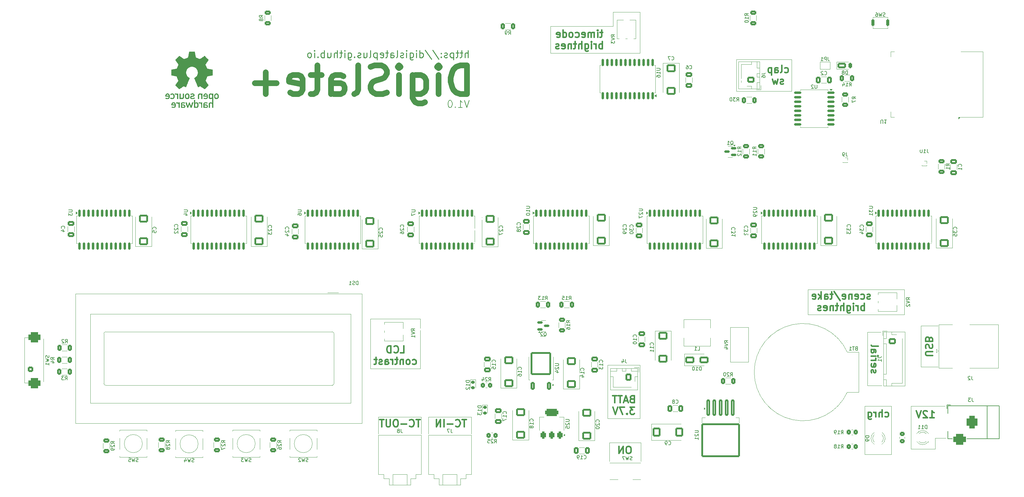
<source format=gbo>
G04 #@! TF.GenerationSoftware,KiCad,Pcbnew,8.0.4*
G04 #@! TF.CreationDate,2024-09-13T17:14:12+02:00*
G04 #@! TF.ProjectId,DigiSlatePlus,44696769-536c-4617-9465-506c75732e6b,rev?*
G04 #@! TF.SameCoordinates,Original*
G04 #@! TF.FileFunction,Legend,Bot*
G04 #@! TF.FilePolarity,Positive*
%FSLAX46Y46*%
G04 Gerber Fmt 4.6, Leading zero omitted, Abs format (unit mm)*
G04 Created by KiCad (PCBNEW 8.0.4) date 2024-09-13 17:14:12*
%MOMM*%
%LPD*%
G01*
G04 APERTURE LIST*
G04 Aperture macros list*
%AMRoundRect*
0 Rectangle with rounded corners*
0 $1 Rounding radius*
0 $2 $3 $4 $5 $6 $7 $8 $9 X,Y pos of 4 corners*
0 Add a 4 corners polygon primitive as box body*
4,1,4,$2,$3,$4,$5,$6,$7,$8,$9,$2,$3,0*
0 Add four circle primitives for the rounded corners*
1,1,$1+$1,$2,$3*
1,1,$1+$1,$4,$5*
1,1,$1+$1,$6,$7*
1,1,$1+$1,$8,$9*
0 Add four rect primitives between the rounded corners*
20,1,$1+$1,$2,$3,$4,$5,0*
20,1,$1+$1,$4,$5,$6,$7,0*
20,1,$1+$1,$6,$7,$8,$9,0*
20,1,$1+$1,$8,$9,$2,$3,0*%
%AMFreePoly0*
4,1,6,1.000000,0.000000,0.500000,-0.750000,-0.500000,-0.750000,-0.500000,0.750000,0.500000,0.750000,1.000000,0.000000,1.000000,0.000000,$1*%
%AMFreePoly1*
4,1,6,0.500000,-0.750000,-0.650000,-0.750000,-0.150000,0.000000,-0.650000,0.750000,0.500000,0.750000,0.500000,-0.750000,0.500000,-0.750000,$1*%
G04 Aperture macros list end*
%ADD10C,0.100000*%
%ADD11C,0.400000*%
%ADD12C,1.600000*%
%ADD13C,0.200000*%
%ADD14C,0.250000*%
%ADD15C,0.150000*%
%ADD16C,0.120000*%
%ADD17C,0.000000*%
%ADD18C,0.160000*%
%ADD19R,1.524000X1.524000*%
%ADD20C,1.524000*%
%ADD21C,5.600000*%
%ADD22R,1.800000X1.800000*%
%ADD23C,1.800000*%
%ADD24RoundRect,0.250000X0.650000X-0.412500X0.650000X0.412500X-0.650000X0.412500X-0.650000X-0.412500X0*%
%ADD25RoundRect,0.250000X0.312500X0.625000X-0.312500X0.625000X-0.312500X-0.625000X0.312500X-0.625000X0*%
%ADD26RoundRect,0.250000X0.512000X-0.512000X0.512000X0.512000X-0.512000X0.512000X-0.512000X-0.512000X0*%
%ADD27RoundRect,0.725000X0.975000X0.725000X-0.975000X0.725000X-0.975000X-0.725000X0.975000X-0.725000X0*%
%ADD28RoundRect,0.150000X-0.587500X-0.150000X0.587500X-0.150000X0.587500X0.150000X-0.587500X0.150000X0*%
%ADD29RoundRect,0.150000X-0.150000X0.875000X-0.150000X-0.875000X0.150000X-0.875000X0.150000X0.875000X0*%
%ADD30C,1.200000*%
%ADD31O,1.200000X2.200000*%
%ADD32O,1.600000X2.300000*%
%ADD33O,2.200000X1.200000*%
%ADD34O,1.600000X2.500000*%
%ADD35RoundRect,0.250000X0.625000X-0.312500X0.625000X0.312500X-0.625000X0.312500X-0.625000X-0.312500X0*%
%ADD36RoundRect,0.250000X0.412500X0.650000X-0.412500X0.650000X-0.412500X-0.650000X0.412500X-0.650000X0*%
%ADD37FreePoly0,180.000000*%
%ADD38FreePoly1,180.000000*%
%ADD39RoundRect,0.250000X-0.312500X-0.625000X0.312500X-0.625000X0.312500X0.625000X-0.312500X0.625000X0*%
%ADD40RoundRect,0.250000X1.025000X-0.875000X1.025000X0.875000X-1.025000X0.875000X-1.025000X-0.875000X0*%
%ADD41RoundRect,0.250000X-1.000000X-0.650000X1.000000X-0.650000X1.000000X0.650000X-1.000000X0.650000X0*%
%ADD42R,0.850000X0.850000*%
%ADD43RoundRect,0.250000X-0.875000X-1.025000X0.875000X-1.025000X0.875000X1.025000X-0.875000X1.025000X0*%
%ADD44RoundRect,0.250000X-0.625000X0.312500X-0.625000X-0.312500X0.625000X-0.312500X0.625000X0.312500X0*%
%ADD45O,2.200000X3.500000*%
%ADD46R,1.500000X2.500000*%
%ADD47O,1.500000X2.500000*%
%ADD48RoundRect,0.150000X0.875000X0.150000X-0.875000X0.150000X-0.875000X-0.150000X0.875000X-0.150000X0*%
%ADD49RoundRect,0.250000X0.350000X0.450000X-0.350000X0.450000X-0.350000X-0.450000X0.350000X-0.450000X0*%
%ADD50RoundRect,0.250000X-1.025000X0.875000X-1.025000X-0.875000X1.025000X-0.875000X1.025000X0.875000X0*%
%ADD51RoundRect,0.250000X-0.350000X-0.450000X0.350000X-0.450000X0.350000X0.450000X-0.350000X0.450000X0*%
%ADD52RoundRect,0.250000X0.950000X0.500000X-0.950000X0.500000X-0.950000X-0.500000X0.950000X-0.500000X0*%
%ADD53RoundRect,0.250000X0.275000X0.500000X-0.275000X0.500000X-0.275000X-0.500000X0.275000X-0.500000X0*%
%ADD54RoundRect,0.218750X-0.256250X0.218750X-0.256250X-0.218750X0.256250X-0.218750X0.256250X0.218750X0*%
%ADD55C,1.440000*%
%ADD56C,1.397000*%
%ADD57RoundRect,0.200000X0.200000X0.800000X-0.200000X0.800000X-0.200000X-0.800000X0.200000X-0.800000X0*%
%ADD58RoundRect,0.250000X0.750000X-0.600000X0.750000X0.600000X-0.750000X0.600000X-0.750000X-0.600000X0*%
%ADD59O,2.000000X1.700000*%
%ADD60RoundRect,0.250000X0.350000X-0.850000X0.350000X0.850000X-0.350000X0.850000X-0.350000X-0.850000X0*%
%ADD61RoundRect,0.249997X2.650003X-2.950003X2.650003X2.950003X-2.650003X2.950003X-2.650003X-2.950003X0*%
%ADD62RoundRect,0.250000X-0.450000X0.350000X-0.450000X-0.350000X0.450000X-0.350000X0.450000X0.350000X0*%
%ADD63C,3.000000*%
%ADD64R,1.800000X2.600000*%
%ADD65O,1.800000X2.600000*%
%ADD66RoundRect,0.250000X-0.650000X0.412500X-0.650000X-0.412500X0.650000X-0.412500X0.650000X0.412500X0*%
%ADD67R,1.600000X1.600000*%
%ADD68C,1.600000*%
%ADD69C,4.000000*%
%ADD70RoundRect,0.250000X0.600000X0.750000X-0.600000X0.750000X-0.600000X-0.750000X0.600000X-0.750000X0*%
%ADD71O,1.700000X2.000000*%
%ADD72RoundRect,0.150000X0.587500X0.150000X-0.587500X0.150000X-0.587500X-0.150000X0.587500X-0.150000X0*%
%ADD73R,1.300000X1.300000*%
%ADD74R,2.000000X1.300000*%
%ADD75RoundRect,0.250000X-0.412500X-0.650000X0.412500X-0.650000X0.412500X0.650000X-0.412500X0.650000X0*%
%ADD76RoundRect,0.375000X0.375000X-0.625000X0.375000X0.625000X-0.375000X0.625000X-0.375000X-0.625000X0*%
%ADD77RoundRect,0.500000X1.400000X-0.500000X1.400000X0.500000X-1.400000X0.500000X-1.400000X-0.500000X0*%
%ADD78R,2.100000X2.100000*%
%ADD79C,2.100000*%
%ADD80R,1.300000X2.000000*%
%ADD81RoundRect,0.250000X-0.725000X0.600000X-0.725000X-0.600000X0.725000X-0.600000X0.725000X0.600000X0*%
%ADD82O,1.950000X1.700000*%
%ADD83RoundRect,0.150000X0.150000X-0.875000X0.150000X0.875000X-0.150000X0.875000X-0.150000X-0.875000X0*%
%ADD84R,3.000000X4.500000*%
%ADD85RoundRect,0.750000X0.750000X1.000000X-0.750000X1.000000X-0.750000X-1.000000X0.750000X-1.000000X0*%
%ADD86RoundRect,0.750000X1.000000X0.750000X-1.000000X0.750000X-1.000000X-0.750000X1.000000X-0.750000X0*%
%ADD87R,1.500000X2.200000*%
%ADD88R,0.900000X1.500000*%
%ADD89R,1.500000X0.900000*%
%ADD90C,0.600000*%
%ADD91R,3.900000X3.900000*%
%ADD92RoundRect,0.250000X-0.300000X2.050000X-0.300000X-2.050000X0.300000X-2.050000X0.300000X2.050000X0*%
%ADD93RoundRect,0.250002X-5.149998X4.449998X-5.149998X-4.449998X5.149998X-4.449998X5.149998X4.449998X0*%
%ADD94C,1.000000*%
G04 APERTURE END LIST*
D10*
X323250000Y-174500000D02*
X328000000Y-174500000D01*
X169000000Y-161000000D02*
X183000000Y-161000000D01*
X183000000Y-175000000D01*
X169000000Y-175000000D01*
X169000000Y-161000000D01*
X244500000Y-86500000D02*
X219500000Y-86500000D01*
X219500000Y-79000000D01*
X237000000Y-79000000D01*
X237000000Y-75000000D01*
X244500000Y-75000000D01*
X244500000Y-86500000D01*
X320500000Y-197500000D02*
X327250000Y-197500000D01*
X330000000Y-185500000D02*
X320500000Y-185500000D01*
X244750000Y-195750000D02*
X236000000Y-195750000D01*
X183250000Y-188500000D02*
X171250000Y-188500000D01*
X328000000Y-163000000D02*
X323250000Y-163000000D01*
X236000000Y-195750000D02*
X236000000Y-201000000D01*
X307500000Y-185500000D02*
X315000000Y-185500000D01*
X315000000Y-199000000D01*
X307500000Y-199000000D01*
X307500000Y-185500000D01*
X244750000Y-201000000D02*
X244750000Y-195750000D01*
X235500000Y-174000000D02*
X244500000Y-174000000D01*
X244500000Y-189000000D01*
X235500000Y-189000000D01*
X235500000Y-174000000D01*
X327250000Y-194500000D02*
X330250000Y-194500000D01*
X171250000Y-188500000D02*
X171250000Y-193250000D01*
X320500000Y-185500000D02*
X320500000Y-197500000D01*
X185250000Y-188500000D02*
X185250000Y-193250000D01*
X197250000Y-188500000D02*
X185250000Y-188500000D01*
X291600000Y-152800000D02*
X318600000Y-152800000D01*
X318600000Y-159800000D01*
X291600000Y-159800000D01*
X291600000Y-152800000D01*
X197250000Y-193250000D02*
X197250000Y-188500000D01*
X308250000Y-179750000D02*
X312250000Y-179750000D01*
X308250000Y-164750000D02*
X308250000Y-179750000D01*
X327250000Y-197500000D02*
X327250000Y-194500000D01*
X323250000Y-163000000D02*
X323250000Y-174500000D01*
X183250000Y-193250000D02*
X183250000Y-188500000D01*
X271500000Y-88300000D02*
X287000000Y-88300000D01*
X287000000Y-97200000D01*
X271500000Y-97200000D01*
X271500000Y-88300000D01*
X312000000Y-164750000D02*
X308250000Y-164750000D01*
D11*
X309360800Y-176059523D02*
X309265561Y-175869047D01*
X309265561Y-175869047D02*
X309265561Y-175488095D01*
X309265561Y-175488095D02*
X309360800Y-175297618D01*
X309360800Y-175297618D02*
X309551276Y-175202380D01*
X309551276Y-175202380D02*
X309646514Y-175202380D01*
X309646514Y-175202380D02*
X309836990Y-175297618D01*
X309836990Y-175297618D02*
X309932228Y-175488095D01*
X309932228Y-175488095D02*
X309932228Y-175773809D01*
X309932228Y-175773809D02*
X310027466Y-175964285D01*
X310027466Y-175964285D02*
X310217942Y-176059523D01*
X310217942Y-176059523D02*
X310313180Y-176059523D01*
X310313180Y-176059523D02*
X310503657Y-175964285D01*
X310503657Y-175964285D02*
X310598895Y-175773809D01*
X310598895Y-175773809D02*
X310598895Y-175488095D01*
X310598895Y-175488095D02*
X310503657Y-175297618D01*
X309360800Y-173583332D02*
X309265561Y-173773808D01*
X309265561Y-173773808D02*
X309265561Y-174154761D01*
X309265561Y-174154761D02*
X309360800Y-174345237D01*
X309360800Y-174345237D02*
X309551276Y-174440475D01*
X309551276Y-174440475D02*
X310313180Y-174440475D01*
X310313180Y-174440475D02*
X310503657Y-174345237D01*
X310503657Y-174345237D02*
X310598895Y-174154761D01*
X310598895Y-174154761D02*
X310598895Y-173773808D01*
X310598895Y-173773808D02*
X310503657Y-173583332D01*
X310503657Y-173583332D02*
X310313180Y-173488094D01*
X310313180Y-173488094D02*
X310122704Y-173488094D01*
X310122704Y-173488094D02*
X309932228Y-174440475D01*
X309265561Y-172630951D02*
X310598895Y-172630951D01*
X310217942Y-172630951D02*
X310408419Y-172535713D01*
X310408419Y-172535713D02*
X310503657Y-172440475D01*
X310503657Y-172440475D02*
X310598895Y-172249999D01*
X310598895Y-172249999D02*
X310598895Y-172059522D01*
X309265561Y-171392856D02*
X310598895Y-171392856D01*
X311265561Y-171392856D02*
X311170323Y-171488094D01*
X311170323Y-171488094D02*
X311075085Y-171392856D01*
X311075085Y-171392856D02*
X311170323Y-171297618D01*
X311170323Y-171297618D02*
X311265561Y-171392856D01*
X311265561Y-171392856D02*
X311075085Y-171392856D01*
X309265561Y-169583332D02*
X310313180Y-169583332D01*
X310313180Y-169583332D02*
X310503657Y-169678570D01*
X310503657Y-169678570D02*
X310598895Y-169869046D01*
X310598895Y-169869046D02*
X310598895Y-170249999D01*
X310598895Y-170249999D02*
X310503657Y-170440475D01*
X309360800Y-169583332D02*
X309265561Y-169773808D01*
X309265561Y-169773808D02*
X309265561Y-170249999D01*
X309265561Y-170249999D02*
X309360800Y-170440475D01*
X309360800Y-170440475D02*
X309551276Y-170535713D01*
X309551276Y-170535713D02*
X309741752Y-170535713D01*
X309741752Y-170535713D02*
X309932228Y-170440475D01*
X309932228Y-170440475D02*
X310027466Y-170249999D01*
X310027466Y-170249999D02*
X310027466Y-169773808D01*
X310027466Y-169773808D02*
X310122704Y-169583332D01*
X309265561Y-168345237D02*
X309360800Y-168535713D01*
X309360800Y-168535713D02*
X309551276Y-168630951D01*
X309551276Y-168630951D02*
X311265561Y-168630951D01*
D12*
X196042607Y-97937752D02*
X196042607Y-89937752D01*
X196042607Y-89937752D02*
X194137845Y-89937752D01*
X194137845Y-89937752D02*
X192994988Y-90318704D01*
X192994988Y-90318704D02*
X192233083Y-91080609D01*
X192233083Y-91080609D02*
X191852130Y-91842514D01*
X191852130Y-91842514D02*
X191471178Y-93366323D01*
X191471178Y-93366323D02*
X191471178Y-94509180D01*
X191471178Y-94509180D02*
X191852130Y-96032990D01*
X191852130Y-96032990D02*
X192233083Y-96794895D01*
X192233083Y-96794895D02*
X192994988Y-97556800D01*
X192994988Y-97556800D02*
X194137845Y-97937752D01*
X194137845Y-97937752D02*
X196042607Y-97937752D01*
X188042607Y-97937752D02*
X188042607Y-92604419D01*
X188042607Y-89937752D02*
X188423559Y-90318704D01*
X188423559Y-90318704D02*
X188042607Y-90699657D01*
X188042607Y-90699657D02*
X187661654Y-90318704D01*
X187661654Y-90318704D02*
X188042607Y-89937752D01*
X188042607Y-89937752D02*
X188042607Y-90699657D01*
X180804511Y-92604419D02*
X180804511Y-99080609D01*
X180804511Y-99080609D02*
X181185464Y-99842514D01*
X181185464Y-99842514D02*
X181566416Y-100223466D01*
X181566416Y-100223466D02*
X182328321Y-100604419D01*
X182328321Y-100604419D02*
X183471178Y-100604419D01*
X183471178Y-100604419D02*
X184233083Y-100223466D01*
X180804511Y-97556800D02*
X181566416Y-97937752D01*
X181566416Y-97937752D02*
X183090225Y-97937752D01*
X183090225Y-97937752D02*
X183852130Y-97556800D01*
X183852130Y-97556800D02*
X184233083Y-97175847D01*
X184233083Y-97175847D02*
X184614035Y-96413942D01*
X184614035Y-96413942D02*
X184614035Y-94128228D01*
X184614035Y-94128228D02*
X184233083Y-93366323D01*
X184233083Y-93366323D02*
X183852130Y-92985371D01*
X183852130Y-92985371D02*
X183090225Y-92604419D01*
X183090225Y-92604419D02*
X181566416Y-92604419D01*
X181566416Y-92604419D02*
X180804511Y-92985371D01*
X176994988Y-97937752D02*
X176994988Y-92604419D01*
X176994988Y-89937752D02*
X177375940Y-90318704D01*
X177375940Y-90318704D02*
X176994988Y-90699657D01*
X176994988Y-90699657D02*
X176614035Y-90318704D01*
X176614035Y-90318704D02*
X176994988Y-89937752D01*
X176994988Y-89937752D02*
X176994988Y-90699657D01*
X173566416Y-97556800D02*
X172423559Y-97937752D01*
X172423559Y-97937752D02*
X170518797Y-97937752D01*
X170518797Y-97937752D02*
X169756892Y-97556800D01*
X169756892Y-97556800D02*
X169375940Y-97175847D01*
X169375940Y-97175847D02*
X168994987Y-96413942D01*
X168994987Y-96413942D02*
X168994987Y-95652038D01*
X168994987Y-95652038D02*
X169375940Y-94890133D01*
X169375940Y-94890133D02*
X169756892Y-94509180D01*
X169756892Y-94509180D02*
X170518797Y-94128228D01*
X170518797Y-94128228D02*
X172042606Y-93747276D01*
X172042606Y-93747276D02*
X172804511Y-93366323D01*
X172804511Y-93366323D02*
X173185464Y-92985371D01*
X173185464Y-92985371D02*
X173566416Y-92223466D01*
X173566416Y-92223466D02*
X173566416Y-91461561D01*
X173566416Y-91461561D02*
X173185464Y-90699657D01*
X173185464Y-90699657D02*
X172804511Y-90318704D01*
X172804511Y-90318704D02*
X172042606Y-89937752D01*
X172042606Y-89937752D02*
X170137845Y-89937752D01*
X170137845Y-89937752D02*
X168994987Y-90318704D01*
X164423558Y-97937752D02*
X165185463Y-97556800D01*
X165185463Y-97556800D02*
X165566416Y-96794895D01*
X165566416Y-96794895D02*
X165566416Y-89937752D01*
X157947368Y-97937752D02*
X157947368Y-93747276D01*
X157947368Y-93747276D02*
X158328321Y-92985371D01*
X158328321Y-92985371D02*
X159090225Y-92604419D01*
X159090225Y-92604419D02*
X160614035Y-92604419D01*
X160614035Y-92604419D02*
X161375940Y-92985371D01*
X157947368Y-97556800D02*
X158709273Y-97937752D01*
X158709273Y-97937752D02*
X160614035Y-97937752D01*
X160614035Y-97937752D02*
X161375940Y-97556800D01*
X161375940Y-97556800D02*
X161756892Y-96794895D01*
X161756892Y-96794895D02*
X161756892Y-96032990D01*
X161756892Y-96032990D02*
X161375940Y-95271085D01*
X161375940Y-95271085D02*
X160614035Y-94890133D01*
X160614035Y-94890133D02*
X158709273Y-94890133D01*
X158709273Y-94890133D02*
X157947368Y-94509180D01*
X155280702Y-92604419D02*
X152233083Y-92604419D01*
X154137845Y-89937752D02*
X154137845Y-96794895D01*
X154137845Y-96794895D02*
X153756892Y-97556800D01*
X153756892Y-97556800D02*
X152994987Y-97937752D01*
X152994987Y-97937752D02*
X152233083Y-97937752D01*
X146518797Y-97556800D02*
X147280701Y-97937752D01*
X147280701Y-97937752D02*
X148804511Y-97937752D01*
X148804511Y-97937752D02*
X149566416Y-97556800D01*
X149566416Y-97556800D02*
X149947368Y-96794895D01*
X149947368Y-96794895D02*
X149947368Y-93747276D01*
X149947368Y-93747276D02*
X149566416Y-92985371D01*
X149566416Y-92985371D02*
X148804511Y-92604419D01*
X148804511Y-92604419D02*
X147280701Y-92604419D01*
X147280701Y-92604419D02*
X146518797Y-92985371D01*
X146518797Y-92985371D02*
X146137844Y-93747276D01*
X146137844Y-93747276D02*
X146137844Y-94509180D01*
X146137844Y-94509180D02*
X149947368Y-95271085D01*
X142709273Y-94890133D02*
X136614035Y-94890133D01*
X139661654Y-97937752D02*
X139661654Y-91842514D01*
D11*
X242238095Y-183466931D02*
X241952381Y-183562169D01*
X241952381Y-183562169D02*
X241857143Y-183657407D01*
X241857143Y-183657407D02*
X241761905Y-183847883D01*
X241761905Y-183847883D02*
X241761905Y-184133597D01*
X241761905Y-184133597D02*
X241857143Y-184324073D01*
X241857143Y-184324073D02*
X241952381Y-184419312D01*
X241952381Y-184419312D02*
X242142857Y-184514550D01*
X242142857Y-184514550D02*
X242904762Y-184514550D01*
X242904762Y-184514550D02*
X242904762Y-182514550D01*
X242904762Y-182514550D02*
X242238095Y-182514550D01*
X242238095Y-182514550D02*
X242047619Y-182609788D01*
X242047619Y-182609788D02*
X241952381Y-182705026D01*
X241952381Y-182705026D02*
X241857143Y-182895502D01*
X241857143Y-182895502D02*
X241857143Y-183085978D01*
X241857143Y-183085978D02*
X241952381Y-183276454D01*
X241952381Y-183276454D02*
X242047619Y-183371692D01*
X242047619Y-183371692D02*
X242238095Y-183466931D01*
X242238095Y-183466931D02*
X242904762Y-183466931D01*
X241000000Y-183943121D02*
X240047619Y-183943121D01*
X241190476Y-184514550D02*
X240523810Y-182514550D01*
X240523810Y-182514550D02*
X239857143Y-184514550D01*
X239476190Y-182514550D02*
X238333333Y-182514550D01*
X238904762Y-184514550D02*
X238904762Y-182514550D01*
X237952380Y-182514550D02*
X236809523Y-182514550D01*
X237380952Y-184514550D02*
X237380952Y-182514550D01*
X242952380Y-185734438D02*
X241714285Y-185734438D01*
X241714285Y-185734438D02*
X242380952Y-186496342D01*
X242380952Y-186496342D02*
X242095237Y-186496342D01*
X242095237Y-186496342D02*
X241904761Y-186591580D01*
X241904761Y-186591580D02*
X241809523Y-186686819D01*
X241809523Y-186686819D02*
X241714285Y-186877295D01*
X241714285Y-186877295D02*
X241714285Y-187353485D01*
X241714285Y-187353485D02*
X241809523Y-187543961D01*
X241809523Y-187543961D02*
X241904761Y-187639200D01*
X241904761Y-187639200D02*
X242095237Y-187734438D01*
X242095237Y-187734438D02*
X242666666Y-187734438D01*
X242666666Y-187734438D02*
X242857142Y-187639200D01*
X242857142Y-187639200D02*
X242952380Y-187543961D01*
X240857142Y-187543961D02*
X240761904Y-187639200D01*
X240761904Y-187639200D02*
X240857142Y-187734438D01*
X240857142Y-187734438D02*
X240952380Y-187639200D01*
X240952380Y-187639200D02*
X240857142Y-187543961D01*
X240857142Y-187543961D02*
X240857142Y-187734438D01*
X240095237Y-185734438D02*
X238761904Y-185734438D01*
X238761904Y-185734438D02*
X239619047Y-187734438D01*
X238285713Y-185734438D02*
X237619047Y-187734438D01*
X237619047Y-187734438D02*
X236952380Y-185734438D01*
D13*
X196677945Y-99744838D02*
X196011279Y-101744838D01*
X196011279Y-101744838D02*
X195344612Y-99744838D01*
X193630326Y-101744838D02*
X194773183Y-101744838D01*
X194201755Y-101744838D02*
X194201755Y-99744838D01*
X194201755Y-99744838D02*
X194392231Y-100030552D01*
X194392231Y-100030552D02*
X194582707Y-100221028D01*
X194582707Y-100221028D02*
X194773183Y-100316266D01*
X192773183Y-101554361D02*
X192677945Y-101649600D01*
X192677945Y-101649600D02*
X192773183Y-101744838D01*
X192773183Y-101744838D02*
X192868421Y-101649600D01*
X192868421Y-101649600D02*
X192773183Y-101554361D01*
X192773183Y-101554361D02*
X192773183Y-101744838D01*
X191439850Y-99744838D02*
X191249373Y-99744838D01*
X191249373Y-99744838D02*
X191058897Y-99840076D01*
X191058897Y-99840076D02*
X190963659Y-99935314D01*
X190963659Y-99935314D02*
X190868421Y-100125790D01*
X190868421Y-100125790D02*
X190773183Y-100506742D01*
X190773183Y-100506742D02*
X190773183Y-100982933D01*
X190773183Y-100982933D02*
X190868421Y-101363885D01*
X190868421Y-101363885D02*
X190963659Y-101554361D01*
X190963659Y-101554361D02*
X191058897Y-101649600D01*
X191058897Y-101649600D02*
X191249373Y-101744838D01*
X191249373Y-101744838D02*
X191439850Y-101744838D01*
X191439850Y-101744838D02*
X191630326Y-101649600D01*
X191630326Y-101649600D02*
X191725564Y-101554361D01*
X191725564Y-101554361D02*
X191820802Y-101363885D01*
X191820802Y-101363885D02*
X191916040Y-100982933D01*
X191916040Y-100982933D02*
X191916040Y-100506742D01*
X191916040Y-100506742D02*
X191820802Y-100125790D01*
X191820802Y-100125790D02*
X191725564Y-99935314D01*
X191725564Y-99935314D02*
X191630326Y-99840076D01*
X191630326Y-99840076D02*
X191439850Y-99744838D01*
D11*
X285057142Y-91819312D02*
X285247618Y-91914550D01*
X285247618Y-91914550D02*
X285628571Y-91914550D01*
X285628571Y-91914550D02*
X285819047Y-91819312D01*
X285819047Y-91819312D02*
X285914285Y-91724073D01*
X285914285Y-91724073D02*
X286009523Y-91533597D01*
X286009523Y-91533597D02*
X286009523Y-90962169D01*
X286009523Y-90962169D02*
X285914285Y-90771692D01*
X285914285Y-90771692D02*
X285819047Y-90676454D01*
X285819047Y-90676454D02*
X285628571Y-90581216D01*
X285628571Y-90581216D02*
X285247618Y-90581216D01*
X285247618Y-90581216D02*
X285057142Y-90676454D01*
X283914285Y-91914550D02*
X284104761Y-91819312D01*
X284104761Y-91819312D02*
X284199999Y-91628835D01*
X284199999Y-91628835D02*
X284199999Y-89914550D01*
X282295237Y-91914550D02*
X282295237Y-90866931D01*
X282295237Y-90866931D02*
X282390475Y-90676454D01*
X282390475Y-90676454D02*
X282580951Y-90581216D01*
X282580951Y-90581216D02*
X282961904Y-90581216D01*
X282961904Y-90581216D02*
X283152380Y-90676454D01*
X282295237Y-91819312D02*
X282485713Y-91914550D01*
X282485713Y-91914550D02*
X282961904Y-91914550D01*
X282961904Y-91914550D02*
X283152380Y-91819312D01*
X283152380Y-91819312D02*
X283247618Y-91628835D01*
X283247618Y-91628835D02*
X283247618Y-91438359D01*
X283247618Y-91438359D02*
X283152380Y-91247883D01*
X283152380Y-91247883D02*
X282961904Y-91152645D01*
X282961904Y-91152645D02*
X282485713Y-91152645D01*
X282485713Y-91152645D02*
X282295237Y-91057407D01*
X281342856Y-90581216D02*
X281342856Y-92581216D01*
X281342856Y-90676454D02*
X281152380Y-90581216D01*
X281152380Y-90581216D02*
X280771427Y-90581216D01*
X280771427Y-90581216D02*
X280580951Y-90676454D01*
X280580951Y-90676454D02*
X280485713Y-90771692D01*
X280485713Y-90771692D02*
X280390475Y-90962169D01*
X280390475Y-90962169D02*
X280390475Y-91533597D01*
X280390475Y-91533597D02*
X280485713Y-91724073D01*
X280485713Y-91724073D02*
X280580951Y-91819312D01*
X280580951Y-91819312D02*
X280771427Y-91914550D01*
X280771427Y-91914550D02*
X281152380Y-91914550D01*
X281152380Y-91914550D02*
X281342856Y-91819312D01*
X284676190Y-95039200D02*
X284485714Y-95134438D01*
X284485714Y-95134438D02*
X284104762Y-95134438D01*
X284104762Y-95134438D02*
X283914285Y-95039200D01*
X283914285Y-95039200D02*
X283819047Y-94848723D01*
X283819047Y-94848723D02*
X283819047Y-94753485D01*
X283819047Y-94753485D02*
X283914285Y-94563009D01*
X283914285Y-94563009D02*
X284104762Y-94467771D01*
X284104762Y-94467771D02*
X284390476Y-94467771D01*
X284390476Y-94467771D02*
X284580952Y-94372533D01*
X284580952Y-94372533D02*
X284676190Y-94182057D01*
X284676190Y-94182057D02*
X284676190Y-94086819D01*
X284676190Y-94086819D02*
X284580952Y-93896342D01*
X284580952Y-93896342D02*
X284390476Y-93801104D01*
X284390476Y-93801104D02*
X284104762Y-93801104D01*
X284104762Y-93801104D02*
X283914285Y-93896342D01*
X283152380Y-93801104D02*
X282771428Y-95134438D01*
X282771428Y-95134438D02*
X282390475Y-94182057D01*
X282390475Y-94182057D02*
X282009523Y-95134438D01*
X282009523Y-95134438D02*
X281628571Y-93801104D01*
X177380952Y-170514550D02*
X178333333Y-170514550D01*
X178333333Y-170514550D02*
X178333333Y-168514550D01*
X175571428Y-170324073D02*
X175666666Y-170419312D01*
X175666666Y-170419312D02*
X175952380Y-170514550D01*
X175952380Y-170514550D02*
X176142856Y-170514550D01*
X176142856Y-170514550D02*
X176428571Y-170419312D01*
X176428571Y-170419312D02*
X176619047Y-170228835D01*
X176619047Y-170228835D02*
X176714285Y-170038359D01*
X176714285Y-170038359D02*
X176809523Y-169657407D01*
X176809523Y-169657407D02*
X176809523Y-169371692D01*
X176809523Y-169371692D02*
X176714285Y-168990740D01*
X176714285Y-168990740D02*
X176619047Y-168800264D01*
X176619047Y-168800264D02*
X176428571Y-168609788D01*
X176428571Y-168609788D02*
X176142856Y-168514550D01*
X176142856Y-168514550D02*
X175952380Y-168514550D01*
X175952380Y-168514550D02*
X175666666Y-168609788D01*
X175666666Y-168609788D02*
X175571428Y-168705026D01*
X174714285Y-170514550D02*
X174714285Y-168514550D01*
X174714285Y-168514550D02*
X174238095Y-168514550D01*
X174238095Y-168514550D02*
X173952380Y-168609788D01*
X173952380Y-168609788D02*
X173761904Y-168800264D01*
X173761904Y-168800264D02*
X173666666Y-168990740D01*
X173666666Y-168990740D02*
X173571428Y-169371692D01*
X173571428Y-169371692D02*
X173571428Y-169657407D01*
X173571428Y-169657407D02*
X173666666Y-170038359D01*
X173666666Y-170038359D02*
X173761904Y-170228835D01*
X173761904Y-170228835D02*
X173952380Y-170419312D01*
X173952380Y-170419312D02*
X174238095Y-170514550D01*
X174238095Y-170514550D02*
X174714285Y-170514550D01*
X180809523Y-173639200D02*
X180999999Y-173734438D01*
X180999999Y-173734438D02*
X181380952Y-173734438D01*
X181380952Y-173734438D02*
X181571428Y-173639200D01*
X181571428Y-173639200D02*
X181666666Y-173543961D01*
X181666666Y-173543961D02*
X181761904Y-173353485D01*
X181761904Y-173353485D02*
X181761904Y-172782057D01*
X181761904Y-172782057D02*
X181666666Y-172591580D01*
X181666666Y-172591580D02*
X181571428Y-172496342D01*
X181571428Y-172496342D02*
X181380952Y-172401104D01*
X181380952Y-172401104D02*
X180999999Y-172401104D01*
X180999999Y-172401104D02*
X180809523Y-172496342D01*
X179666666Y-173734438D02*
X179857142Y-173639200D01*
X179857142Y-173639200D02*
X179952380Y-173543961D01*
X179952380Y-173543961D02*
X180047618Y-173353485D01*
X180047618Y-173353485D02*
X180047618Y-172782057D01*
X180047618Y-172782057D02*
X179952380Y-172591580D01*
X179952380Y-172591580D02*
X179857142Y-172496342D01*
X179857142Y-172496342D02*
X179666666Y-172401104D01*
X179666666Y-172401104D02*
X179380951Y-172401104D01*
X179380951Y-172401104D02*
X179190475Y-172496342D01*
X179190475Y-172496342D02*
X179095237Y-172591580D01*
X179095237Y-172591580D02*
X178999999Y-172782057D01*
X178999999Y-172782057D02*
X178999999Y-173353485D01*
X178999999Y-173353485D02*
X179095237Y-173543961D01*
X179095237Y-173543961D02*
X179190475Y-173639200D01*
X179190475Y-173639200D02*
X179380951Y-173734438D01*
X179380951Y-173734438D02*
X179666666Y-173734438D01*
X178142856Y-172401104D02*
X178142856Y-173734438D01*
X178142856Y-172591580D02*
X178047618Y-172496342D01*
X178047618Y-172496342D02*
X177857142Y-172401104D01*
X177857142Y-172401104D02*
X177571427Y-172401104D01*
X177571427Y-172401104D02*
X177380951Y-172496342D01*
X177380951Y-172496342D02*
X177285713Y-172686819D01*
X177285713Y-172686819D02*
X177285713Y-173734438D01*
X176619046Y-172401104D02*
X175857142Y-172401104D01*
X176333332Y-171734438D02*
X176333332Y-173448723D01*
X176333332Y-173448723D02*
X176238094Y-173639200D01*
X176238094Y-173639200D02*
X176047618Y-173734438D01*
X176047618Y-173734438D02*
X175857142Y-173734438D01*
X175190475Y-173734438D02*
X175190475Y-172401104D01*
X175190475Y-172782057D02*
X175095237Y-172591580D01*
X175095237Y-172591580D02*
X174999999Y-172496342D01*
X174999999Y-172496342D02*
X174809523Y-172401104D01*
X174809523Y-172401104D02*
X174619046Y-172401104D01*
X173095237Y-173734438D02*
X173095237Y-172686819D01*
X173095237Y-172686819D02*
X173190475Y-172496342D01*
X173190475Y-172496342D02*
X173380951Y-172401104D01*
X173380951Y-172401104D02*
X173761904Y-172401104D01*
X173761904Y-172401104D02*
X173952380Y-172496342D01*
X173095237Y-173639200D02*
X173285713Y-173734438D01*
X173285713Y-173734438D02*
X173761904Y-173734438D01*
X173761904Y-173734438D02*
X173952380Y-173639200D01*
X173952380Y-173639200D02*
X174047618Y-173448723D01*
X174047618Y-173448723D02*
X174047618Y-173258247D01*
X174047618Y-173258247D02*
X173952380Y-173067771D01*
X173952380Y-173067771D02*
X173761904Y-172972533D01*
X173761904Y-172972533D02*
X173285713Y-172972533D01*
X173285713Y-172972533D02*
X173095237Y-172877295D01*
X172238094Y-173639200D02*
X172047618Y-173734438D01*
X172047618Y-173734438D02*
X171666666Y-173734438D01*
X171666666Y-173734438D02*
X171476189Y-173639200D01*
X171476189Y-173639200D02*
X171380951Y-173448723D01*
X171380951Y-173448723D02*
X171380951Y-173353485D01*
X171380951Y-173353485D02*
X171476189Y-173163009D01*
X171476189Y-173163009D02*
X171666666Y-173067771D01*
X171666666Y-173067771D02*
X171952380Y-173067771D01*
X171952380Y-173067771D02*
X172142856Y-172972533D01*
X172142856Y-172972533D02*
X172238094Y-172782057D01*
X172238094Y-172782057D02*
X172238094Y-172686819D01*
X172238094Y-172686819D02*
X172142856Y-172496342D01*
X172142856Y-172496342D02*
X171952380Y-172401104D01*
X171952380Y-172401104D02*
X171666666Y-172401104D01*
X171666666Y-172401104D02*
X171476189Y-172496342D01*
X170809522Y-172401104D02*
X170047618Y-172401104D01*
X170523808Y-171734438D02*
X170523808Y-173448723D01*
X170523808Y-173448723D02*
X170428570Y-173639200D01*
X170428570Y-173639200D02*
X170238094Y-173734438D01*
X170238094Y-173734438D02*
X170047618Y-173734438D01*
X182916666Y-189234438D02*
X181773809Y-189234438D01*
X182345238Y-191234438D02*
X182345238Y-189234438D01*
X179964285Y-191043961D02*
X180059523Y-191139200D01*
X180059523Y-191139200D02*
X180345237Y-191234438D01*
X180345237Y-191234438D02*
X180535713Y-191234438D01*
X180535713Y-191234438D02*
X180821428Y-191139200D01*
X180821428Y-191139200D02*
X181011904Y-190948723D01*
X181011904Y-190948723D02*
X181107142Y-190758247D01*
X181107142Y-190758247D02*
X181202380Y-190377295D01*
X181202380Y-190377295D02*
X181202380Y-190091580D01*
X181202380Y-190091580D02*
X181107142Y-189710628D01*
X181107142Y-189710628D02*
X181011904Y-189520152D01*
X181011904Y-189520152D02*
X180821428Y-189329676D01*
X180821428Y-189329676D02*
X180535713Y-189234438D01*
X180535713Y-189234438D02*
X180345237Y-189234438D01*
X180345237Y-189234438D02*
X180059523Y-189329676D01*
X180059523Y-189329676D02*
X179964285Y-189424914D01*
X179107142Y-190472533D02*
X177583333Y-190472533D01*
X176250000Y-189234438D02*
X175869047Y-189234438D01*
X175869047Y-189234438D02*
X175678571Y-189329676D01*
X175678571Y-189329676D02*
X175488095Y-189520152D01*
X175488095Y-189520152D02*
X175392857Y-189901104D01*
X175392857Y-189901104D02*
X175392857Y-190567771D01*
X175392857Y-190567771D02*
X175488095Y-190948723D01*
X175488095Y-190948723D02*
X175678571Y-191139200D01*
X175678571Y-191139200D02*
X175869047Y-191234438D01*
X175869047Y-191234438D02*
X176250000Y-191234438D01*
X176250000Y-191234438D02*
X176440476Y-191139200D01*
X176440476Y-191139200D02*
X176630952Y-190948723D01*
X176630952Y-190948723D02*
X176726190Y-190567771D01*
X176726190Y-190567771D02*
X176726190Y-189901104D01*
X176726190Y-189901104D02*
X176630952Y-189520152D01*
X176630952Y-189520152D02*
X176440476Y-189329676D01*
X176440476Y-189329676D02*
X176250000Y-189234438D01*
X174535714Y-189234438D02*
X174535714Y-190853485D01*
X174535714Y-190853485D02*
X174440476Y-191043961D01*
X174440476Y-191043961D02*
X174345238Y-191139200D01*
X174345238Y-191139200D02*
X174154762Y-191234438D01*
X174154762Y-191234438D02*
X173773809Y-191234438D01*
X173773809Y-191234438D02*
X173583333Y-191139200D01*
X173583333Y-191139200D02*
X173488095Y-191043961D01*
X173488095Y-191043961D02*
X173392857Y-190853485D01*
X173392857Y-190853485D02*
X173392857Y-189234438D01*
X172726190Y-189234438D02*
X171583333Y-189234438D01*
X172154762Y-191234438D02*
X172154762Y-189234438D01*
D14*
X196359336Y-87742238D02*
X196359336Y-85742238D01*
X195502193Y-87742238D02*
X195502193Y-86694619D01*
X195502193Y-86694619D02*
X195597431Y-86504142D01*
X195597431Y-86504142D02*
X195787907Y-86408904D01*
X195787907Y-86408904D02*
X196073622Y-86408904D01*
X196073622Y-86408904D02*
X196264098Y-86504142D01*
X196264098Y-86504142D02*
X196359336Y-86599380D01*
X194835526Y-86408904D02*
X194073622Y-86408904D01*
X194549812Y-85742238D02*
X194549812Y-87456523D01*
X194549812Y-87456523D02*
X194454574Y-87647000D01*
X194454574Y-87647000D02*
X194264098Y-87742238D01*
X194264098Y-87742238D02*
X194073622Y-87742238D01*
X193692669Y-86408904D02*
X192930765Y-86408904D01*
X193406955Y-85742238D02*
X193406955Y-87456523D01*
X193406955Y-87456523D02*
X193311717Y-87647000D01*
X193311717Y-87647000D02*
X193121241Y-87742238D01*
X193121241Y-87742238D02*
X192930765Y-87742238D01*
X192264098Y-86408904D02*
X192264098Y-88408904D01*
X192264098Y-86504142D02*
X192073622Y-86408904D01*
X192073622Y-86408904D02*
X191692669Y-86408904D01*
X191692669Y-86408904D02*
X191502193Y-86504142D01*
X191502193Y-86504142D02*
X191406955Y-86599380D01*
X191406955Y-86599380D02*
X191311717Y-86789857D01*
X191311717Y-86789857D02*
X191311717Y-87361285D01*
X191311717Y-87361285D02*
X191406955Y-87551761D01*
X191406955Y-87551761D02*
X191502193Y-87647000D01*
X191502193Y-87647000D02*
X191692669Y-87742238D01*
X191692669Y-87742238D02*
X192073622Y-87742238D01*
X192073622Y-87742238D02*
X192264098Y-87647000D01*
X190549812Y-87647000D02*
X190359336Y-87742238D01*
X190359336Y-87742238D02*
X189978384Y-87742238D01*
X189978384Y-87742238D02*
X189787907Y-87647000D01*
X189787907Y-87647000D02*
X189692669Y-87456523D01*
X189692669Y-87456523D02*
X189692669Y-87361285D01*
X189692669Y-87361285D02*
X189787907Y-87170809D01*
X189787907Y-87170809D02*
X189978384Y-87075571D01*
X189978384Y-87075571D02*
X190264098Y-87075571D01*
X190264098Y-87075571D02*
X190454574Y-86980333D01*
X190454574Y-86980333D02*
X190549812Y-86789857D01*
X190549812Y-86789857D02*
X190549812Y-86694619D01*
X190549812Y-86694619D02*
X190454574Y-86504142D01*
X190454574Y-86504142D02*
X190264098Y-86408904D01*
X190264098Y-86408904D02*
X189978384Y-86408904D01*
X189978384Y-86408904D02*
X189787907Y-86504142D01*
X188835526Y-87551761D02*
X188740288Y-87647000D01*
X188740288Y-87647000D02*
X188835526Y-87742238D01*
X188835526Y-87742238D02*
X188930764Y-87647000D01*
X188930764Y-87647000D02*
X188835526Y-87551761D01*
X188835526Y-87551761D02*
X188835526Y-87742238D01*
X188835526Y-86504142D02*
X188740288Y-86599380D01*
X188740288Y-86599380D02*
X188835526Y-86694619D01*
X188835526Y-86694619D02*
X188930764Y-86599380D01*
X188930764Y-86599380D02*
X188835526Y-86504142D01*
X188835526Y-86504142D02*
X188835526Y-86694619D01*
X186454574Y-85647000D02*
X188168859Y-88218428D01*
X184359336Y-85647000D02*
X186073621Y-88218428D01*
X182835526Y-87742238D02*
X182835526Y-85742238D01*
X182835526Y-87647000D02*
X183026002Y-87742238D01*
X183026002Y-87742238D02*
X183406955Y-87742238D01*
X183406955Y-87742238D02*
X183597431Y-87647000D01*
X183597431Y-87647000D02*
X183692669Y-87551761D01*
X183692669Y-87551761D02*
X183787907Y-87361285D01*
X183787907Y-87361285D02*
X183787907Y-86789857D01*
X183787907Y-86789857D02*
X183692669Y-86599380D01*
X183692669Y-86599380D02*
X183597431Y-86504142D01*
X183597431Y-86504142D02*
X183406955Y-86408904D01*
X183406955Y-86408904D02*
X183026002Y-86408904D01*
X183026002Y-86408904D02*
X182835526Y-86504142D01*
X181883145Y-87742238D02*
X181883145Y-86408904D01*
X181883145Y-85742238D02*
X181978383Y-85837476D01*
X181978383Y-85837476D02*
X181883145Y-85932714D01*
X181883145Y-85932714D02*
X181787907Y-85837476D01*
X181787907Y-85837476D02*
X181883145Y-85742238D01*
X181883145Y-85742238D02*
X181883145Y-85932714D01*
X180073621Y-86408904D02*
X180073621Y-88027952D01*
X180073621Y-88027952D02*
X180168859Y-88218428D01*
X180168859Y-88218428D02*
X180264097Y-88313666D01*
X180264097Y-88313666D02*
X180454574Y-88408904D01*
X180454574Y-88408904D02*
X180740288Y-88408904D01*
X180740288Y-88408904D02*
X180930764Y-88313666D01*
X180073621Y-87647000D02*
X180264097Y-87742238D01*
X180264097Y-87742238D02*
X180645050Y-87742238D01*
X180645050Y-87742238D02*
X180835526Y-87647000D01*
X180835526Y-87647000D02*
X180930764Y-87551761D01*
X180930764Y-87551761D02*
X181026002Y-87361285D01*
X181026002Y-87361285D02*
X181026002Y-86789857D01*
X181026002Y-86789857D02*
X180930764Y-86599380D01*
X180930764Y-86599380D02*
X180835526Y-86504142D01*
X180835526Y-86504142D02*
X180645050Y-86408904D01*
X180645050Y-86408904D02*
X180264097Y-86408904D01*
X180264097Y-86408904D02*
X180073621Y-86504142D01*
X179121240Y-87742238D02*
X179121240Y-86408904D01*
X179121240Y-85742238D02*
X179216478Y-85837476D01*
X179216478Y-85837476D02*
X179121240Y-85932714D01*
X179121240Y-85932714D02*
X179026002Y-85837476D01*
X179026002Y-85837476D02*
X179121240Y-85742238D01*
X179121240Y-85742238D02*
X179121240Y-85932714D01*
X178264097Y-87647000D02*
X178073621Y-87742238D01*
X178073621Y-87742238D02*
X177692669Y-87742238D01*
X177692669Y-87742238D02*
X177502192Y-87647000D01*
X177502192Y-87647000D02*
X177406954Y-87456523D01*
X177406954Y-87456523D02*
X177406954Y-87361285D01*
X177406954Y-87361285D02*
X177502192Y-87170809D01*
X177502192Y-87170809D02*
X177692669Y-87075571D01*
X177692669Y-87075571D02*
X177978383Y-87075571D01*
X177978383Y-87075571D02*
X178168859Y-86980333D01*
X178168859Y-86980333D02*
X178264097Y-86789857D01*
X178264097Y-86789857D02*
X178264097Y-86694619D01*
X178264097Y-86694619D02*
X178168859Y-86504142D01*
X178168859Y-86504142D02*
X177978383Y-86408904D01*
X177978383Y-86408904D02*
X177692669Y-86408904D01*
X177692669Y-86408904D02*
X177502192Y-86504142D01*
X176264097Y-87742238D02*
X176454573Y-87647000D01*
X176454573Y-87647000D02*
X176549811Y-87456523D01*
X176549811Y-87456523D02*
X176549811Y-85742238D01*
X174645049Y-87742238D02*
X174645049Y-86694619D01*
X174645049Y-86694619D02*
X174740287Y-86504142D01*
X174740287Y-86504142D02*
X174930763Y-86408904D01*
X174930763Y-86408904D02*
X175311716Y-86408904D01*
X175311716Y-86408904D02*
X175502192Y-86504142D01*
X174645049Y-87647000D02*
X174835525Y-87742238D01*
X174835525Y-87742238D02*
X175311716Y-87742238D01*
X175311716Y-87742238D02*
X175502192Y-87647000D01*
X175502192Y-87647000D02*
X175597430Y-87456523D01*
X175597430Y-87456523D02*
X175597430Y-87266047D01*
X175597430Y-87266047D02*
X175502192Y-87075571D01*
X175502192Y-87075571D02*
X175311716Y-86980333D01*
X175311716Y-86980333D02*
X174835525Y-86980333D01*
X174835525Y-86980333D02*
X174645049Y-86885095D01*
X173978382Y-86408904D02*
X173216478Y-86408904D01*
X173692668Y-85742238D02*
X173692668Y-87456523D01*
X173692668Y-87456523D02*
X173597430Y-87647000D01*
X173597430Y-87647000D02*
X173406954Y-87742238D01*
X173406954Y-87742238D02*
X173216478Y-87742238D01*
X171787906Y-87647000D02*
X171978382Y-87742238D01*
X171978382Y-87742238D02*
X172359335Y-87742238D01*
X172359335Y-87742238D02*
X172549811Y-87647000D01*
X172549811Y-87647000D02*
X172645049Y-87456523D01*
X172645049Y-87456523D02*
X172645049Y-86694619D01*
X172645049Y-86694619D02*
X172549811Y-86504142D01*
X172549811Y-86504142D02*
X172359335Y-86408904D01*
X172359335Y-86408904D02*
X171978382Y-86408904D01*
X171978382Y-86408904D02*
X171787906Y-86504142D01*
X171787906Y-86504142D02*
X171692668Y-86694619D01*
X171692668Y-86694619D02*
X171692668Y-86885095D01*
X171692668Y-86885095D02*
X172645049Y-87075571D01*
X170835525Y-86408904D02*
X170835525Y-88408904D01*
X170835525Y-86504142D02*
X170645049Y-86408904D01*
X170645049Y-86408904D02*
X170264096Y-86408904D01*
X170264096Y-86408904D02*
X170073620Y-86504142D01*
X170073620Y-86504142D02*
X169978382Y-86599380D01*
X169978382Y-86599380D02*
X169883144Y-86789857D01*
X169883144Y-86789857D02*
X169883144Y-87361285D01*
X169883144Y-87361285D02*
X169978382Y-87551761D01*
X169978382Y-87551761D02*
X170073620Y-87647000D01*
X170073620Y-87647000D02*
X170264096Y-87742238D01*
X170264096Y-87742238D02*
X170645049Y-87742238D01*
X170645049Y-87742238D02*
X170835525Y-87647000D01*
X168740287Y-87742238D02*
X168930763Y-87647000D01*
X168930763Y-87647000D02*
X169026001Y-87456523D01*
X169026001Y-87456523D02*
X169026001Y-85742238D01*
X167121239Y-86408904D02*
X167121239Y-87742238D01*
X167978382Y-86408904D02*
X167978382Y-87456523D01*
X167978382Y-87456523D02*
X167883144Y-87647000D01*
X167883144Y-87647000D02*
X167692668Y-87742238D01*
X167692668Y-87742238D02*
X167406953Y-87742238D01*
X167406953Y-87742238D02*
X167216477Y-87647000D01*
X167216477Y-87647000D02*
X167121239Y-87551761D01*
X166264096Y-87647000D02*
X166073620Y-87742238D01*
X166073620Y-87742238D02*
X165692668Y-87742238D01*
X165692668Y-87742238D02*
X165502191Y-87647000D01*
X165502191Y-87647000D02*
X165406953Y-87456523D01*
X165406953Y-87456523D02*
X165406953Y-87361285D01*
X165406953Y-87361285D02*
X165502191Y-87170809D01*
X165502191Y-87170809D02*
X165692668Y-87075571D01*
X165692668Y-87075571D02*
X165978382Y-87075571D01*
X165978382Y-87075571D02*
X166168858Y-86980333D01*
X166168858Y-86980333D02*
X166264096Y-86789857D01*
X166264096Y-86789857D02*
X166264096Y-86694619D01*
X166264096Y-86694619D02*
X166168858Y-86504142D01*
X166168858Y-86504142D02*
X165978382Y-86408904D01*
X165978382Y-86408904D02*
X165692668Y-86408904D01*
X165692668Y-86408904D02*
X165502191Y-86504142D01*
X164549810Y-87551761D02*
X164454572Y-87647000D01*
X164454572Y-87647000D02*
X164549810Y-87742238D01*
X164549810Y-87742238D02*
X164645048Y-87647000D01*
X164645048Y-87647000D02*
X164549810Y-87551761D01*
X164549810Y-87551761D02*
X164549810Y-87742238D01*
X162740286Y-86408904D02*
X162740286Y-88027952D01*
X162740286Y-88027952D02*
X162835524Y-88218428D01*
X162835524Y-88218428D02*
X162930762Y-88313666D01*
X162930762Y-88313666D02*
X163121239Y-88408904D01*
X163121239Y-88408904D02*
X163406953Y-88408904D01*
X163406953Y-88408904D02*
X163597429Y-88313666D01*
X162740286Y-87647000D02*
X162930762Y-87742238D01*
X162930762Y-87742238D02*
X163311715Y-87742238D01*
X163311715Y-87742238D02*
X163502191Y-87647000D01*
X163502191Y-87647000D02*
X163597429Y-87551761D01*
X163597429Y-87551761D02*
X163692667Y-87361285D01*
X163692667Y-87361285D02*
X163692667Y-86789857D01*
X163692667Y-86789857D02*
X163597429Y-86599380D01*
X163597429Y-86599380D02*
X163502191Y-86504142D01*
X163502191Y-86504142D02*
X163311715Y-86408904D01*
X163311715Y-86408904D02*
X162930762Y-86408904D01*
X162930762Y-86408904D02*
X162740286Y-86504142D01*
X161787905Y-87742238D02*
X161787905Y-86408904D01*
X161787905Y-85742238D02*
X161883143Y-85837476D01*
X161883143Y-85837476D02*
X161787905Y-85932714D01*
X161787905Y-85932714D02*
X161692667Y-85837476D01*
X161692667Y-85837476D02*
X161787905Y-85742238D01*
X161787905Y-85742238D02*
X161787905Y-85932714D01*
X161121238Y-86408904D02*
X160359334Y-86408904D01*
X160835524Y-85742238D02*
X160835524Y-87456523D01*
X160835524Y-87456523D02*
X160740286Y-87647000D01*
X160740286Y-87647000D02*
X160549810Y-87742238D01*
X160549810Y-87742238D02*
X160359334Y-87742238D01*
X159692667Y-87742238D02*
X159692667Y-85742238D01*
X158835524Y-87742238D02*
X158835524Y-86694619D01*
X158835524Y-86694619D02*
X158930762Y-86504142D01*
X158930762Y-86504142D02*
X159121238Y-86408904D01*
X159121238Y-86408904D02*
X159406953Y-86408904D01*
X159406953Y-86408904D02*
X159597429Y-86504142D01*
X159597429Y-86504142D02*
X159692667Y-86599380D01*
X157026000Y-86408904D02*
X157026000Y-87742238D01*
X157883143Y-86408904D02*
X157883143Y-87456523D01*
X157883143Y-87456523D02*
X157787905Y-87647000D01*
X157787905Y-87647000D02*
X157597429Y-87742238D01*
X157597429Y-87742238D02*
X157311714Y-87742238D01*
X157311714Y-87742238D02*
X157121238Y-87647000D01*
X157121238Y-87647000D02*
X157026000Y-87551761D01*
X156073619Y-87742238D02*
X156073619Y-85742238D01*
X156073619Y-86504142D02*
X155883143Y-86408904D01*
X155883143Y-86408904D02*
X155502190Y-86408904D01*
X155502190Y-86408904D02*
X155311714Y-86504142D01*
X155311714Y-86504142D02*
X155216476Y-86599380D01*
X155216476Y-86599380D02*
X155121238Y-86789857D01*
X155121238Y-86789857D02*
X155121238Y-87361285D01*
X155121238Y-87361285D02*
X155216476Y-87551761D01*
X155216476Y-87551761D02*
X155311714Y-87647000D01*
X155311714Y-87647000D02*
X155502190Y-87742238D01*
X155502190Y-87742238D02*
X155883143Y-87742238D01*
X155883143Y-87742238D02*
X156073619Y-87647000D01*
X154264095Y-87551761D02*
X154168857Y-87647000D01*
X154168857Y-87647000D02*
X154264095Y-87742238D01*
X154264095Y-87742238D02*
X154359333Y-87647000D01*
X154359333Y-87647000D02*
X154264095Y-87551761D01*
X154264095Y-87551761D02*
X154264095Y-87742238D01*
X153311714Y-87742238D02*
X153311714Y-86408904D01*
X153311714Y-85742238D02*
X153406952Y-85837476D01*
X153406952Y-85837476D02*
X153311714Y-85932714D01*
X153311714Y-85932714D02*
X153216476Y-85837476D01*
X153216476Y-85837476D02*
X153311714Y-85742238D01*
X153311714Y-85742238D02*
X153311714Y-85932714D01*
X152073619Y-87742238D02*
X152264095Y-87647000D01*
X152264095Y-87647000D02*
X152359333Y-87551761D01*
X152359333Y-87551761D02*
X152454571Y-87361285D01*
X152454571Y-87361285D02*
X152454571Y-86789857D01*
X152454571Y-86789857D02*
X152359333Y-86599380D01*
X152359333Y-86599380D02*
X152264095Y-86504142D01*
X152264095Y-86504142D02*
X152073619Y-86408904D01*
X152073619Y-86408904D02*
X151787904Y-86408904D01*
X151787904Y-86408904D02*
X151597428Y-86504142D01*
X151597428Y-86504142D02*
X151502190Y-86599380D01*
X151502190Y-86599380D02*
X151406952Y-86789857D01*
X151406952Y-86789857D02*
X151406952Y-87361285D01*
X151406952Y-87361285D02*
X151502190Y-87551761D01*
X151502190Y-87551761D02*
X151597428Y-87647000D01*
X151597428Y-87647000D02*
X151787904Y-87742238D01*
X151787904Y-87742238D02*
X152073619Y-87742238D01*
D11*
X234071428Y-80681216D02*
X233309524Y-80681216D01*
X233785714Y-80014550D02*
X233785714Y-81728835D01*
X233785714Y-81728835D02*
X233690476Y-81919312D01*
X233690476Y-81919312D02*
X233500000Y-82014550D01*
X233500000Y-82014550D02*
X233309524Y-82014550D01*
X232642857Y-82014550D02*
X232642857Y-80681216D01*
X232642857Y-80014550D02*
X232738095Y-80109788D01*
X232738095Y-80109788D02*
X232642857Y-80205026D01*
X232642857Y-80205026D02*
X232547619Y-80109788D01*
X232547619Y-80109788D02*
X232642857Y-80014550D01*
X232642857Y-80014550D02*
X232642857Y-80205026D01*
X231690476Y-82014550D02*
X231690476Y-80681216D01*
X231690476Y-80871692D02*
X231595238Y-80776454D01*
X231595238Y-80776454D02*
X231404762Y-80681216D01*
X231404762Y-80681216D02*
X231119047Y-80681216D01*
X231119047Y-80681216D02*
X230928571Y-80776454D01*
X230928571Y-80776454D02*
X230833333Y-80966931D01*
X230833333Y-80966931D02*
X230833333Y-82014550D01*
X230833333Y-80966931D02*
X230738095Y-80776454D01*
X230738095Y-80776454D02*
X230547619Y-80681216D01*
X230547619Y-80681216D02*
X230261905Y-80681216D01*
X230261905Y-80681216D02*
X230071428Y-80776454D01*
X230071428Y-80776454D02*
X229976190Y-80966931D01*
X229976190Y-80966931D02*
X229976190Y-82014550D01*
X228261904Y-81919312D02*
X228452380Y-82014550D01*
X228452380Y-82014550D02*
X228833333Y-82014550D01*
X228833333Y-82014550D02*
X229023809Y-81919312D01*
X229023809Y-81919312D02*
X229119047Y-81728835D01*
X229119047Y-81728835D02*
X229119047Y-80966931D01*
X229119047Y-80966931D02*
X229023809Y-80776454D01*
X229023809Y-80776454D02*
X228833333Y-80681216D01*
X228833333Y-80681216D02*
X228452380Y-80681216D01*
X228452380Y-80681216D02*
X228261904Y-80776454D01*
X228261904Y-80776454D02*
X228166666Y-80966931D01*
X228166666Y-80966931D02*
X228166666Y-81157407D01*
X228166666Y-81157407D02*
X229119047Y-81347883D01*
X226452380Y-81919312D02*
X226642856Y-82014550D01*
X226642856Y-82014550D02*
X227023809Y-82014550D01*
X227023809Y-82014550D02*
X227214285Y-81919312D01*
X227214285Y-81919312D02*
X227309523Y-81824073D01*
X227309523Y-81824073D02*
X227404761Y-81633597D01*
X227404761Y-81633597D02*
X227404761Y-81062169D01*
X227404761Y-81062169D02*
X227309523Y-80871692D01*
X227309523Y-80871692D02*
X227214285Y-80776454D01*
X227214285Y-80776454D02*
X227023809Y-80681216D01*
X227023809Y-80681216D02*
X226642856Y-80681216D01*
X226642856Y-80681216D02*
X226452380Y-80776454D01*
X225309523Y-82014550D02*
X225499999Y-81919312D01*
X225499999Y-81919312D02*
X225595237Y-81824073D01*
X225595237Y-81824073D02*
X225690475Y-81633597D01*
X225690475Y-81633597D02*
X225690475Y-81062169D01*
X225690475Y-81062169D02*
X225595237Y-80871692D01*
X225595237Y-80871692D02*
X225499999Y-80776454D01*
X225499999Y-80776454D02*
X225309523Y-80681216D01*
X225309523Y-80681216D02*
X225023808Y-80681216D01*
X225023808Y-80681216D02*
X224833332Y-80776454D01*
X224833332Y-80776454D02*
X224738094Y-80871692D01*
X224738094Y-80871692D02*
X224642856Y-81062169D01*
X224642856Y-81062169D02*
X224642856Y-81633597D01*
X224642856Y-81633597D02*
X224738094Y-81824073D01*
X224738094Y-81824073D02*
X224833332Y-81919312D01*
X224833332Y-81919312D02*
X225023808Y-82014550D01*
X225023808Y-82014550D02*
X225309523Y-82014550D01*
X222928570Y-82014550D02*
X222928570Y-80014550D01*
X222928570Y-81919312D02*
X223119046Y-82014550D01*
X223119046Y-82014550D02*
X223499999Y-82014550D01*
X223499999Y-82014550D02*
X223690475Y-81919312D01*
X223690475Y-81919312D02*
X223785713Y-81824073D01*
X223785713Y-81824073D02*
X223880951Y-81633597D01*
X223880951Y-81633597D02*
X223880951Y-81062169D01*
X223880951Y-81062169D02*
X223785713Y-80871692D01*
X223785713Y-80871692D02*
X223690475Y-80776454D01*
X223690475Y-80776454D02*
X223499999Y-80681216D01*
X223499999Y-80681216D02*
X223119046Y-80681216D01*
X223119046Y-80681216D02*
X222928570Y-80776454D01*
X221214284Y-81919312D02*
X221404760Y-82014550D01*
X221404760Y-82014550D02*
X221785713Y-82014550D01*
X221785713Y-82014550D02*
X221976189Y-81919312D01*
X221976189Y-81919312D02*
X222071427Y-81728835D01*
X222071427Y-81728835D02*
X222071427Y-80966931D01*
X222071427Y-80966931D02*
X221976189Y-80776454D01*
X221976189Y-80776454D02*
X221785713Y-80681216D01*
X221785713Y-80681216D02*
X221404760Y-80681216D01*
X221404760Y-80681216D02*
X221214284Y-80776454D01*
X221214284Y-80776454D02*
X221119046Y-80966931D01*
X221119046Y-80966931D02*
X221119046Y-81157407D01*
X221119046Y-81157407D02*
X222071427Y-81347883D01*
X233976190Y-85234438D02*
X233976190Y-83234438D01*
X233976190Y-83996342D02*
X233785714Y-83901104D01*
X233785714Y-83901104D02*
X233404761Y-83901104D01*
X233404761Y-83901104D02*
X233214285Y-83996342D01*
X233214285Y-83996342D02*
X233119047Y-84091580D01*
X233119047Y-84091580D02*
X233023809Y-84282057D01*
X233023809Y-84282057D02*
X233023809Y-84853485D01*
X233023809Y-84853485D02*
X233119047Y-85043961D01*
X233119047Y-85043961D02*
X233214285Y-85139200D01*
X233214285Y-85139200D02*
X233404761Y-85234438D01*
X233404761Y-85234438D02*
X233785714Y-85234438D01*
X233785714Y-85234438D02*
X233976190Y-85139200D01*
X232166666Y-85234438D02*
X232166666Y-83901104D01*
X232166666Y-84282057D02*
X232071428Y-84091580D01*
X232071428Y-84091580D02*
X231976190Y-83996342D01*
X231976190Y-83996342D02*
X231785714Y-83901104D01*
X231785714Y-83901104D02*
X231595237Y-83901104D01*
X230928571Y-85234438D02*
X230928571Y-83901104D01*
X230928571Y-83234438D02*
X231023809Y-83329676D01*
X231023809Y-83329676D02*
X230928571Y-83424914D01*
X230928571Y-83424914D02*
X230833333Y-83329676D01*
X230833333Y-83329676D02*
X230928571Y-83234438D01*
X230928571Y-83234438D02*
X230928571Y-83424914D01*
X229119047Y-83901104D02*
X229119047Y-85520152D01*
X229119047Y-85520152D02*
X229214285Y-85710628D01*
X229214285Y-85710628D02*
X229309523Y-85805866D01*
X229309523Y-85805866D02*
X229500000Y-85901104D01*
X229500000Y-85901104D02*
X229785714Y-85901104D01*
X229785714Y-85901104D02*
X229976190Y-85805866D01*
X229119047Y-85139200D02*
X229309523Y-85234438D01*
X229309523Y-85234438D02*
X229690476Y-85234438D01*
X229690476Y-85234438D02*
X229880952Y-85139200D01*
X229880952Y-85139200D02*
X229976190Y-85043961D01*
X229976190Y-85043961D02*
X230071428Y-84853485D01*
X230071428Y-84853485D02*
X230071428Y-84282057D01*
X230071428Y-84282057D02*
X229976190Y-84091580D01*
X229976190Y-84091580D02*
X229880952Y-83996342D01*
X229880952Y-83996342D02*
X229690476Y-83901104D01*
X229690476Y-83901104D02*
X229309523Y-83901104D01*
X229309523Y-83901104D02*
X229119047Y-83996342D01*
X228166666Y-85234438D02*
X228166666Y-83234438D01*
X227309523Y-85234438D02*
X227309523Y-84186819D01*
X227309523Y-84186819D02*
X227404761Y-83996342D01*
X227404761Y-83996342D02*
X227595237Y-83901104D01*
X227595237Y-83901104D02*
X227880952Y-83901104D01*
X227880952Y-83901104D02*
X228071428Y-83996342D01*
X228071428Y-83996342D02*
X228166666Y-84091580D01*
X226642856Y-83901104D02*
X225880952Y-83901104D01*
X226357142Y-83234438D02*
X226357142Y-84948723D01*
X226357142Y-84948723D02*
X226261904Y-85139200D01*
X226261904Y-85139200D02*
X226071428Y-85234438D01*
X226071428Y-85234438D02*
X225880952Y-85234438D01*
X225214285Y-83901104D02*
X225214285Y-85234438D01*
X225214285Y-84091580D02*
X225119047Y-83996342D01*
X225119047Y-83996342D02*
X224928571Y-83901104D01*
X224928571Y-83901104D02*
X224642856Y-83901104D01*
X224642856Y-83901104D02*
X224452380Y-83996342D01*
X224452380Y-83996342D02*
X224357142Y-84186819D01*
X224357142Y-84186819D02*
X224357142Y-85234438D01*
X222642856Y-85139200D02*
X222833332Y-85234438D01*
X222833332Y-85234438D02*
X223214285Y-85234438D01*
X223214285Y-85234438D02*
X223404761Y-85139200D01*
X223404761Y-85139200D02*
X223499999Y-84948723D01*
X223499999Y-84948723D02*
X223499999Y-84186819D01*
X223499999Y-84186819D02*
X223404761Y-83996342D01*
X223404761Y-83996342D02*
X223214285Y-83901104D01*
X223214285Y-83901104D02*
X222833332Y-83901104D01*
X222833332Y-83901104D02*
X222642856Y-83996342D01*
X222642856Y-83996342D02*
X222547618Y-84186819D01*
X222547618Y-84186819D02*
X222547618Y-84377295D01*
X222547618Y-84377295D02*
X223499999Y-84567771D01*
X221785713Y-85139200D02*
X221595237Y-85234438D01*
X221595237Y-85234438D02*
X221214285Y-85234438D01*
X221214285Y-85234438D02*
X221023808Y-85139200D01*
X221023808Y-85139200D02*
X220928570Y-84948723D01*
X220928570Y-84948723D02*
X220928570Y-84853485D01*
X220928570Y-84853485D02*
X221023808Y-84663009D01*
X221023808Y-84663009D02*
X221214285Y-84567771D01*
X221214285Y-84567771D02*
X221499999Y-84567771D01*
X221499999Y-84567771D02*
X221690475Y-84472533D01*
X221690475Y-84472533D02*
X221785713Y-84282057D01*
X221785713Y-84282057D02*
X221785713Y-84186819D01*
X221785713Y-84186819D02*
X221690475Y-83996342D01*
X221690475Y-83996342D02*
X221499999Y-83901104D01*
X221499999Y-83901104D02*
X221214285Y-83901104D01*
X221214285Y-83901104D02*
X221023808Y-83996342D01*
X326515561Y-171273809D02*
X324896514Y-171273809D01*
X324896514Y-171273809D02*
X324706038Y-171178571D01*
X324706038Y-171178571D02*
X324610800Y-171083333D01*
X324610800Y-171083333D02*
X324515561Y-170892857D01*
X324515561Y-170892857D02*
X324515561Y-170511904D01*
X324515561Y-170511904D02*
X324610800Y-170321428D01*
X324610800Y-170321428D02*
X324706038Y-170226190D01*
X324706038Y-170226190D02*
X324896514Y-170130952D01*
X324896514Y-170130952D02*
X326515561Y-170130952D01*
X324610800Y-169273809D02*
X324515561Y-168988095D01*
X324515561Y-168988095D02*
X324515561Y-168511904D01*
X324515561Y-168511904D02*
X324610800Y-168321428D01*
X324610800Y-168321428D02*
X324706038Y-168226190D01*
X324706038Y-168226190D02*
X324896514Y-168130952D01*
X324896514Y-168130952D02*
X325086990Y-168130952D01*
X325086990Y-168130952D02*
X325277466Y-168226190D01*
X325277466Y-168226190D02*
X325372704Y-168321428D01*
X325372704Y-168321428D02*
X325467942Y-168511904D01*
X325467942Y-168511904D02*
X325563180Y-168892857D01*
X325563180Y-168892857D02*
X325658419Y-169083333D01*
X325658419Y-169083333D02*
X325753657Y-169178571D01*
X325753657Y-169178571D02*
X325944133Y-169273809D01*
X325944133Y-169273809D02*
X326134609Y-169273809D01*
X326134609Y-169273809D02*
X326325085Y-169178571D01*
X326325085Y-169178571D02*
X326420323Y-169083333D01*
X326420323Y-169083333D02*
X326515561Y-168892857D01*
X326515561Y-168892857D02*
X326515561Y-168416666D01*
X326515561Y-168416666D02*
X326420323Y-168130952D01*
X325563180Y-166607142D02*
X325467942Y-166321428D01*
X325467942Y-166321428D02*
X325372704Y-166226190D01*
X325372704Y-166226190D02*
X325182228Y-166130952D01*
X325182228Y-166130952D02*
X324896514Y-166130952D01*
X324896514Y-166130952D02*
X324706038Y-166226190D01*
X324706038Y-166226190D02*
X324610800Y-166321428D01*
X324610800Y-166321428D02*
X324515561Y-166511904D01*
X324515561Y-166511904D02*
X324515561Y-167273809D01*
X324515561Y-167273809D02*
X326515561Y-167273809D01*
X326515561Y-167273809D02*
X326515561Y-166607142D01*
X326515561Y-166607142D02*
X326420323Y-166416666D01*
X326420323Y-166416666D02*
X326325085Y-166321428D01*
X326325085Y-166321428D02*
X326134609Y-166226190D01*
X326134609Y-166226190D02*
X325944133Y-166226190D01*
X325944133Y-166226190D02*
X325753657Y-166321428D01*
X325753657Y-166321428D02*
X325658419Y-166416666D01*
X325658419Y-166416666D02*
X325563180Y-166607142D01*
X325563180Y-166607142D02*
X325563180Y-167273809D01*
X308995238Y-155319312D02*
X308804762Y-155414550D01*
X308804762Y-155414550D02*
X308423810Y-155414550D01*
X308423810Y-155414550D02*
X308233333Y-155319312D01*
X308233333Y-155319312D02*
X308138095Y-155128835D01*
X308138095Y-155128835D02*
X308138095Y-155033597D01*
X308138095Y-155033597D02*
X308233333Y-154843121D01*
X308233333Y-154843121D02*
X308423810Y-154747883D01*
X308423810Y-154747883D02*
X308709524Y-154747883D01*
X308709524Y-154747883D02*
X308900000Y-154652645D01*
X308900000Y-154652645D02*
X308995238Y-154462169D01*
X308995238Y-154462169D02*
X308995238Y-154366931D01*
X308995238Y-154366931D02*
X308900000Y-154176454D01*
X308900000Y-154176454D02*
X308709524Y-154081216D01*
X308709524Y-154081216D02*
X308423810Y-154081216D01*
X308423810Y-154081216D02*
X308233333Y-154176454D01*
X306423809Y-155319312D02*
X306614285Y-155414550D01*
X306614285Y-155414550D02*
X306995238Y-155414550D01*
X306995238Y-155414550D02*
X307185714Y-155319312D01*
X307185714Y-155319312D02*
X307280952Y-155224073D01*
X307280952Y-155224073D02*
X307376190Y-155033597D01*
X307376190Y-155033597D02*
X307376190Y-154462169D01*
X307376190Y-154462169D02*
X307280952Y-154271692D01*
X307280952Y-154271692D02*
X307185714Y-154176454D01*
X307185714Y-154176454D02*
X306995238Y-154081216D01*
X306995238Y-154081216D02*
X306614285Y-154081216D01*
X306614285Y-154081216D02*
X306423809Y-154176454D01*
X304804761Y-155319312D02*
X304995237Y-155414550D01*
X304995237Y-155414550D02*
X305376190Y-155414550D01*
X305376190Y-155414550D02*
X305566666Y-155319312D01*
X305566666Y-155319312D02*
X305661904Y-155128835D01*
X305661904Y-155128835D02*
X305661904Y-154366931D01*
X305661904Y-154366931D02*
X305566666Y-154176454D01*
X305566666Y-154176454D02*
X305376190Y-154081216D01*
X305376190Y-154081216D02*
X304995237Y-154081216D01*
X304995237Y-154081216D02*
X304804761Y-154176454D01*
X304804761Y-154176454D02*
X304709523Y-154366931D01*
X304709523Y-154366931D02*
X304709523Y-154557407D01*
X304709523Y-154557407D02*
X305661904Y-154747883D01*
X303852380Y-154081216D02*
X303852380Y-155414550D01*
X303852380Y-154271692D02*
X303757142Y-154176454D01*
X303757142Y-154176454D02*
X303566666Y-154081216D01*
X303566666Y-154081216D02*
X303280951Y-154081216D01*
X303280951Y-154081216D02*
X303090475Y-154176454D01*
X303090475Y-154176454D02*
X302995237Y-154366931D01*
X302995237Y-154366931D02*
X302995237Y-155414550D01*
X301280951Y-155319312D02*
X301471427Y-155414550D01*
X301471427Y-155414550D02*
X301852380Y-155414550D01*
X301852380Y-155414550D02*
X302042856Y-155319312D01*
X302042856Y-155319312D02*
X302138094Y-155128835D01*
X302138094Y-155128835D02*
X302138094Y-154366931D01*
X302138094Y-154366931D02*
X302042856Y-154176454D01*
X302042856Y-154176454D02*
X301852380Y-154081216D01*
X301852380Y-154081216D02*
X301471427Y-154081216D01*
X301471427Y-154081216D02*
X301280951Y-154176454D01*
X301280951Y-154176454D02*
X301185713Y-154366931D01*
X301185713Y-154366931D02*
X301185713Y-154557407D01*
X301185713Y-154557407D02*
X302138094Y-154747883D01*
X298899999Y-153319312D02*
X300614284Y-155890740D01*
X298519046Y-154081216D02*
X297757142Y-154081216D01*
X298233332Y-153414550D02*
X298233332Y-155128835D01*
X298233332Y-155128835D02*
X298138094Y-155319312D01*
X298138094Y-155319312D02*
X297947618Y-155414550D01*
X297947618Y-155414550D02*
X297757142Y-155414550D01*
X296233332Y-155414550D02*
X296233332Y-154366931D01*
X296233332Y-154366931D02*
X296328570Y-154176454D01*
X296328570Y-154176454D02*
X296519046Y-154081216D01*
X296519046Y-154081216D02*
X296899999Y-154081216D01*
X296899999Y-154081216D02*
X297090475Y-154176454D01*
X296233332Y-155319312D02*
X296423808Y-155414550D01*
X296423808Y-155414550D02*
X296899999Y-155414550D01*
X296899999Y-155414550D02*
X297090475Y-155319312D01*
X297090475Y-155319312D02*
X297185713Y-155128835D01*
X297185713Y-155128835D02*
X297185713Y-154938359D01*
X297185713Y-154938359D02*
X297090475Y-154747883D01*
X297090475Y-154747883D02*
X296899999Y-154652645D01*
X296899999Y-154652645D02*
X296423808Y-154652645D01*
X296423808Y-154652645D02*
X296233332Y-154557407D01*
X295280951Y-155414550D02*
X295280951Y-153414550D01*
X295090475Y-154652645D02*
X294519046Y-155414550D01*
X294519046Y-154081216D02*
X295280951Y-154843121D01*
X292899998Y-155319312D02*
X293090474Y-155414550D01*
X293090474Y-155414550D02*
X293471427Y-155414550D01*
X293471427Y-155414550D02*
X293661903Y-155319312D01*
X293661903Y-155319312D02*
X293757141Y-155128835D01*
X293757141Y-155128835D02*
X293757141Y-154366931D01*
X293757141Y-154366931D02*
X293661903Y-154176454D01*
X293661903Y-154176454D02*
X293471427Y-154081216D01*
X293471427Y-154081216D02*
X293090474Y-154081216D01*
X293090474Y-154081216D02*
X292899998Y-154176454D01*
X292899998Y-154176454D02*
X292804760Y-154366931D01*
X292804760Y-154366931D02*
X292804760Y-154557407D01*
X292804760Y-154557407D02*
X293757141Y-154747883D01*
X307376190Y-158634438D02*
X307376190Y-156634438D01*
X307376190Y-157396342D02*
X307185714Y-157301104D01*
X307185714Y-157301104D02*
X306804761Y-157301104D01*
X306804761Y-157301104D02*
X306614285Y-157396342D01*
X306614285Y-157396342D02*
X306519047Y-157491580D01*
X306519047Y-157491580D02*
X306423809Y-157682057D01*
X306423809Y-157682057D02*
X306423809Y-158253485D01*
X306423809Y-158253485D02*
X306519047Y-158443961D01*
X306519047Y-158443961D02*
X306614285Y-158539200D01*
X306614285Y-158539200D02*
X306804761Y-158634438D01*
X306804761Y-158634438D02*
X307185714Y-158634438D01*
X307185714Y-158634438D02*
X307376190Y-158539200D01*
X305566666Y-158634438D02*
X305566666Y-157301104D01*
X305566666Y-157682057D02*
X305471428Y-157491580D01*
X305471428Y-157491580D02*
X305376190Y-157396342D01*
X305376190Y-157396342D02*
X305185714Y-157301104D01*
X305185714Y-157301104D02*
X304995237Y-157301104D01*
X304328571Y-158634438D02*
X304328571Y-157301104D01*
X304328571Y-156634438D02*
X304423809Y-156729676D01*
X304423809Y-156729676D02*
X304328571Y-156824914D01*
X304328571Y-156824914D02*
X304233333Y-156729676D01*
X304233333Y-156729676D02*
X304328571Y-156634438D01*
X304328571Y-156634438D02*
X304328571Y-156824914D01*
X302519047Y-157301104D02*
X302519047Y-158920152D01*
X302519047Y-158920152D02*
X302614285Y-159110628D01*
X302614285Y-159110628D02*
X302709523Y-159205866D01*
X302709523Y-159205866D02*
X302900000Y-159301104D01*
X302900000Y-159301104D02*
X303185714Y-159301104D01*
X303185714Y-159301104D02*
X303376190Y-159205866D01*
X302519047Y-158539200D02*
X302709523Y-158634438D01*
X302709523Y-158634438D02*
X303090476Y-158634438D01*
X303090476Y-158634438D02*
X303280952Y-158539200D01*
X303280952Y-158539200D02*
X303376190Y-158443961D01*
X303376190Y-158443961D02*
X303471428Y-158253485D01*
X303471428Y-158253485D02*
X303471428Y-157682057D01*
X303471428Y-157682057D02*
X303376190Y-157491580D01*
X303376190Y-157491580D02*
X303280952Y-157396342D01*
X303280952Y-157396342D02*
X303090476Y-157301104D01*
X303090476Y-157301104D02*
X302709523Y-157301104D01*
X302709523Y-157301104D02*
X302519047Y-157396342D01*
X301566666Y-158634438D02*
X301566666Y-156634438D01*
X300709523Y-158634438D02*
X300709523Y-157586819D01*
X300709523Y-157586819D02*
X300804761Y-157396342D01*
X300804761Y-157396342D02*
X300995237Y-157301104D01*
X300995237Y-157301104D02*
X301280952Y-157301104D01*
X301280952Y-157301104D02*
X301471428Y-157396342D01*
X301471428Y-157396342D02*
X301566666Y-157491580D01*
X300042856Y-157301104D02*
X299280952Y-157301104D01*
X299757142Y-156634438D02*
X299757142Y-158348723D01*
X299757142Y-158348723D02*
X299661904Y-158539200D01*
X299661904Y-158539200D02*
X299471428Y-158634438D01*
X299471428Y-158634438D02*
X299280952Y-158634438D01*
X298614285Y-157301104D02*
X298614285Y-158634438D01*
X298614285Y-157491580D02*
X298519047Y-157396342D01*
X298519047Y-157396342D02*
X298328571Y-157301104D01*
X298328571Y-157301104D02*
X298042856Y-157301104D01*
X298042856Y-157301104D02*
X297852380Y-157396342D01*
X297852380Y-157396342D02*
X297757142Y-157586819D01*
X297757142Y-157586819D02*
X297757142Y-158634438D01*
X296042856Y-158539200D02*
X296233332Y-158634438D01*
X296233332Y-158634438D02*
X296614285Y-158634438D01*
X296614285Y-158634438D02*
X296804761Y-158539200D01*
X296804761Y-158539200D02*
X296899999Y-158348723D01*
X296899999Y-158348723D02*
X296899999Y-157586819D01*
X296899999Y-157586819D02*
X296804761Y-157396342D01*
X296804761Y-157396342D02*
X296614285Y-157301104D01*
X296614285Y-157301104D02*
X296233332Y-157301104D01*
X296233332Y-157301104D02*
X296042856Y-157396342D01*
X296042856Y-157396342D02*
X295947618Y-157586819D01*
X295947618Y-157586819D02*
X295947618Y-157777295D01*
X295947618Y-157777295D02*
X296899999Y-157967771D01*
X295185713Y-158539200D02*
X294995237Y-158634438D01*
X294995237Y-158634438D02*
X294614285Y-158634438D01*
X294614285Y-158634438D02*
X294423808Y-158539200D01*
X294423808Y-158539200D02*
X294328570Y-158348723D01*
X294328570Y-158348723D02*
X294328570Y-158253485D01*
X294328570Y-158253485D02*
X294423808Y-158063009D01*
X294423808Y-158063009D02*
X294614285Y-157967771D01*
X294614285Y-157967771D02*
X294899999Y-157967771D01*
X294899999Y-157967771D02*
X295090475Y-157872533D01*
X295090475Y-157872533D02*
X295185713Y-157682057D01*
X295185713Y-157682057D02*
X295185713Y-157586819D01*
X295185713Y-157586819D02*
X295090475Y-157396342D01*
X295090475Y-157396342D02*
X294899999Y-157301104D01*
X294899999Y-157301104D02*
X294614285Y-157301104D01*
X294614285Y-157301104D02*
X294423808Y-157396342D01*
X313202380Y-188389200D02*
X313392856Y-188484438D01*
X313392856Y-188484438D02*
X313773809Y-188484438D01*
X313773809Y-188484438D02*
X313964285Y-188389200D01*
X313964285Y-188389200D02*
X314059523Y-188293961D01*
X314059523Y-188293961D02*
X314154761Y-188103485D01*
X314154761Y-188103485D02*
X314154761Y-187532057D01*
X314154761Y-187532057D02*
X314059523Y-187341580D01*
X314059523Y-187341580D02*
X313964285Y-187246342D01*
X313964285Y-187246342D02*
X313773809Y-187151104D01*
X313773809Y-187151104D02*
X313392856Y-187151104D01*
X313392856Y-187151104D02*
X313202380Y-187246342D01*
X312345237Y-188484438D02*
X312345237Y-186484438D01*
X311488094Y-188484438D02*
X311488094Y-187436819D01*
X311488094Y-187436819D02*
X311583332Y-187246342D01*
X311583332Y-187246342D02*
X311773808Y-187151104D01*
X311773808Y-187151104D02*
X312059523Y-187151104D01*
X312059523Y-187151104D02*
X312249999Y-187246342D01*
X312249999Y-187246342D02*
X312345237Y-187341580D01*
X310535713Y-188484438D02*
X310535713Y-187151104D01*
X310535713Y-187532057D02*
X310440475Y-187341580D01*
X310440475Y-187341580D02*
X310345237Y-187246342D01*
X310345237Y-187246342D02*
X310154761Y-187151104D01*
X310154761Y-187151104D02*
X309964284Y-187151104D01*
X308440475Y-187151104D02*
X308440475Y-188770152D01*
X308440475Y-188770152D02*
X308535713Y-188960628D01*
X308535713Y-188960628D02*
X308630951Y-189055866D01*
X308630951Y-189055866D02*
X308821428Y-189151104D01*
X308821428Y-189151104D02*
X309107142Y-189151104D01*
X309107142Y-189151104D02*
X309297618Y-189055866D01*
X308440475Y-188389200D02*
X308630951Y-188484438D01*
X308630951Y-188484438D02*
X309011904Y-188484438D01*
X309011904Y-188484438D02*
X309202380Y-188389200D01*
X309202380Y-188389200D02*
X309297618Y-188293961D01*
X309297618Y-188293961D02*
X309392856Y-188103485D01*
X309392856Y-188103485D02*
X309392856Y-187532057D01*
X309392856Y-187532057D02*
X309297618Y-187341580D01*
X309297618Y-187341580D02*
X309202380Y-187246342D01*
X309202380Y-187246342D02*
X309011904Y-187151104D01*
X309011904Y-187151104D02*
X308630951Y-187151104D01*
X308630951Y-187151104D02*
X308440475Y-187246342D01*
X241488095Y-196734438D02*
X241107142Y-196734438D01*
X241107142Y-196734438D02*
X240916666Y-196829676D01*
X240916666Y-196829676D02*
X240726190Y-197020152D01*
X240726190Y-197020152D02*
X240630952Y-197401104D01*
X240630952Y-197401104D02*
X240630952Y-198067771D01*
X240630952Y-198067771D02*
X240726190Y-198448723D01*
X240726190Y-198448723D02*
X240916666Y-198639200D01*
X240916666Y-198639200D02*
X241107142Y-198734438D01*
X241107142Y-198734438D02*
X241488095Y-198734438D01*
X241488095Y-198734438D02*
X241678571Y-198639200D01*
X241678571Y-198639200D02*
X241869047Y-198448723D01*
X241869047Y-198448723D02*
X241964285Y-198067771D01*
X241964285Y-198067771D02*
X241964285Y-197401104D01*
X241964285Y-197401104D02*
X241869047Y-197020152D01*
X241869047Y-197020152D02*
X241678571Y-196829676D01*
X241678571Y-196829676D02*
X241488095Y-196734438D01*
X239773809Y-198734438D02*
X239773809Y-196734438D01*
X239773809Y-196734438D02*
X238630952Y-198734438D01*
X238630952Y-198734438D02*
X238630952Y-196734438D01*
X325738095Y-188734438D02*
X326880952Y-188734438D01*
X326309524Y-188734438D02*
X326309524Y-186734438D01*
X326309524Y-186734438D02*
X326500000Y-187020152D01*
X326500000Y-187020152D02*
X326690476Y-187210628D01*
X326690476Y-187210628D02*
X326880952Y-187305866D01*
X324976190Y-186924914D02*
X324880952Y-186829676D01*
X324880952Y-186829676D02*
X324690476Y-186734438D01*
X324690476Y-186734438D02*
X324214285Y-186734438D01*
X324214285Y-186734438D02*
X324023809Y-186829676D01*
X324023809Y-186829676D02*
X323928571Y-186924914D01*
X323928571Y-186924914D02*
X323833333Y-187115390D01*
X323833333Y-187115390D02*
X323833333Y-187305866D01*
X323833333Y-187305866D02*
X323928571Y-187591580D01*
X323928571Y-187591580D02*
X325071428Y-188734438D01*
X325071428Y-188734438D02*
X323833333Y-188734438D01*
X323261904Y-186734438D02*
X322595238Y-188734438D01*
X322595238Y-188734438D02*
X321928571Y-186734438D01*
X195833332Y-189234438D02*
X194690475Y-189234438D01*
X195261904Y-191234438D02*
X195261904Y-189234438D01*
X192880951Y-191043961D02*
X192976189Y-191139200D01*
X192976189Y-191139200D02*
X193261903Y-191234438D01*
X193261903Y-191234438D02*
X193452379Y-191234438D01*
X193452379Y-191234438D02*
X193738094Y-191139200D01*
X193738094Y-191139200D02*
X193928570Y-190948723D01*
X193928570Y-190948723D02*
X194023808Y-190758247D01*
X194023808Y-190758247D02*
X194119046Y-190377295D01*
X194119046Y-190377295D02*
X194119046Y-190091580D01*
X194119046Y-190091580D02*
X194023808Y-189710628D01*
X194023808Y-189710628D02*
X193928570Y-189520152D01*
X193928570Y-189520152D02*
X193738094Y-189329676D01*
X193738094Y-189329676D02*
X193452379Y-189234438D01*
X193452379Y-189234438D02*
X193261903Y-189234438D01*
X193261903Y-189234438D02*
X192976189Y-189329676D01*
X192976189Y-189329676D02*
X192880951Y-189424914D01*
X192023808Y-190472533D02*
X190499999Y-190472533D01*
X189547618Y-191234438D02*
X189547618Y-189234438D01*
X188595237Y-191234438D02*
X188595237Y-189234438D01*
X188595237Y-189234438D02*
X187452380Y-191234438D01*
X187452380Y-191234438D02*
X187452380Y-189234438D01*
D15*
X324944285Y-191804819D02*
X324944285Y-190804819D01*
X324944285Y-190804819D02*
X324706190Y-190804819D01*
X324706190Y-190804819D02*
X324563333Y-190852438D01*
X324563333Y-190852438D02*
X324468095Y-190947676D01*
X324468095Y-190947676D02*
X324420476Y-191042914D01*
X324420476Y-191042914D02*
X324372857Y-191233390D01*
X324372857Y-191233390D02*
X324372857Y-191376247D01*
X324372857Y-191376247D02*
X324420476Y-191566723D01*
X324420476Y-191566723D02*
X324468095Y-191661961D01*
X324468095Y-191661961D02*
X324563333Y-191757200D01*
X324563333Y-191757200D02*
X324706190Y-191804819D01*
X324706190Y-191804819D02*
X324944285Y-191804819D01*
X323420476Y-191804819D02*
X323991904Y-191804819D01*
X323706190Y-191804819D02*
X323706190Y-190804819D01*
X323706190Y-190804819D02*
X323801428Y-190947676D01*
X323801428Y-190947676D02*
X323896666Y-191042914D01*
X323896666Y-191042914D02*
X323991904Y-191090533D01*
X322468095Y-191804819D02*
X323039523Y-191804819D01*
X322753809Y-191804819D02*
X322753809Y-190804819D01*
X322753809Y-190804819D02*
X322849047Y-190947676D01*
X322849047Y-190947676D02*
X322944285Y-191042914D01*
X322944285Y-191042914D02*
X323039523Y-191090533D01*
X334609580Y-118270833D02*
X334657200Y-118223214D01*
X334657200Y-118223214D02*
X334704819Y-118080357D01*
X334704819Y-118080357D02*
X334704819Y-117985119D01*
X334704819Y-117985119D02*
X334657200Y-117842262D01*
X334657200Y-117842262D02*
X334561961Y-117747024D01*
X334561961Y-117747024D02*
X334466723Y-117699405D01*
X334466723Y-117699405D02*
X334276247Y-117651786D01*
X334276247Y-117651786D02*
X334133390Y-117651786D01*
X334133390Y-117651786D02*
X333942914Y-117699405D01*
X333942914Y-117699405D02*
X333847676Y-117747024D01*
X333847676Y-117747024D02*
X333752438Y-117842262D01*
X333752438Y-117842262D02*
X333704819Y-117985119D01*
X333704819Y-117985119D02*
X333704819Y-118080357D01*
X333704819Y-118080357D02*
X333752438Y-118223214D01*
X333752438Y-118223214D02*
X333800057Y-118270833D01*
X334704819Y-119223214D02*
X334704819Y-118651786D01*
X334704819Y-118937500D02*
X333704819Y-118937500D01*
X333704819Y-118937500D02*
X333847676Y-118842262D01*
X333847676Y-118842262D02*
X333942914Y-118747024D01*
X333942914Y-118747024D02*
X333990533Y-118651786D01*
X271642857Y-99954819D02*
X271976190Y-99478628D01*
X272214285Y-99954819D02*
X272214285Y-98954819D01*
X272214285Y-98954819D02*
X271833333Y-98954819D01*
X271833333Y-98954819D02*
X271738095Y-99002438D01*
X271738095Y-99002438D02*
X271690476Y-99050057D01*
X271690476Y-99050057D02*
X271642857Y-99145295D01*
X271642857Y-99145295D02*
X271642857Y-99288152D01*
X271642857Y-99288152D02*
X271690476Y-99383390D01*
X271690476Y-99383390D02*
X271738095Y-99431009D01*
X271738095Y-99431009D02*
X271833333Y-99478628D01*
X271833333Y-99478628D02*
X272214285Y-99478628D01*
X271309523Y-98954819D02*
X270690476Y-98954819D01*
X270690476Y-98954819D02*
X271023809Y-99335771D01*
X271023809Y-99335771D02*
X270880952Y-99335771D01*
X270880952Y-99335771D02*
X270785714Y-99383390D01*
X270785714Y-99383390D02*
X270738095Y-99431009D01*
X270738095Y-99431009D02*
X270690476Y-99526247D01*
X270690476Y-99526247D02*
X270690476Y-99764342D01*
X270690476Y-99764342D02*
X270738095Y-99859580D01*
X270738095Y-99859580D02*
X270785714Y-99907200D01*
X270785714Y-99907200D02*
X270880952Y-99954819D01*
X270880952Y-99954819D02*
X271166666Y-99954819D01*
X271166666Y-99954819D02*
X271261904Y-99907200D01*
X271261904Y-99907200D02*
X271309523Y-99859580D01*
X270071428Y-98954819D02*
X269976190Y-98954819D01*
X269976190Y-98954819D02*
X269880952Y-99002438D01*
X269880952Y-99002438D02*
X269833333Y-99050057D01*
X269833333Y-99050057D02*
X269785714Y-99145295D01*
X269785714Y-99145295D02*
X269738095Y-99335771D01*
X269738095Y-99335771D02*
X269738095Y-99573866D01*
X269738095Y-99573866D02*
X269785714Y-99764342D01*
X269785714Y-99764342D02*
X269833333Y-99859580D01*
X269833333Y-99859580D02*
X269880952Y-99907200D01*
X269880952Y-99907200D02*
X269976190Y-99954819D01*
X269976190Y-99954819D02*
X270071428Y-99954819D01*
X270071428Y-99954819D02*
X270166666Y-99907200D01*
X270166666Y-99907200D02*
X270214285Y-99859580D01*
X270214285Y-99859580D02*
X270261904Y-99764342D01*
X270261904Y-99764342D02*
X270309523Y-99573866D01*
X270309523Y-99573866D02*
X270309523Y-99335771D01*
X270309523Y-99335771D02*
X270261904Y-99145295D01*
X270261904Y-99145295D02*
X270214285Y-99050057D01*
X270214285Y-99050057D02*
X270166666Y-99002438D01*
X270166666Y-99002438D02*
X270071428Y-98954819D01*
X78906700Y-171301667D02*
X78954319Y-171444524D01*
X78954319Y-171444524D02*
X78954319Y-171682619D01*
X78954319Y-171682619D02*
X78906700Y-171777857D01*
X78906700Y-171777857D02*
X78859080Y-171825476D01*
X78859080Y-171825476D02*
X78763842Y-171873095D01*
X78763842Y-171873095D02*
X78668604Y-171873095D01*
X78668604Y-171873095D02*
X78573366Y-171825476D01*
X78573366Y-171825476D02*
X78525747Y-171777857D01*
X78525747Y-171777857D02*
X78478128Y-171682619D01*
X78478128Y-171682619D02*
X78430509Y-171492143D01*
X78430509Y-171492143D02*
X78382890Y-171396905D01*
X78382890Y-171396905D02*
X78335271Y-171349286D01*
X78335271Y-171349286D02*
X78240033Y-171301667D01*
X78240033Y-171301667D02*
X78144795Y-171301667D01*
X78144795Y-171301667D02*
X78049557Y-171349286D01*
X78049557Y-171349286D02*
X78001938Y-171396905D01*
X78001938Y-171396905D02*
X77954319Y-171492143D01*
X77954319Y-171492143D02*
X77954319Y-171730238D01*
X77954319Y-171730238D02*
X78001938Y-171873095D01*
X77954319Y-172206429D02*
X78954319Y-172444524D01*
X78954319Y-172444524D02*
X78240033Y-172635000D01*
X78240033Y-172635000D02*
X78954319Y-172825476D01*
X78954319Y-172825476D02*
X77954319Y-173063572D01*
X78954319Y-173968333D02*
X78954319Y-173396905D01*
X78954319Y-173682619D02*
X77954319Y-173682619D01*
X77954319Y-173682619D02*
X78097176Y-173587381D01*
X78097176Y-173587381D02*
X78192414Y-173492143D01*
X78192414Y-173492143D02*
X78240033Y-173396905D01*
X308744819Y-193781905D02*
X307744819Y-193781905D01*
X307744819Y-193781905D02*
X307744819Y-194020000D01*
X307744819Y-194020000D02*
X307792438Y-194162857D01*
X307792438Y-194162857D02*
X307887676Y-194258095D01*
X307887676Y-194258095D02*
X307982914Y-194305714D01*
X307982914Y-194305714D02*
X308173390Y-194353333D01*
X308173390Y-194353333D02*
X308316247Y-194353333D01*
X308316247Y-194353333D02*
X308506723Y-194305714D01*
X308506723Y-194305714D02*
X308601961Y-194258095D01*
X308601961Y-194258095D02*
X308697200Y-194162857D01*
X308697200Y-194162857D02*
X308744819Y-194020000D01*
X308744819Y-194020000D02*
X308744819Y-193781905D01*
X308744819Y-194829524D02*
X308744819Y-195020000D01*
X308744819Y-195020000D02*
X308697200Y-195115238D01*
X308697200Y-195115238D02*
X308649580Y-195162857D01*
X308649580Y-195162857D02*
X308506723Y-195258095D01*
X308506723Y-195258095D02*
X308316247Y-195305714D01*
X308316247Y-195305714D02*
X307935295Y-195305714D01*
X307935295Y-195305714D02*
X307840057Y-195258095D01*
X307840057Y-195258095D02*
X307792438Y-195210476D01*
X307792438Y-195210476D02*
X307744819Y-195115238D01*
X307744819Y-195115238D02*
X307744819Y-194924762D01*
X307744819Y-194924762D02*
X307792438Y-194829524D01*
X307792438Y-194829524D02*
X307840057Y-194781905D01*
X307840057Y-194781905D02*
X307935295Y-194734286D01*
X307935295Y-194734286D02*
X308173390Y-194734286D01*
X308173390Y-194734286D02*
X308268628Y-194781905D01*
X308268628Y-194781905D02*
X308316247Y-194829524D01*
X308316247Y-194829524D02*
X308363866Y-194924762D01*
X308363866Y-194924762D02*
X308363866Y-195115238D01*
X308363866Y-195115238D02*
X308316247Y-195210476D01*
X308316247Y-195210476D02*
X308268628Y-195258095D01*
X308268628Y-195258095D02*
X308173390Y-195305714D01*
X217557738Y-165950057D02*
X217652976Y-165902438D01*
X217652976Y-165902438D02*
X217748214Y-165807200D01*
X217748214Y-165807200D02*
X217891071Y-165664342D01*
X217891071Y-165664342D02*
X217986309Y-165616723D01*
X217986309Y-165616723D02*
X218081547Y-165616723D01*
X218033928Y-165854819D02*
X218129166Y-165807200D01*
X218129166Y-165807200D02*
X218224404Y-165711961D01*
X218224404Y-165711961D02*
X218272023Y-165521485D01*
X218272023Y-165521485D02*
X218272023Y-165188152D01*
X218272023Y-165188152D02*
X218224404Y-164997676D01*
X218224404Y-164997676D02*
X218129166Y-164902438D01*
X218129166Y-164902438D02*
X218033928Y-164854819D01*
X218033928Y-164854819D02*
X217843452Y-164854819D01*
X217843452Y-164854819D02*
X217748214Y-164902438D01*
X217748214Y-164902438D02*
X217652976Y-164997676D01*
X217652976Y-164997676D02*
X217605357Y-165188152D01*
X217605357Y-165188152D02*
X217605357Y-165521485D01*
X217605357Y-165521485D02*
X217652976Y-165711961D01*
X217652976Y-165711961D02*
X217748214Y-165807200D01*
X217748214Y-165807200D02*
X217843452Y-165854819D01*
X217843452Y-165854819D02*
X218033928Y-165854819D01*
X217224404Y-164950057D02*
X217176785Y-164902438D01*
X217176785Y-164902438D02*
X217081547Y-164854819D01*
X217081547Y-164854819D02*
X216843452Y-164854819D01*
X216843452Y-164854819D02*
X216748214Y-164902438D01*
X216748214Y-164902438D02*
X216700595Y-164950057D01*
X216700595Y-164950057D02*
X216652976Y-165045295D01*
X216652976Y-165045295D02*
X216652976Y-165140533D01*
X216652976Y-165140533D02*
X216700595Y-165283390D01*
X216700595Y-165283390D02*
X217272023Y-165854819D01*
X217272023Y-165854819D02*
X216652976Y-165854819D01*
X116754819Y-130438095D02*
X117564342Y-130438095D01*
X117564342Y-130438095D02*
X117659580Y-130485714D01*
X117659580Y-130485714D02*
X117707200Y-130533333D01*
X117707200Y-130533333D02*
X117754819Y-130628571D01*
X117754819Y-130628571D02*
X117754819Y-130819047D01*
X117754819Y-130819047D02*
X117707200Y-130914285D01*
X117707200Y-130914285D02*
X117659580Y-130961904D01*
X117659580Y-130961904D02*
X117564342Y-131009523D01*
X117564342Y-131009523D02*
X116754819Y-131009523D01*
X117088152Y-131914285D02*
X117754819Y-131914285D01*
X116707200Y-131676190D02*
X117421485Y-131438095D01*
X117421485Y-131438095D02*
X117421485Y-132057142D01*
X177583333Y-191949819D02*
X177583333Y-192664104D01*
X177583333Y-192664104D02*
X177630952Y-192806961D01*
X177630952Y-192806961D02*
X177726190Y-192902200D01*
X177726190Y-192902200D02*
X177869047Y-192949819D01*
X177869047Y-192949819D02*
X177964285Y-192949819D01*
X176964285Y-192378390D02*
X177059523Y-192330771D01*
X177059523Y-192330771D02*
X177107142Y-192283152D01*
X177107142Y-192283152D02*
X177154761Y-192187914D01*
X177154761Y-192187914D02*
X177154761Y-192140295D01*
X177154761Y-192140295D02*
X177107142Y-192045057D01*
X177107142Y-192045057D02*
X177059523Y-191997438D01*
X177059523Y-191997438D02*
X176964285Y-191949819D01*
X176964285Y-191949819D02*
X176773809Y-191949819D01*
X176773809Y-191949819D02*
X176678571Y-191997438D01*
X176678571Y-191997438D02*
X176630952Y-192045057D01*
X176630952Y-192045057D02*
X176583333Y-192140295D01*
X176583333Y-192140295D02*
X176583333Y-192187914D01*
X176583333Y-192187914D02*
X176630952Y-192283152D01*
X176630952Y-192283152D02*
X176678571Y-192330771D01*
X176678571Y-192330771D02*
X176773809Y-192378390D01*
X176773809Y-192378390D02*
X176964285Y-192378390D01*
X176964285Y-192378390D02*
X177059523Y-192426009D01*
X177059523Y-192426009D02*
X177107142Y-192473628D01*
X177107142Y-192473628D02*
X177154761Y-192568866D01*
X177154761Y-192568866D02*
X177154761Y-192759342D01*
X177154761Y-192759342D02*
X177107142Y-192854580D01*
X177107142Y-192854580D02*
X177059523Y-192902200D01*
X177059523Y-192902200D02*
X176964285Y-192949819D01*
X176964285Y-192949819D02*
X176773809Y-192949819D01*
X176773809Y-192949819D02*
X176678571Y-192902200D01*
X176678571Y-192902200D02*
X176630952Y-192854580D01*
X176630952Y-192854580D02*
X176583333Y-192759342D01*
X176583333Y-192759342D02*
X176583333Y-192568866D01*
X176583333Y-192568866D02*
X176630952Y-192473628D01*
X176630952Y-192473628D02*
X176678571Y-192426009D01*
X176678571Y-192426009D02*
X176773809Y-192378390D01*
X144039819Y-195729642D02*
X143563628Y-195396309D01*
X144039819Y-195158214D02*
X143039819Y-195158214D01*
X143039819Y-195158214D02*
X143039819Y-195539166D01*
X143039819Y-195539166D02*
X143087438Y-195634404D01*
X143087438Y-195634404D02*
X143135057Y-195682023D01*
X143135057Y-195682023D02*
X143230295Y-195729642D01*
X143230295Y-195729642D02*
X143373152Y-195729642D01*
X143373152Y-195729642D02*
X143468390Y-195682023D01*
X143468390Y-195682023D02*
X143516009Y-195634404D01*
X143516009Y-195634404D02*
X143563628Y-195539166D01*
X143563628Y-195539166D02*
X143563628Y-195158214D01*
X143135057Y-196110595D02*
X143087438Y-196158214D01*
X143087438Y-196158214D02*
X143039819Y-196253452D01*
X143039819Y-196253452D02*
X143039819Y-196491547D01*
X143039819Y-196491547D02*
X143087438Y-196586785D01*
X143087438Y-196586785D02*
X143135057Y-196634404D01*
X143135057Y-196634404D02*
X143230295Y-196682023D01*
X143230295Y-196682023D02*
X143325533Y-196682023D01*
X143325533Y-196682023D02*
X143468390Y-196634404D01*
X143468390Y-196634404D02*
X144039819Y-196062976D01*
X144039819Y-196062976D02*
X144039819Y-196682023D01*
X143039819Y-197539166D02*
X143039819Y-197348690D01*
X143039819Y-197348690D02*
X143087438Y-197253452D01*
X143087438Y-197253452D02*
X143135057Y-197205833D01*
X143135057Y-197205833D02*
X143277914Y-197110595D01*
X143277914Y-197110595D02*
X143468390Y-197062976D01*
X143468390Y-197062976D02*
X143849342Y-197062976D01*
X143849342Y-197062976D02*
X143944580Y-197110595D01*
X143944580Y-197110595D02*
X143992200Y-197158214D01*
X143992200Y-197158214D02*
X144039819Y-197253452D01*
X144039819Y-197253452D02*
X144039819Y-197443928D01*
X144039819Y-197443928D02*
X143992200Y-197539166D01*
X143992200Y-197539166D02*
X143944580Y-197586785D01*
X143944580Y-197586785D02*
X143849342Y-197634404D01*
X143849342Y-197634404D02*
X143611247Y-197634404D01*
X143611247Y-197634404D02*
X143516009Y-197586785D01*
X143516009Y-197586785D02*
X143468390Y-197539166D01*
X143468390Y-197539166D02*
X143420771Y-197443928D01*
X143420771Y-197443928D02*
X143420771Y-197253452D01*
X143420771Y-197253452D02*
X143468390Y-197158214D01*
X143468390Y-197158214D02*
X143516009Y-197110595D01*
X143516009Y-197110595D02*
X143611247Y-197062976D01*
X254603166Y-184645580D02*
X254650785Y-184693200D01*
X254650785Y-184693200D02*
X254793642Y-184740819D01*
X254793642Y-184740819D02*
X254888880Y-184740819D01*
X254888880Y-184740819D02*
X255031737Y-184693200D01*
X255031737Y-184693200D02*
X255126975Y-184597961D01*
X255126975Y-184597961D02*
X255174594Y-184502723D01*
X255174594Y-184502723D02*
X255222213Y-184312247D01*
X255222213Y-184312247D02*
X255222213Y-184169390D01*
X255222213Y-184169390D02*
X255174594Y-183978914D01*
X255174594Y-183978914D02*
X255126975Y-183883676D01*
X255126975Y-183883676D02*
X255031737Y-183788438D01*
X255031737Y-183788438D02*
X254888880Y-183740819D01*
X254888880Y-183740819D02*
X254793642Y-183740819D01*
X254793642Y-183740819D02*
X254650785Y-183788438D01*
X254650785Y-183788438D02*
X254603166Y-183836057D01*
X254031737Y-184169390D02*
X254126975Y-184121771D01*
X254126975Y-184121771D02*
X254174594Y-184074152D01*
X254174594Y-184074152D02*
X254222213Y-183978914D01*
X254222213Y-183978914D02*
X254222213Y-183931295D01*
X254222213Y-183931295D02*
X254174594Y-183836057D01*
X254174594Y-183836057D02*
X254126975Y-183788438D01*
X254126975Y-183788438D02*
X254031737Y-183740819D01*
X254031737Y-183740819D02*
X253841261Y-183740819D01*
X253841261Y-183740819D02*
X253746023Y-183788438D01*
X253746023Y-183788438D02*
X253698404Y-183836057D01*
X253698404Y-183836057D02*
X253650785Y-183931295D01*
X253650785Y-183931295D02*
X253650785Y-183978914D01*
X253650785Y-183978914D02*
X253698404Y-184074152D01*
X253698404Y-184074152D02*
X253746023Y-184121771D01*
X253746023Y-184121771D02*
X253841261Y-184169390D01*
X253841261Y-184169390D02*
X254031737Y-184169390D01*
X254031737Y-184169390D02*
X254126975Y-184217009D01*
X254126975Y-184217009D02*
X254174594Y-184264628D01*
X254174594Y-184264628D02*
X254222213Y-184359866D01*
X254222213Y-184359866D02*
X254222213Y-184550342D01*
X254222213Y-184550342D02*
X254174594Y-184645580D01*
X254174594Y-184645580D02*
X254126975Y-184693200D01*
X254126975Y-184693200D02*
X254031737Y-184740819D01*
X254031737Y-184740819D02*
X253841261Y-184740819D01*
X253841261Y-184740819D02*
X253746023Y-184693200D01*
X253746023Y-184693200D02*
X253698404Y-184645580D01*
X253698404Y-184645580D02*
X253650785Y-184550342D01*
X253650785Y-184550342D02*
X253650785Y-184359866D01*
X253650785Y-184359866D02*
X253698404Y-184264628D01*
X253698404Y-184264628D02*
X253746023Y-184217009D01*
X253746023Y-184217009D02*
X253841261Y-184169390D01*
X297233333Y-87654819D02*
X297233333Y-88369104D01*
X297233333Y-88369104D02*
X297280952Y-88511961D01*
X297280952Y-88511961D02*
X297376190Y-88607200D01*
X297376190Y-88607200D02*
X297519047Y-88654819D01*
X297519047Y-88654819D02*
X297614285Y-88654819D01*
X296757142Y-88654819D02*
X296757142Y-87654819D01*
X296757142Y-87654819D02*
X296376190Y-87654819D01*
X296376190Y-87654819D02*
X296280952Y-87702438D01*
X296280952Y-87702438D02*
X296233333Y-87750057D01*
X296233333Y-87750057D02*
X296185714Y-87845295D01*
X296185714Y-87845295D02*
X296185714Y-87988152D01*
X296185714Y-87988152D02*
X296233333Y-88083390D01*
X296233333Y-88083390D02*
X296280952Y-88131009D01*
X296280952Y-88131009D02*
X296376190Y-88178628D01*
X296376190Y-88178628D02*
X296757142Y-88178628D01*
X295233333Y-88654819D02*
X295804761Y-88654819D01*
X295519047Y-88654819D02*
X295519047Y-87654819D01*
X295519047Y-87654819D02*
X295614285Y-87797676D01*
X295614285Y-87797676D02*
X295709523Y-87892914D01*
X295709523Y-87892914D02*
X295804761Y-87940533D01*
X303180357Y-95774819D02*
X303513690Y-95298628D01*
X303751785Y-95774819D02*
X303751785Y-94774819D01*
X303751785Y-94774819D02*
X303370833Y-94774819D01*
X303370833Y-94774819D02*
X303275595Y-94822438D01*
X303275595Y-94822438D02*
X303227976Y-94870057D01*
X303227976Y-94870057D02*
X303180357Y-94965295D01*
X303180357Y-94965295D02*
X303180357Y-95108152D01*
X303180357Y-95108152D02*
X303227976Y-95203390D01*
X303227976Y-95203390D02*
X303275595Y-95251009D01*
X303275595Y-95251009D02*
X303370833Y-95298628D01*
X303370833Y-95298628D02*
X303751785Y-95298628D01*
X302227976Y-95774819D02*
X302799404Y-95774819D01*
X302513690Y-95774819D02*
X302513690Y-94774819D01*
X302513690Y-94774819D02*
X302608928Y-94917676D01*
X302608928Y-94917676D02*
X302704166Y-95012914D01*
X302704166Y-95012914D02*
X302799404Y-95060533D01*
X301370833Y-95108152D02*
X301370833Y-95774819D01*
X301608928Y-94727200D02*
X301847023Y-95441485D01*
X301847023Y-95441485D02*
X301227976Y-95441485D01*
X333239580Y-135907142D02*
X333287200Y-135859523D01*
X333287200Y-135859523D02*
X333334819Y-135716666D01*
X333334819Y-135716666D02*
X333334819Y-135621428D01*
X333334819Y-135621428D02*
X333287200Y-135478571D01*
X333287200Y-135478571D02*
X333191961Y-135383333D01*
X333191961Y-135383333D02*
X333096723Y-135335714D01*
X333096723Y-135335714D02*
X332906247Y-135288095D01*
X332906247Y-135288095D02*
X332763390Y-135288095D01*
X332763390Y-135288095D02*
X332572914Y-135335714D01*
X332572914Y-135335714D02*
X332477676Y-135383333D01*
X332477676Y-135383333D02*
X332382438Y-135478571D01*
X332382438Y-135478571D02*
X332334819Y-135621428D01*
X332334819Y-135621428D02*
X332334819Y-135716666D01*
X332334819Y-135716666D02*
X332382438Y-135859523D01*
X332382438Y-135859523D02*
X332430057Y-135907142D01*
X332334819Y-136240476D02*
X332334819Y-136859523D01*
X332334819Y-136859523D02*
X332715771Y-136526190D01*
X332715771Y-136526190D02*
X332715771Y-136669047D01*
X332715771Y-136669047D02*
X332763390Y-136764285D01*
X332763390Y-136764285D02*
X332811009Y-136811904D01*
X332811009Y-136811904D02*
X332906247Y-136859523D01*
X332906247Y-136859523D02*
X333144342Y-136859523D01*
X333144342Y-136859523D02*
X333239580Y-136811904D01*
X333239580Y-136811904D02*
X333287200Y-136764285D01*
X333287200Y-136764285D02*
X333334819Y-136669047D01*
X333334819Y-136669047D02*
X333334819Y-136383333D01*
X333334819Y-136383333D02*
X333287200Y-136288095D01*
X333287200Y-136288095D02*
X333239580Y-136240476D01*
X332334819Y-137764285D02*
X332334819Y-137288095D01*
X332334819Y-137288095D02*
X332811009Y-137240476D01*
X332811009Y-137240476D02*
X332763390Y-137288095D01*
X332763390Y-137288095D02*
X332715771Y-137383333D01*
X332715771Y-137383333D02*
X332715771Y-137621428D01*
X332715771Y-137621428D02*
X332763390Y-137716666D01*
X332763390Y-137716666D02*
X332811009Y-137764285D01*
X332811009Y-137764285D02*
X332906247Y-137811904D01*
X332906247Y-137811904D02*
X333144342Y-137811904D01*
X333144342Y-137811904D02*
X333239580Y-137764285D01*
X333239580Y-137764285D02*
X333287200Y-137716666D01*
X333287200Y-137716666D02*
X333334819Y-137621428D01*
X333334819Y-137621428D02*
X333334819Y-137383333D01*
X333334819Y-137383333D02*
X333287200Y-137288095D01*
X333287200Y-137288095D02*
X333239580Y-137240476D01*
X261714285Y-175454819D02*
X261714285Y-174454819D01*
X261714285Y-174454819D02*
X261476190Y-174454819D01*
X261476190Y-174454819D02*
X261333333Y-174502438D01*
X261333333Y-174502438D02*
X261238095Y-174597676D01*
X261238095Y-174597676D02*
X261190476Y-174692914D01*
X261190476Y-174692914D02*
X261142857Y-174883390D01*
X261142857Y-174883390D02*
X261142857Y-175026247D01*
X261142857Y-175026247D02*
X261190476Y-175216723D01*
X261190476Y-175216723D02*
X261238095Y-175311961D01*
X261238095Y-175311961D02*
X261333333Y-175407200D01*
X261333333Y-175407200D02*
X261476190Y-175454819D01*
X261476190Y-175454819D02*
X261714285Y-175454819D01*
X260190476Y-175454819D02*
X260761904Y-175454819D01*
X260476190Y-175454819D02*
X260476190Y-174454819D01*
X260476190Y-174454819D02*
X260571428Y-174597676D01*
X260571428Y-174597676D02*
X260666666Y-174692914D01*
X260666666Y-174692914D02*
X260761904Y-174740533D01*
X259571428Y-174454819D02*
X259476190Y-174454819D01*
X259476190Y-174454819D02*
X259380952Y-174502438D01*
X259380952Y-174502438D02*
X259333333Y-174550057D01*
X259333333Y-174550057D02*
X259285714Y-174645295D01*
X259285714Y-174645295D02*
X259238095Y-174835771D01*
X259238095Y-174835771D02*
X259238095Y-175073866D01*
X259238095Y-175073866D02*
X259285714Y-175264342D01*
X259285714Y-175264342D02*
X259333333Y-175359580D01*
X259333333Y-175359580D02*
X259380952Y-175407200D01*
X259380952Y-175407200D02*
X259476190Y-175454819D01*
X259476190Y-175454819D02*
X259571428Y-175454819D01*
X259571428Y-175454819D02*
X259666666Y-175407200D01*
X259666666Y-175407200D02*
X259714285Y-175359580D01*
X259714285Y-175359580D02*
X259761904Y-175264342D01*
X259761904Y-175264342D02*
X259809523Y-175073866D01*
X259809523Y-175073866D02*
X259809523Y-174835771D01*
X259809523Y-174835771D02*
X259761904Y-174645295D01*
X259761904Y-174645295D02*
X259714285Y-174550057D01*
X259714285Y-174550057D02*
X259666666Y-174502438D01*
X259666666Y-174502438D02*
X259571428Y-174454819D01*
X325009523Y-113454819D02*
X325009523Y-114169104D01*
X325009523Y-114169104D02*
X325057142Y-114311961D01*
X325057142Y-114311961D02*
X325152380Y-114407200D01*
X325152380Y-114407200D02*
X325295237Y-114454819D01*
X325295237Y-114454819D02*
X325390475Y-114454819D01*
X324009523Y-114454819D02*
X324580951Y-114454819D01*
X324295237Y-114454819D02*
X324295237Y-113454819D01*
X324295237Y-113454819D02*
X324390475Y-113597676D01*
X324390475Y-113597676D02*
X324485713Y-113692914D01*
X324485713Y-113692914D02*
X324580951Y-113740533D01*
X323390475Y-113454819D02*
X323295237Y-113454819D01*
X323295237Y-113454819D02*
X323199999Y-113502438D01*
X323199999Y-113502438D02*
X323152380Y-113550057D01*
X323152380Y-113550057D02*
X323104761Y-113645295D01*
X323104761Y-113645295D02*
X323057142Y-113835771D01*
X323057142Y-113835771D02*
X323057142Y-114073866D01*
X323057142Y-114073866D02*
X323104761Y-114264342D01*
X323104761Y-114264342D02*
X323152380Y-114359580D01*
X323152380Y-114359580D02*
X323199999Y-114407200D01*
X323199999Y-114407200D02*
X323295237Y-114454819D01*
X323295237Y-114454819D02*
X323390475Y-114454819D01*
X323390475Y-114454819D02*
X323485713Y-114407200D01*
X323485713Y-114407200D02*
X323533332Y-114359580D01*
X323533332Y-114359580D02*
X323580951Y-114264342D01*
X323580951Y-114264342D02*
X323628570Y-114073866D01*
X323628570Y-114073866D02*
X323628570Y-113835771D01*
X323628570Y-113835771D02*
X323580951Y-113645295D01*
X323580951Y-113645295D02*
X323533332Y-113550057D01*
X323533332Y-113550057D02*
X323485713Y-113502438D01*
X323485713Y-113502438D02*
X323390475Y-113454819D01*
X303474580Y-135207142D02*
X303522200Y-135159523D01*
X303522200Y-135159523D02*
X303569819Y-135016666D01*
X303569819Y-135016666D02*
X303569819Y-134921428D01*
X303569819Y-134921428D02*
X303522200Y-134778571D01*
X303522200Y-134778571D02*
X303426961Y-134683333D01*
X303426961Y-134683333D02*
X303331723Y-134635714D01*
X303331723Y-134635714D02*
X303141247Y-134588095D01*
X303141247Y-134588095D02*
X302998390Y-134588095D01*
X302998390Y-134588095D02*
X302807914Y-134635714D01*
X302807914Y-134635714D02*
X302712676Y-134683333D01*
X302712676Y-134683333D02*
X302617438Y-134778571D01*
X302617438Y-134778571D02*
X302569819Y-134921428D01*
X302569819Y-134921428D02*
X302569819Y-135016666D01*
X302569819Y-135016666D02*
X302617438Y-135159523D01*
X302617438Y-135159523D02*
X302665057Y-135207142D01*
X302569819Y-135540476D02*
X302569819Y-136159523D01*
X302569819Y-136159523D02*
X302950771Y-135826190D01*
X302950771Y-135826190D02*
X302950771Y-135969047D01*
X302950771Y-135969047D02*
X302998390Y-136064285D01*
X302998390Y-136064285D02*
X303046009Y-136111904D01*
X303046009Y-136111904D02*
X303141247Y-136159523D01*
X303141247Y-136159523D02*
X303379342Y-136159523D01*
X303379342Y-136159523D02*
X303474580Y-136111904D01*
X303474580Y-136111904D02*
X303522200Y-136064285D01*
X303522200Y-136064285D02*
X303569819Y-135969047D01*
X303569819Y-135969047D02*
X303569819Y-135683333D01*
X303569819Y-135683333D02*
X303522200Y-135588095D01*
X303522200Y-135588095D02*
X303474580Y-135540476D01*
X302569819Y-136492857D02*
X302569819Y-137111904D01*
X302569819Y-137111904D02*
X302950771Y-136778571D01*
X302950771Y-136778571D02*
X302950771Y-136921428D01*
X302950771Y-136921428D02*
X302998390Y-137016666D01*
X302998390Y-137016666D02*
X303046009Y-137064285D01*
X303046009Y-137064285D02*
X303141247Y-137111904D01*
X303141247Y-137111904D02*
X303379342Y-137111904D01*
X303379342Y-137111904D02*
X303474580Y-137064285D01*
X303474580Y-137064285D02*
X303522200Y-137016666D01*
X303522200Y-137016666D02*
X303569819Y-136921428D01*
X303569819Y-136921428D02*
X303569819Y-136635714D01*
X303569819Y-136635714D02*
X303522200Y-136540476D01*
X303522200Y-136540476D02*
X303474580Y-136492857D01*
X271074580Y-136007142D02*
X271122200Y-135959523D01*
X271122200Y-135959523D02*
X271169819Y-135816666D01*
X271169819Y-135816666D02*
X271169819Y-135721428D01*
X271169819Y-135721428D02*
X271122200Y-135578571D01*
X271122200Y-135578571D02*
X271026961Y-135483333D01*
X271026961Y-135483333D02*
X270931723Y-135435714D01*
X270931723Y-135435714D02*
X270741247Y-135388095D01*
X270741247Y-135388095D02*
X270598390Y-135388095D01*
X270598390Y-135388095D02*
X270407914Y-135435714D01*
X270407914Y-135435714D02*
X270312676Y-135483333D01*
X270312676Y-135483333D02*
X270217438Y-135578571D01*
X270217438Y-135578571D02*
X270169819Y-135721428D01*
X270169819Y-135721428D02*
X270169819Y-135816666D01*
X270169819Y-135816666D02*
X270217438Y-135959523D01*
X270217438Y-135959523D02*
X270265057Y-136007142D01*
X270169819Y-136340476D02*
X270169819Y-136959523D01*
X270169819Y-136959523D02*
X270550771Y-136626190D01*
X270550771Y-136626190D02*
X270550771Y-136769047D01*
X270550771Y-136769047D02*
X270598390Y-136864285D01*
X270598390Y-136864285D02*
X270646009Y-136911904D01*
X270646009Y-136911904D02*
X270741247Y-136959523D01*
X270741247Y-136959523D02*
X270979342Y-136959523D01*
X270979342Y-136959523D02*
X271074580Y-136911904D01*
X271074580Y-136911904D02*
X271122200Y-136864285D01*
X271122200Y-136864285D02*
X271169819Y-136769047D01*
X271169819Y-136769047D02*
X271169819Y-136483333D01*
X271169819Y-136483333D02*
X271122200Y-136388095D01*
X271122200Y-136388095D02*
X271074580Y-136340476D01*
X271169819Y-137911904D02*
X271169819Y-137340476D01*
X271169819Y-137626190D02*
X270169819Y-137626190D01*
X270169819Y-137626190D02*
X270312676Y-137530952D01*
X270312676Y-137530952D02*
X270407914Y-137435714D01*
X270407914Y-137435714D02*
X270455533Y-137340476D01*
X252540666Y-196245580D02*
X252588285Y-196293200D01*
X252588285Y-196293200D02*
X252731142Y-196340819D01*
X252731142Y-196340819D02*
X252826380Y-196340819D01*
X252826380Y-196340819D02*
X252969237Y-196293200D01*
X252969237Y-196293200D02*
X253064475Y-196197961D01*
X253064475Y-196197961D02*
X253112094Y-196102723D01*
X253112094Y-196102723D02*
X253159713Y-195912247D01*
X253159713Y-195912247D02*
X253159713Y-195769390D01*
X253159713Y-195769390D02*
X253112094Y-195578914D01*
X253112094Y-195578914D02*
X253064475Y-195483676D01*
X253064475Y-195483676D02*
X252969237Y-195388438D01*
X252969237Y-195388438D02*
X252826380Y-195340819D01*
X252826380Y-195340819D02*
X252731142Y-195340819D01*
X252731142Y-195340819D02*
X252588285Y-195388438D01*
X252588285Y-195388438D02*
X252540666Y-195436057D01*
X252064475Y-196340819D02*
X251873999Y-196340819D01*
X251873999Y-196340819D02*
X251778761Y-196293200D01*
X251778761Y-196293200D02*
X251731142Y-196245580D01*
X251731142Y-196245580D02*
X251635904Y-196102723D01*
X251635904Y-196102723D02*
X251588285Y-195912247D01*
X251588285Y-195912247D02*
X251588285Y-195531295D01*
X251588285Y-195531295D02*
X251635904Y-195436057D01*
X251635904Y-195436057D02*
X251683523Y-195388438D01*
X251683523Y-195388438D02*
X251778761Y-195340819D01*
X251778761Y-195340819D02*
X251969237Y-195340819D01*
X251969237Y-195340819D02*
X252064475Y-195388438D01*
X252064475Y-195388438D02*
X252112094Y-195436057D01*
X252112094Y-195436057D02*
X252159713Y-195531295D01*
X252159713Y-195531295D02*
X252159713Y-195769390D01*
X252159713Y-195769390D02*
X252112094Y-195864628D01*
X252112094Y-195864628D02*
X252064475Y-195912247D01*
X252064475Y-195912247D02*
X251969237Y-195959866D01*
X251969237Y-195959866D02*
X251778761Y-195959866D01*
X251778761Y-195959866D02*
X251683523Y-195912247D01*
X251683523Y-195912247D02*
X251635904Y-195864628D01*
X251635904Y-195864628D02*
X251588285Y-195769390D01*
X296229166Y-92519580D02*
X296276785Y-92567200D01*
X296276785Y-92567200D02*
X296419642Y-92614819D01*
X296419642Y-92614819D02*
X296514880Y-92614819D01*
X296514880Y-92614819D02*
X296657737Y-92567200D01*
X296657737Y-92567200D02*
X296752975Y-92471961D01*
X296752975Y-92471961D02*
X296800594Y-92376723D01*
X296800594Y-92376723D02*
X296848213Y-92186247D01*
X296848213Y-92186247D02*
X296848213Y-92043390D01*
X296848213Y-92043390D02*
X296800594Y-91852914D01*
X296800594Y-91852914D02*
X296752975Y-91757676D01*
X296752975Y-91757676D02*
X296657737Y-91662438D01*
X296657737Y-91662438D02*
X296514880Y-91614819D01*
X296514880Y-91614819D02*
X296419642Y-91614819D01*
X296419642Y-91614819D02*
X296276785Y-91662438D01*
X296276785Y-91662438D02*
X296229166Y-91710057D01*
X295848213Y-91710057D02*
X295800594Y-91662438D01*
X295800594Y-91662438D02*
X295705356Y-91614819D01*
X295705356Y-91614819D02*
X295467261Y-91614819D01*
X295467261Y-91614819D02*
X295372023Y-91662438D01*
X295372023Y-91662438D02*
X295324404Y-91710057D01*
X295324404Y-91710057D02*
X295276785Y-91805295D01*
X295276785Y-91805295D02*
X295276785Y-91900533D01*
X295276785Y-91900533D02*
X295324404Y-92043390D01*
X295324404Y-92043390D02*
X295895832Y-92614819D01*
X295895832Y-92614819D02*
X295276785Y-92614819D01*
X304954819Y-99333333D02*
X304478628Y-99000000D01*
X304954819Y-98761905D02*
X303954819Y-98761905D01*
X303954819Y-98761905D02*
X303954819Y-99142857D01*
X303954819Y-99142857D02*
X304002438Y-99238095D01*
X304002438Y-99238095D02*
X304050057Y-99285714D01*
X304050057Y-99285714D02*
X304145295Y-99333333D01*
X304145295Y-99333333D02*
X304288152Y-99333333D01*
X304288152Y-99333333D02*
X304383390Y-99285714D01*
X304383390Y-99285714D02*
X304431009Y-99238095D01*
X304431009Y-99238095D02*
X304478628Y-99142857D01*
X304478628Y-99142857D02*
X304478628Y-98761905D01*
X303954819Y-99666667D02*
X303954819Y-100333333D01*
X303954819Y-100333333D02*
X304954819Y-99904762D01*
X214533580Y-189705142D02*
X214581200Y-189657523D01*
X214581200Y-189657523D02*
X214628819Y-189514666D01*
X214628819Y-189514666D02*
X214628819Y-189419428D01*
X214628819Y-189419428D02*
X214581200Y-189276571D01*
X214581200Y-189276571D02*
X214485961Y-189181333D01*
X214485961Y-189181333D02*
X214390723Y-189133714D01*
X214390723Y-189133714D02*
X214200247Y-189086095D01*
X214200247Y-189086095D02*
X214057390Y-189086095D01*
X214057390Y-189086095D02*
X213866914Y-189133714D01*
X213866914Y-189133714D02*
X213771676Y-189181333D01*
X213771676Y-189181333D02*
X213676438Y-189276571D01*
X213676438Y-189276571D02*
X213628819Y-189419428D01*
X213628819Y-189419428D02*
X213628819Y-189514666D01*
X213628819Y-189514666D02*
X213676438Y-189657523D01*
X213676438Y-189657523D02*
X213724057Y-189705142D01*
X214628819Y-190657523D02*
X214628819Y-190086095D01*
X214628819Y-190371809D02*
X213628819Y-190371809D01*
X213628819Y-190371809D02*
X213771676Y-190276571D01*
X213771676Y-190276571D02*
X213866914Y-190181333D01*
X213866914Y-190181333D02*
X213914533Y-190086095D01*
X214057390Y-191228952D02*
X214009771Y-191133714D01*
X214009771Y-191133714D02*
X213962152Y-191086095D01*
X213962152Y-191086095D02*
X213866914Y-191038476D01*
X213866914Y-191038476D02*
X213819295Y-191038476D01*
X213819295Y-191038476D02*
X213724057Y-191086095D01*
X213724057Y-191086095D02*
X213676438Y-191133714D01*
X213676438Y-191133714D02*
X213628819Y-191228952D01*
X213628819Y-191228952D02*
X213628819Y-191419428D01*
X213628819Y-191419428D02*
X213676438Y-191514666D01*
X213676438Y-191514666D02*
X213724057Y-191562285D01*
X213724057Y-191562285D02*
X213819295Y-191609904D01*
X213819295Y-191609904D02*
X213866914Y-191609904D01*
X213866914Y-191609904D02*
X213962152Y-191562285D01*
X213962152Y-191562285D02*
X214009771Y-191514666D01*
X214009771Y-191514666D02*
X214057390Y-191419428D01*
X214057390Y-191419428D02*
X214057390Y-191228952D01*
X214057390Y-191228952D02*
X214105009Y-191133714D01*
X214105009Y-191133714D02*
X214152628Y-191086095D01*
X214152628Y-191086095D02*
X214247866Y-191038476D01*
X214247866Y-191038476D02*
X214438342Y-191038476D01*
X214438342Y-191038476D02*
X214533580Y-191086095D01*
X214533580Y-191086095D02*
X214581200Y-191133714D01*
X214581200Y-191133714D02*
X214628819Y-191228952D01*
X214628819Y-191228952D02*
X214628819Y-191419428D01*
X214628819Y-191419428D02*
X214581200Y-191514666D01*
X214581200Y-191514666D02*
X214533580Y-191562285D01*
X214533580Y-191562285D02*
X214438342Y-191609904D01*
X214438342Y-191609904D02*
X214247866Y-191609904D01*
X214247866Y-191609904D02*
X214152628Y-191562285D01*
X214152628Y-191562285D02*
X214105009Y-191514666D01*
X214105009Y-191514666D02*
X214057390Y-191419428D01*
X210959580Y-134657142D02*
X211007200Y-134609523D01*
X211007200Y-134609523D02*
X211054819Y-134466666D01*
X211054819Y-134466666D02*
X211054819Y-134371428D01*
X211054819Y-134371428D02*
X211007200Y-134228571D01*
X211007200Y-134228571D02*
X210911961Y-134133333D01*
X210911961Y-134133333D02*
X210816723Y-134085714D01*
X210816723Y-134085714D02*
X210626247Y-134038095D01*
X210626247Y-134038095D02*
X210483390Y-134038095D01*
X210483390Y-134038095D02*
X210292914Y-134085714D01*
X210292914Y-134085714D02*
X210197676Y-134133333D01*
X210197676Y-134133333D02*
X210102438Y-134228571D01*
X210102438Y-134228571D02*
X210054819Y-134371428D01*
X210054819Y-134371428D02*
X210054819Y-134466666D01*
X210054819Y-134466666D02*
X210102438Y-134609523D01*
X210102438Y-134609523D02*
X210150057Y-134657142D01*
X210150057Y-135038095D02*
X210102438Y-135085714D01*
X210102438Y-135085714D02*
X210054819Y-135180952D01*
X210054819Y-135180952D02*
X210054819Y-135419047D01*
X210054819Y-135419047D02*
X210102438Y-135514285D01*
X210102438Y-135514285D02*
X210150057Y-135561904D01*
X210150057Y-135561904D02*
X210245295Y-135609523D01*
X210245295Y-135609523D02*
X210340533Y-135609523D01*
X210340533Y-135609523D02*
X210483390Y-135561904D01*
X210483390Y-135561904D02*
X211054819Y-134990476D01*
X211054819Y-134990476D02*
X211054819Y-135609523D01*
X210483390Y-136180952D02*
X210435771Y-136085714D01*
X210435771Y-136085714D02*
X210388152Y-136038095D01*
X210388152Y-136038095D02*
X210292914Y-135990476D01*
X210292914Y-135990476D02*
X210245295Y-135990476D01*
X210245295Y-135990476D02*
X210150057Y-136038095D01*
X210150057Y-136038095D02*
X210102438Y-136085714D01*
X210102438Y-136085714D02*
X210054819Y-136180952D01*
X210054819Y-136180952D02*
X210054819Y-136371428D01*
X210054819Y-136371428D02*
X210102438Y-136466666D01*
X210102438Y-136466666D02*
X210150057Y-136514285D01*
X210150057Y-136514285D02*
X210245295Y-136561904D01*
X210245295Y-136561904D02*
X210292914Y-136561904D01*
X210292914Y-136561904D02*
X210388152Y-136514285D01*
X210388152Y-136514285D02*
X210435771Y-136466666D01*
X210435771Y-136466666D02*
X210483390Y-136371428D01*
X210483390Y-136371428D02*
X210483390Y-136180952D01*
X210483390Y-136180952D02*
X210531009Y-136085714D01*
X210531009Y-136085714D02*
X210578628Y-136038095D01*
X210578628Y-136038095D02*
X210673866Y-135990476D01*
X210673866Y-135990476D02*
X210864342Y-135990476D01*
X210864342Y-135990476D02*
X210959580Y-136038095D01*
X210959580Y-136038095D02*
X211007200Y-136085714D01*
X211007200Y-136085714D02*
X211054819Y-136180952D01*
X211054819Y-136180952D02*
X211054819Y-136371428D01*
X211054819Y-136371428D02*
X211007200Y-136466666D01*
X211007200Y-136466666D02*
X210959580Y-136514285D01*
X210959580Y-136514285D02*
X210864342Y-136561904D01*
X210864342Y-136561904D02*
X210673866Y-136561904D01*
X210673866Y-136561904D02*
X210578628Y-136514285D01*
X210578628Y-136514285D02*
X210531009Y-136466666D01*
X210531009Y-136466666D02*
X210483390Y-136371428D01*
X242308332Y-200547200D02*
X242165475Y-200594819D01*
X242165475Y-200594819D02*
X241927380Y-200594819D01*
X241927380Y-200594819D02*
X241832142Y-200547200D01*
X241832142Y-200547200D02*
X241784523Y-200499580D01*
X241784523Y-200499580D02*
X241736904Y-200404342D01*
X241736904Y-200404342D02*
X241736904Y-200309104D01*
X241736904Y-200309104D02*
X241784523Y-200213866D01*
X241784523Y-200213866D02*
X241832142Y-200166247D01*
X241832142Y-200166247D02*
X241927380Y-200118628D01*
X241927380Y-200118628D02*
X242117856Y-200071009D01*
X242117856Y-200071009D02*
X242213094Y-200023390D01*
X242213094Y-200023390D02*
X242260713Y-199975771D01*
X242260713Y-199975771D02*
X242308332Y-199880533D01*
X242308332Y-199880533D02*
X242308332Y-199785295D01*
X242308332Y-199785295D02*
X242260713Y-199690057D01*
X242260713Y-199690057D02*
X242213094Y-199642438D01*
X242213094Y-199642438D02*
X242117856Y-199594819D01*
X242117856Y-199594819D02*
X241879761Y-199594819D01*
X241879761Y-199594819D02*
X241736904Y-199642438D01*
X241403570Y-199594819D02*
X241165475Y-200594819D01*
X241165475Y-200594819D02*
X240974999Y-199880533D01*
X240974999Y-199880533D02*
X240784523Y-200594819D01*
X240784523Y-200594819D02*
X240546428Y-199594819D01*
X240260713Y-199594819D02*
X239594047Y-199594819D01*
X239594047Y-199594819D02*
X240022618Y-200594819D01*
X212654819Y-129461905D02*
X213464342Y-129461905D01*
X213464342Y-129461905D02*
X213559580Y-129509524D01*
X213559580Y-129509524D02*
X213607200Y-129557143D01*
X213607200Y-129557143D02*
X213654819Y-129652381D01*
X213654819Y-129652381D02*
X213654819Y-129842857D01*
X213654819Y-129842857D02*
X213607200Y-129938095D01*
X213607200Y-129938095D02*
X213559580Y-129985714D01*
X213559580Y-129985714D02*
X213464342Y-130033333D01*
X213464342Y-130033333D02*
X212654819Y-130033333D01*
X213654819Y-131033333D02*
X213654819Y-130461905D01*
X213654819Y-130747619D02*
X212654819Y-130747619D01*
X212654819Y-130747619D02*
X212797676Y-130652381D01*
X212797676Y-130652381D02*
X212892914Y-130557143D01*
X212892914Y-130557143D02*
X212940533Y-130461905D01*
X212654819Y-131652381D02*
X212654819Y-131747619D01*
X212654819Y-131747619D02*
X212702438Y-131842857D01*
X212702438Y-131842857D02*
X212750057Y-131890476D01*
X212750057Y-131890476D02*
X212845295Y-131938095D01*
X212845295Y-131938095D02*
X213035771Y-131985714D01*
X213035771Y-131985714D02*
X213273866Y-131985714D01*
X213273866Y-131985714D02*
X213464342Y-131938095D01*
X213464342Y-131938095D02*
X213559580Y-131890476D01*
X213559580Y-131890476D02*
X213607200Y-131842857D01*
X213607200Y-131842857D02*
X213654819Y-131747619D01*
X213654819Y-131747619D02*
X213654819Y-131652381D01*
X213654819Y-131652381D02*
X213607200Y-131557143D01*
X213607200Y-131557143D02*
X213559580Y-131509524D01*
X213559580Y-131509524D02*
X213464342Y-131461905D01*
X213464342Y-131461905D02*
X213273866Y-131414286D01*
X213273866Y-131414286D02*
X213035771Y-131414286D01*
X213035771Y-131414286D02*
X212845295Y-131461905D01*
X212845295Y-131461905D02*
X212750057Y-131509524D01*
X212750057Y-131509524D02*
X212702438Y-131557143D01*
X212702438Y-131557143D02*
X212654819Y-131652381D01*
X217980357Y-155634819D02*
X218313690Y-155158628D01*
X218551785Y-155634819D02*
X218551785Y-154634819D01*
X218551785Y-154634819D02*
X218170833Y-154634819D01*
X218170833Y-154634819D02*
X218075595Y-154682438D01*
X218075595Y-154682438D02*
X218027976Y-154730057D01*
X218027976Y-154730057D02*
X217980357Y-154825295D01*
X217980357Y-154825295D02*
X217980357Y-154968152D01*
X217980357Y-154968152D02*
X218027976Y-155063390D01*
X218027976Y-155063390D02*
X218075595Y-155111009D01*
X218075595Y-155111009D02*
X218170833Y-155158628D01*
X218170833Y-155158628D02*
X218551785Y-155158628D01*
X217027976Y-155634819D02*
X217599404Y-155634819D01*
X217313690Y-155634819D02*
X217313690Y-154634819D01*
X217313690Y-154634819D02*
X217408928Y-154777676D01*
X217408928Y-154777676D02*
X217504166Y-154872914D01*
X217504166Y-154872914D02*
X217599404Y-154920533D01*
X216694642Y-154634819D02*
X216075595Y-154634819D01*
X216075595Y-154634819D02*
X216408928Y-155015771D01*
X216408928Y-155015771D02*
X216266071Y-155015771D01*
X216266071Y-155015771D02*
X216170833Y-155063390D01*
X216170833Y-155063390D02*
X216123214Y-155111009D01*
X216123214Y-155111009D02*
X216075595Y-155206247D01*
X216075595Y-155206247D02*
X216075595Y-155444342D01*
X216075595Y-155444342D02*
X216123214Y-155539580D01*
X216123214Y-155539580D02*
X216170833Y-155587200D01*
X216170833Y-155587200D02*
X216266071Y-155634819D01*
X216266071Y-155634819D02*
X216551785Y-155634819D01*
X216551785Y-155634819D02*
X216647023Y-155587200D01*
X216647023Y-155587200D02*
X216694642Y-155539580D01*
X294111904Y-95409819D02*
X294111904Y-96219342D01*
X294111904Y-96219342D02*
X294064285Y-96314580D01*
X294064285Y-96314580D02*
X294016666Y-96362200D01*
X294016666Y-96362200D02*
X293921428Y-96409819D01*
X293921428Y-96409819D02*
X293730952Y-96409819D01*
X293730952Y-96409819D02*
X293635714Y-96362200D01*
X293635714Y-96362200D02*
X293588095Y-96314580D01*
X293588095Y-96314580D02*
X293540476Y-96219342D01*
X293540476Y-96219342D02*
X293540476Y-95409819D01*
X293111904Y-95505057D02*
X293064285Y-95457438D01*
X293064285Y-95457438D02*
X292969047Y-95409819D01*
X292969047Y-95409819D02*
X292730952Y-95409819D01*
X292730952Y-95409819D02*
X292635714Y-95457438D01*
X292635714Y-95457438D02*
X292588095Y-95505057D01*
X292588095Y-95505057D02*
X292540476Y-95600295D01*
X292540476Y-95600295D02*
X292540476Y-95695533D01*
X292540476Y-95695533D02*
X292588095Y-95838390D01*
X292588095Y-95838390D02*
X293159523Y-96409819D01*
X293159523Y-96409819D02*
X292540476Y-96409819D01*
X331274819Y-118133333D02*
X330798628Y-117800000D01*
X331274819Y-117561905D02*
X330274819Y-117561905D01*
X330274819Y-117561905D02*
X330274819Y-117942857D01*
X330274819Y-117942857D02*
X330322438Y-118038095D01*
X330322438Y-118038095D02*
X330370057Y-118085714D01*
X330370057Y-118085714D02*
X330465295Y-118133333D01*
X330465295Y-118133333D02*
X330608152Y-118133333D01*
X330608152Y-118133333D02*
X330703390Y-118085714D01*
X330703390Y-118085714D02*
X330751009Y-118038095D01*
X330751009Y-118038095D02*
X330798628Y-117942857D01*
X330798628Y-117942857D02*
X330798628Y-117561905D01*
X331274819Y-119085714D02*
X331274819Y-118514286D01*
X331274819Y-118800000D02*
X330274819Y-118800000D01*
X330274819Y-118800000D02*
X330417676Y-118704762D01*
X330417676Y-118704762D02*
X330512914Y-118609524D01*
X330512914Y-118609524D02*
X330560533Y-118514286D01*
X202142857Y-178419819D02*
X202476190Y-177943628D01*
X202714285Y-178419819D02*
X202714285Y-177419819D01*
X202714285Y-177419819D02*
X202333333Y-177419819D01*
X202333333Y-177419819D02*
X202238095Y-177467438D01*
X202238095Y-177467438D02*
X202190476Y-177515057D01*
X202190476Y-177515057D02*
X202142857Y-177610295D01*
X202142857Y-177610295D02*
X202142857Y-177753152D01*
X202142857Y-177753152D02*
X202190476Y-177848390D01*
X202190476Y-177848390D02*
X202238095Y-177896009D01*
X202238095Y-177896009D02*
X202333333Y-177943628D01*
X202333333Y-177943628D02*
X202714285Y-177943628D01*
X201761904Y-177515057D02*
X201714285Y-177467438D01*
X201714285Y-177467438D02*
X201619047Y-177419819D01*
X201619047Y-177419819D02*
X201380952Y-177419819D01*
X201380952Y-177419819D02*
X201285714Y-177467438D01*
X201285714Y-177467438D02*
X201238095Y-177515057D01*
X201238095Y-177515057D02*
X201190476Y-177610295D01*
X201190476Y-177610295D02*
X201190476Y-177705533D01*
X201190476Y-177705533D02*
X201238095Y-177848390D01*
X201238095Y-177848390D02*
X201809523Y-178419819D01*
X201809523Y-178419819D02*
X201190476Y-178419819D01*
X200333333Y-177753152D02*
X200333333Y-178419819D01*
X200571428Y-177372200D02*
X200809523Y-178086485D01*
X200809523Y-178086485D02*
X200190476Y-178086485D01*
X128289819Y-195729642D02*
X127813628Y-195396309D01*
X128289819Y-195158214D02*
X127289819Y-195158214D01*
X127289819Y-195158214D02*
X127289819Y-195539166D01*
X127289819Y-195539166D02*
X127337438Y-195634404D01*
X127337438Y-195634404D02*
X127385057Y-195682023D01*
X127385057Y-195682023D02*
X127480295Y-195729642D01*
X127480295Y-195729642D02*
X127623152Y-195729642D01*
X127623152Y-195729642D02*
X127718390Y-195682023D01*
X127718390Y-195682023D02*
X127766009Y-195634404D01*
X127766009Y-195634404D02*
X127813628Y-195539166D01*
X127813628Y-195539166D02*
X127813628Y-195158214D01*
X127385057Y-196110595D02*
X127337438Y-196158214D01*
X127337438Y-196158214D02*
X127289819Y-196253452D01*
X127289819Y-196253452D02*
X127289819Y-196491547D01*
X127289819Y-196491547D02*
X127337438Y-196586785D01*
X127337438Y-196586785D02*
X127385057Y-196634404D01*
X127385057Y-196634404D02*
X127480295Y-196682023D01*
X127480295Y-196682023D02*
X127575533Y-196682023D01*
X127575533Y-196682023D02*
X127718390Y-196634404D01*
X127718390Y-196634404D02*
X128289819Y-196062976D01*
X128289819Y-196062976D02*
X128289819Y-196682023D01*
X127289819Y-197015357D02*
X127289819Y-197682023D01*
X127289819Y-197682023D02*
X128289819Y-197253452D01*
X244254819Y-130161905D02*
X245064342Y-130161905D01*
X245064342Y-130161905D02*
X245159580Y-130209524D01*
X245159580Y-130209524D02*
X245207200Y-130257143D01*
X245207200Y-130257143D02*
X245254819Y-130352381D01*
X245254819Y-130352381D02*
X245254819Y-130542857D01*
X245254819Y-130542857D02*
X245207200Y-130638095D01*
X245207200Y-130638095D02*
X245159580Y-130685714D01*
X245159580Y-130685714D02*
X245064342Y-130733333D01*
X245064342Y-130733333D02*
X244254819Y-130733333D01*
X244350057Y-131161905D02*
X244302438Y-131209524D01*
X244302438Y-131209524D02*
X244254819Y-131304762D01*
X244254819Y-131304762D02*
X244254819Y-131542857D01*
X244254819Y-131542857D02*
X244302438Y-131638095D01*
X244302438Y-131638095D02*
X244350057Y-131685714D01*
X244350057Y-131685714D02*
X244445295Y-131733333D01*
X244445295Y-131733333D02*
X244540533Y-131733333D01*
X244540533Y-131733333D02*
X244683390Y-131685714D01*
X244683390Y-131685714D02*
X245254819Y-131114286D01*
X245254819Y-131114286D02*
X245254819Y-131733333D01*
X244254819Y-132066667D02*
X244254819Y-132733333D01*
X244254819Y-132733333D02*
X245254819Y-132304762D01*
X277134819Y-113394642D02*
X276658628Y-113061309D01*
X277134819Y-112823214D02*
X276134819Y-112823214D01*
X276134819Y-112823214D02*
X276134819Y-113204166D01*
X276134819Y-113204166D02*
X276182438Y-113299404D01*
X276182438Y-113299404D02*
X276230057Y-113347023D01*
X276230057Y-113347023D02*
X276325295Y-113394642D01*
X276325295Y-113394642D02*
X276468152Y-113394642D01*
X276468152Y-113394642D02*
X276563390Y-113347023D01*
X276563390Y-113347023D02*
X276611009Y-113299404D01*
X276611009Y-113299404D02*
X276658628Y-113204166D01*
X276658628Y-113204166D02*
X276658628Y-112823214D01*
X277134819Y-114347023D02*
X277134819Y-113775595D01*
X277134819Y-114061309D02*
X276134819Y-114061309D01*
X276134819Y-114061309D02*
X276277676Y-113966071D01*
X276277676Y-113966071D02*
X276372914Y-113870833D01*
X276372914Y-113870833D02*
X276420533Y-113775595D01*
X277134819Y-115299404D02*
X277134819Y-114727976D01*
X277134819Y-115013690D02*
X276134819Y-115013690D01*
X276134819Y-115013690D02*
X276277676Y-114918452D01*
X276277676Y-114918452D02*
X276372914Y-114823214D01*
X276372914Y-114823214D02*
X276420533Y-114727976D01*
X178259580Y-135269642D02*
X178307200Y-135222023D01*
X178307200Y-135222023D02*
X178354819Y-135079166D01*
X178354819Y-135079166D02*
X178354819Y-134983928D01*
X178354819Y-134983928D02*
X178307200Y-134841071D01*
X178307200Y-134841071D02*
X178211961Y-134745833D01*
X178211961Y-134745833D02*
X178116723Y-134698214D01*
X178116723Y-134698214D02*
X177926247Y-134650595D01*
X177926247Y-134650595D02*
X177783390Y-134650595D01*
X177783390Y-134650595D02*
X177592914Y-134698214D01*
X177592914Y-134698214D02*
X177497676Y-134745833D01*
X177497676Y-134745833D02*
X177402438Y-134841071D01*
X177402438Y-134841071D02*
X177354819Y-134983928D01*
X177354819Y-134983928D02*
X177354819Y-135079166D01*
X177354819Y-135079166D02*
X177402438Y-135222023D01*
X177402438Y-135222023D02*
X177450057Y-135269642D01*
X177450057Y-135650595D02*
X177402438Y-135698214D01*
X177402438Y-135698214D02*
X177354819Y-135793452D01*
X177354819Y-135793452D02*
X177354819Y-136031547D01*
X177354819Y-136031547D02*
X177402438Y-136126785D01*
X177402438Y-136126785D02*
X177450057Y-136174404D01*
X177450057Y-136174404D02*
X177545295Y-136222023D01*
X177545295Y-136222023D02*
X177640533Y-136222023D01*
X177640533Y-136222023D02*
X177783390Y-136174404D01*
X177783390Y-136174404D02*
X178354819Y-135602976D01*
X178354819Y-135602976D02*
X178354819Y-136222023D01*
X177354819Y-137079166D02*
X177354819Y-136888690D01*
X177354819Y-136888690D02*
X177402438Y-136793452D01*
X177402438Y-136793452D02*
X177450057Y-136745833D01*
X177450057Y-136745833D02*
X177592914Y-136650595D01*
X177592914Y-136650595D02*
X177783390Y-136602976D01*
X177783390Y-136602976D02*
X178164342Y-136602976D01*
X178164342Y-136602976D02*
X178259580Y-136650595D01*
X178259580Y-136650595D02*
X178307200Y-136698214D01*
X178307200Y-136698214D02*
X178354819Y-136793452D01*
X178354819Y-136793452D02*
X178354819Y-136983928D01*
X178354819Y-136983928D02*
X178307200Y-137079166D01*
X178307200Y-137079166D02*
X178259580Y-137126785D01*
X178259580Y-137126785D02*
X178164342Y-137174404D01*
X178164342Y-137174404D02*
X177926247Y-137174404D01*
X177926247Y-137174404D02*
X177831009Y-137126785D01*
X177831009Y-137126785D02*
X177783390Y-137079166D01*
X177783390Y-137079166D02*
X177735771Y-136983928D01*
X177735771Y-136983928D02*
X177735771Y-136793452D01*
X177735771Y-136793452D02*
X177783390Y-136698214D01*
X177783390Y-136698214D02*
X177831009Y-136650595D01*
X177831009Y-136650595D02*
X177926247Y-136602976D01*
X248259580Y-168357142D02*
X248307200Y-168309523D01*
X248307200Y-168309523D02*
X248354819Y-168166666D01*
X248354819Y-168166666D02*
X248354819Y-168071428D01*
X248354819Y-168071428D02*
X248307200Y-167928571D01*
X248307200Y-167928571D02*
X248211961Y-167833333D01*
X248211961Y-167833333D02*
X248116723Y-167785714D01*
X248116723Y-167785714D02*
X247926247Y-167738095D01*
X247926247Y-167738095D02*
X247783390Y-167738095D01*
X247783390Y-167738095D02*
X247592914Y-167785714D01*
X247592914Y-167785714D02*
X247497676Y-167833333D01*
X247497676Y-167833333D02*
X247402438Y-167928571D01*
X247402438Y-167928571D02*
X247354819Y-168071428D01*
X247354819Y-168071428D02*
X247354819Y-168166666D01*
X247354819Y-168166666D02*
X247402438Y-168309523D01*
X247402438Y-168309523D02*
X247450057Y-168357142D01*
X248354819Y-169309523D02*
X248354819Y-168738095D01*
X248354819Y-169023809D02*
X247354819Y-169023809D01*
X247354819Y-169023809D02*
X247497676Y-168928571D01*
X247497676Y-168928571D02*
X247592914Y-168833333D01*
X247592914Y-168833333D02*
X247640533Y-168738095D01*
X248354819Y-170261904D02*
X248354819Y-169690476D01*
X248354819Y-169976190D02*
X247354819Y-169976190D01*
X247354819Y-169976190D02*
X247497676Y-169880952D01*
X247497676Y-169880952D02*
X247592914Y-169785714D01*
X247592914Y-169785714D02*
X247640533Y-169690476D01*
X300892857Y-197264819D02*
X301226190Y-196788628D01*
X301464285Y-197264819D02*
X301464285Y-196264819D01*
X301464285Y-196264819D02*
X301083333Y-196264819D01*
X301083333Y-196264819D02*
X300988095Y-196312438D01*
X300988095Y-196312438D02*
X300940476Y-196360057D01*
X300940476Y-196360057D02*
X300892857Y-196455295D01*
X300892857Y-196455295D02*
X300892857Y-196598152D01*
X300892857Y-196598152D02*
X300940476Y-196693390D01*
X300940476Y-196693390D02*
X300988095Y-196741009D01*
X300988095Y-196741009D02*
X301083333Y-196788628D01*
X301083333Y-196788628D02*
X301464285Y-196788628D01*
X299940476Y-197264819D02*
X300511904Y-197264819D01*
X300226190Y-197264819D02*
X300226190Y-196264819D01*
X300226190Y-196264819D02*
X300321428Y-196407676D01*
X300321428Y-196407676D02*
X300416666Y-196502914D01*
X300416666Y-196502914D02*
X300511904Y-196550533D01*
X299369047Y-196693390D02*
X299464285Y-196645771D01*
X299464285Y-196645771D02*
X299511904Y-196598152D01*
X299511904Y-196598152D02*
X299559523Y-196502914D01*
X299559523Y-196502914D02*
X299559523Y-196455295D01*
X299559523Y-196455295D02*
X299511904Y-196360057D01*
X299511904Y-196360057D02*
X299464285Y-196312438D01*
X299464285Y-196312438D02*
X299369047Y-196264819D01*
X299369047Y-196264819D02*
X299178571Y-196264819D01*
X299178571Y-196264819D02*
X299083333Y-196312438D01*
X299083333Y-196312438D02*
X299035714Y-196360057D01*
X299035714Y-196360057D02*
X298988095Y-196455295D01*
X298988095Y-196455295D02*
X298988095Y-196502914D01*
X298988095Y-196502914D02*
X299035714Y-196598152D01*
X299035714Y-196598152D02*
X299083333Y-196645771D01*
X299083333Y-196645771D02*
X299178571Y-196693390D01*
X299178571Y-196693390D02*
X299369047Y-196693390D01*
X299369047Y-196693390D02*
X299464285Y-196741009D01*
X299464285Y-196741009D02*
X299511904Y-196788628D01*
X299511904Y-196788628D02*
X299559523Y-196883866D01*
X299559523Y-196883866D02*
X299559523Y-197074342D01*
X299559523Y-197074342D02*
X299511904Y-197169580D01*
X299511904Y-197169580D02*
X299464285Y-197217200D01*
X299464285Y-197217200D02*
X299369047Y-197264819D01*
X299369047Y-197264819D02*
X299178571Y-197264819D01*
X299178571Y-197264819D02*
X299083333Y-197217200D01*
X299083333Y-197217200D02*
X299035714Y-197169580D01*
X299035714Y-197169580D02*
X298988095Y-197074342D01*
X298988095Y-197074342D02*
X298988095Y-196883866D01*
X298988095Y-196883866D02*
X299035714Y-196788628D01*
X299035714Y-196788628D02*
X299083333Y-196741009D01*
X299083333Y-196741009D02*
X299178571Y-196693390D01*
X97289819Y-195979642D02*
X96813628Y-195646309D01*
X97289819Y-195408214D02*
X96289819Y-195408214D01*
X96289819Y-195408214D02*
X96289819Y-195789166D01*
X96289819Y-195789166D02*
X96337438Y-195884404D01*
X96337438Y-195884404D02*
X96385057Y-195932023D01*
X96385057Y-195932023D02*
X96480295Y-195979642D01*
X96480295Y-195979642D02*
X96623152Y-195979642D01*
X96623152Y-195979642D02*
X96718390Y-195932023D01*
X96718390Y-195932023D02*
X96766009Y-195884404D01*
X96766009Y-195884404D02*
X96813628Y-195789166D01*
X96813628Y-195789166D02*
X96813628Y-195408214D01*
X96385057Y-196360595D02*
X96337438Y-196408214D01*
X96337438Y-196408214D02*
X96289819Y-196503452D01*
X96289819Y-196503452D02*
X96289819Y-196741547D01*
X96289819Y-196741547D02*
X96337438Y-196836785D01*
X96337438Y-196836785D02*
X96385057Y-196884404D01*
X96385057Y-196884404D02*
X96480295Y-196932023D01*
X96480295Y-196932023D02*
X96575533Y-196932023D01*
X96575533Y-196932023D02*
X96718390Y-196884404D01*
X96718390Y-196884404D02*
X97289819Y-196312976D01*
X97289819Y-196312976D02*
X97289819Y-196932023D01*
X97289819Y-197408214D02*
X97289819Y-197598690D01*
X97289819Y-197598690D02*
X97242200Y-197693928D01*
X97242200Y-197693928D02*
X97194580Y-197741547D01*
X97194580Y-197741547D02*
X97051723Y-197836785D01*
X97051723Y-197836785D02*
X96861247Y-197884404D01*
X96861247Y-197884404D02*
X96480295Y-197884404D01*
X96480295Y-197884404D02*
X96385057Y-197836785D01*
X96385057Y-197836785D02*
X96337438Y-197789166D01*
X96337438Y-197789166D02*
X96289819Y-197693928D01*
X96289819Y-197693928D02*
X96289819Y-197503452D01*
X96289819Y-197503452D02*
X96337438Y-197408214D01*
X96337438Y-197408214D02*
X96385057Y-197360595D01*
X96385057Y-197360595D02*
X96480295Y-197312976D01*
X96480295Y-197312976D02*
X96718390Y-197312976D01*
X96718390Y-197312976D02*
X96813628Y-197360595D01*
X96813628Y-197360595D02*
X96861247Y-197408214D01*
X96861247Y-197408214D02*
X96908866Y-197503452D01*
X96908866Y-197503452D02*
X96908866Y-197693928D01*
X96908866Y-197693928D02*
X96861247Y-197789166D01*
X96861247Y-197789166D02*
X96813628Y-197836785D01*
X96813628Y-197836785D02*
X96718390Y-197884404D01*
X307059580Y-135269642D02*
X307107200Y-135222023D01*
X307107200Y-135222023D02*
X307154819Y-135079166D01*
X307154819Y-135079166D02*
X307154819Y-134983928D01*
X307154819Y-134983928D02*
X307107200Y-134841071D01*
X307107200Y-134841071D02*
X307011961Y-134745833D01*
X307011961Y-134745833D02*
X306916723Y-134698214D01*
X306916723Y-134698214D02*
X306726247Y-134650595D01*
X306726247Y-134650595D02*
X306583390Y-134650595D01*
X306583390Y-134650595D02*
X306392914Y-134698214D01*
X306392914Y-134698214D02*
X306297676Y-134745833D01*
X306297676Y-134745833D02*
X306202438Y-134841071D01*
X306202438Y-134841071D02*
X306154819Y-134983928D01*
X306154819Y-134983928D02*
X306154819Y-135079166D01*
X306154819Y-135079166D02*
X306202438Y-135222023D01*
X306202438Y-135222023D02*
X306250057Y-135269642D01*
X306154819Y-135602976D02*
X306154819Y-136222023D01*
X306154819Y-136222023D02*
X306535771Y-135888690D01*
X306535771Y-135888690D02*
X306535771Y-136031547D01*
X306535771Y-136031547D02*
X306583390Y-136126785D01*
X306583390Y-136126785D02*
X306631009Y-136174404D01*
X306631009Y-136174404D02*
X306726247Y-136222023D01*
X306726247Y-136222023D02*
X306964342Y-136222023D01*
X306964342Y-136222023D02*
X307059580Y-136174404D01*
X307059580Y-136174404D02*
X307107200Y-136126785D01*
X307107200Y-136126785D02*
X307154819Y-136031547D01*
X307154819Y-136031547D02*
X307154819Y-135745833D01*
X307154819Y-135745833D02*
X307107200Y-135650595D01*
X307107200Y-135650595D02*
X307059580Y-135602976D01*
X306488152Y-137079166D02*
X307154819Y-137079166D01*
X306107200Y-136841071D02*
X306821485Y-136602976D01*
X306821485Y-136602976D02*
X306821485Y-137222023D01*
X114959580Y-135157142D02*
X115007200Y-135109523D01*
X115007200Y-135109523D02*
X115054819Y-134966666D01*
X115054819Y-134966666D02*
X115054819Y-134871428D01*
X115054819Y-134871428D02*
X115007200Y-134728571D01*
X115007200Y-134728571D02*
X114911961Y-134633333D01*
X114911961Y-134633333D02*
X114816723Y-134585714D01*
X114816723Y-134585714D02*
X114626247Y-134538095D01*
X114626247Y-134538095D02*
X114483390Y-134538095D01*
X114483390Y-134538095D02*
X114292914Y-134585714D01*
X114292914Y-134585714D02*
X114197676Y-134633333D01*
X114197676Y-134633333D02*
X114102438Y-134728571D01*
X114102438Y-134728571D02*
X114054819Y-134871428D01*
X114054819Y-134871428D02*
X114054819Y-134966666D01*
X114054819Y-134966666D02*
X114102438Y-135109523D01*
X114102438Y-135109523D02*
X114150057Y-135157142D01*
X114150057Y-135538095D02*
X114102438Y-135585714D01*
X114102438Y-135585714D02*
X114054819Y-135680952D01*
X114054819Y-135680952D02*
X114054819Y-135919047D01*
X114054819Y-135919047D02*
X114102438Y-136014285D01*
X114102438Y-136014285D02*
X114150057Y-136061904D01*
X114150057Y-136061904D02*
X114245295Y-136109523D01*
X114245295Y-136109523D02*
X114340533Y-136109523D01*
X114340533Y-136109523D02*
X114483390Y-136061904D01*
X114483390Y-136061904D02*
X115054819Y-135490476D01*
X115054819Y-135490476D02*
X115054819Y-136109523D01*
X114150057Y-136490476D02*
X114102438Y-136538095D01*
X114102438Y-136538095D02*
X114054819Y-136633333D01*
X114054819Y-136633333D02*
X114054819Y-136871428D01*
X114054819Y-136871428D02*
X114102438Y-136966666D01*
X114102438Y-136966666D02*
X114150057Y-137014285D01*
X114150057Y-137014285D02*
X114245295Y-137061904D01*
X114245295Y-137061904D02*
X114340533Y-137061904D01*
X114340533Y-137061904D02*
X114483390Y-137014285D01*
X114483390Y-137014285D02*
X115054819Y-136442857D01*
X115054819Y-136442857D02*
X115054819Y-137061904D01*
X300892857Y-193264819D02*
X301226190Y-192788628D01*
X301464285Y-193264819D02*
X301464285Y-192264819D01*
X301464285Y-192264819D02*
X301083333Y-192264819D01*
X301083333Y-192264819D02*
X300988095Y-192312438D01*
X300988095Y-192312438D02*
X300940476Y-192360057D01*
X300940476Y-192360057D02*
X300892857Y-192455295D01*
X300892857Y-192455295D02*
X300892857Y-192598152D01*
X300892857Y-192598152D02*
X300940476Y-192693390D01*
X300940476Y-192693390D02*
X300988095Y-192741009D01*
X300988095Y-192741009D02*
X301083333Y-192788628D01*
X301083333Y-192788628D02*
X301464285Y-192788628D01*
X299940476Y-193264819D02*
X300511904Y-193264819D01*
X300226190Y-193264819D02*
X300226190Y-192264819D01*
X300226190Y-192264819D02*
X300321428Y-192407676D01*
X300321428Y-192407676D02*
X300416666Y-192502914D01*
X300416666Y-192502914D02*
X300511904Y-192550533D01*
X299464285Y-193264819D02*
X299273809Y-193264819D01*
X299273809Y-193264819D02*
X299178571Y-193217200D01*
X299178571Y-193217200D02*
X299130952Y-193169580D01*
X299130952Y-193169580D02*
X299035714Y-193026723D01*
X299035714Y-193026723D02*
X298988095Y-192836247D01*
X298988095Y-192836247D02*
X298988095Y-192455295D01*
X298988095Y-192455295D02*
X299035714Y-192360057D01*
X299035714Y-192360057D02*
X299083333Y-192312438D01*
X299083333Y-192312438D02*
X299178571Y-192264819D01*
X299178571Y-192264819D02*
X299369047Y-192264819D01*
X299369047Y-192264819D02*
X299464285Y-192312438D01*
X299464285Y-192312438D02*
X299511904Y-192360057D01*
X299511904Y-192360057D02*
X299559523Y-192455295D01*
X299559523Y-192455295D02*
X299559523Y-192693390D01*
X299559523Y-192693390D02*
X299511904Y-192788628D01*
X299511904Y-192788628D02*
X299464285Y-192836247D01*
X299464285Y-192836247D02*
X299369047Y-192883866D01*
X299369047Y-192883866D02*
X299178571Y-192883866D01*
X299178571Y-192883866D02*
X299083333Y-192836247D01*
X299083333Y-192836247D02*
X299035714Y-192788628D01*
X299035714Y-192788628D02*
X298988095Y-192693390D01*
X302713094Y-92454819D02*
X302713094Y-91454819D01*
X302713094Y-91454819D02*
X302474999Y-91454819D01*
X302474999Y-91454819D02*
X302332142Y-91502438D01*
X302332142Y-91502438D02*
X302236904Y-91597676D01*
X302236904Y-91597676D02*
X302189285Y-91692914D01*
X302189285Y-91692914D02*
X302141666Y-91883390D01*
X302141666Y-91883390D02*
X302141666Y-92026247D01*
X302141666Y-92026247D02*
X302189285Y-92216723D01*
X302189285Y-92216723D02*
X302236904Y-92311961D01*
X302236904Y-92311961D02*
X302332142Y-92407200D01*
X302332142Y-92407200D02*
X302474999Y-92454819D01*
X302474999Y-92454819D02*
X302713094Y-92454819D01*
X301570237Y-91883390D02*
X301665475Y-91835771D01*
X301665475Y-91835771D02*
X301713094Y-91788152D01*
X301713094Y-91788152D02*
X301760713Y-91692914D01*
X301760713Y-91692914D02*
X301760713Y-91645295D01*
X301760713Y-91645295D02*
X301713094Y-91550057D01*
X301713094Y-91550057D02*
X301665475Y-91502438D01*
X301665475Y-91502438D02*
X301570237Y-91454819D01*
X301570237Y-91454819D02*
X301379761Y-91454819D01*
X301379761Y-91454819D02*
X301284523Y-91502438D01*
X301284523Y-91502438D02*
X301236904Y-91550057D01*
X301236904Y-91550057D02*
X301189285Y-91645295D01*
X301189285Y-91645295D02*
X301189285Y-91692914D01*
X301189285Y-91692914D02*
X301236904Y-91788152D01*
X301236904Y-91788152D02*
X301284523Y-91835771D01*
X301284523Y-91835771D02*
X301379761Y-91883390D01*
X301379761Y-91883390D02*
X301570237Y-91883390D01*
X301570237Y-91883390D02*
X301665475Y-91931009D01*
X301665475Y-91931009D02*
X301713094Y-91978628D01*
X301713094Y-91978628D02*
X301760713Y-92073866D01*
X301760713Y-92073866D02*
X301760713Y-92264342D01*
X301760713Y-92264342D02*
X301713094Y-92359580D01*
X301713094Y-92359580D02*
X301665475Y-92407200D01*
X301665475Y-92407200D02*
X301570237Y-92454819D01*
X301570237Y-92454819D02*
X301379761Y-92454819D01*
X301379761Y-92454819D02*
X301284523Y-92407200D01*
X301284523Y-92407200D02*
X301236904Y-92359580D01*
X301236904Y-92359580D02*
X301189285Y-92264342D01*
X301189285Y-92264342D02*
X301189285Y-92073866D01*
X301189285Y-92073866D02*
X301236904Y-91978628D01*
X301236904Y-91978628D02*
X301284523Y-91931009D01*
X301284523Y-91931009D02*
X301379761Y-91883390D01*
X207704166Y-81274819D02*
X208037499Y-80798628D01*
X208275594Y-81274819D02*
X208275594Y-80274819D01*
X208275594Y-80274819D02*
X207894642Y-80274819D01*
X207894642Y-80274819D02*
X207799404Y-80322438D01*
X207799404Y-80322438D02*
X207751785Y-80370057D01*
X207751785Y-80370057D02*
X207704166Y-80465295D01*
X207704166Y-80465295D02*
X207704166Y-80608152D01*
X207704166Y-80608152D02*
X207751785Y-80703390D01*
X207751785Y-80703390D02*
X207799404Y-80751009D01*
X207799404Y-80751009D02*
X207894642Y-80798628D01*
X207894642Y-80798628D02*
X208275594Y-80798628D01*
X207227975Y-81274819D02*
X207037499Y-81274819D01*
X207037499Y-81274819D02*
X206942261Y-81227200D01*
X206942261Y-81227200D02*
X206894642Y-81179580D01*
X206894642Y-81179580D02*
X206799404Y-81036723D01*
X206799404Y-81036723D02*
X206751785Y-80846247D01*
X206751785Y-80846247D02*
X206751785Y-80465295D01*
X206751785Y-80465295D02*
X206799404Y-80370057D01*
X206799404Y-80370057D02*
X206847023Y-80322438D01*
X206847023Y-80322438D02*
X206942261Y-80274819D01*
X206942261Y-80274819D02*
X207132737Y-80274819D01*
X207132737Y-80274819D02*
X207227975Y-80322438D01*
X207227975Y-80322438D02*
X207275594Y-80370057D01*
X207275594Y-80370057D02*
X207323213Y-80465295D01*
X207323213Y-80465295D02*
X207323213Y-80703390D01*
X207323213Y-80703390D02*
X207275594Y-80798628D01*
X207275594Y-80798628D02*
X207227975Y-80846247D01*
X207227975Y-80846247D02*
X207132737Y-80893866D01*
X207132737Y-80893866D02*
X206942261Y-80893866D01*
X206942261Y-80893866D02*
X206847023Y-80846247D01*
X206847023Y-80846247D02*
X206799404Y-80798628D01*
X206799404Y-80798628D02*
X206751785Y-80703390D01*
X196774819Y-178333214D02*
X195774819Y-178333214D01*
X195774819Y-178333214D02*
X195774819Y-178571309D01*
X195774819Y-178571309D02*
X195822438Y-178714166D01*
X195822438Y-178714166D02*
X195917676Y-178809404D01*
X195917676Y-178809404D02*
X196012914Y-178857023D01*
X196012914Y-178857023D02*
X196203390Y-178904642D01*
X196203390Y-178904642D02*
X196346247Y-178904642D01*
X196346247Y-178904642D02*
X196536723Y-178857023D01*
X196536723Y-178857023D02*
X196631961Y-178809404D01*
X196631961Y-178809404D02*
X196727200Y-178714166D01*
X196727200Y-178714166D02*
X196774819Y-178571309D01*
X196774819Y-178571309D02*
X196774819Y-178333214D01*
X196774819Y-179857023D02*
X196774819Y-179285595D01*
X196774819Y-179571309D02*
X195774819Y-179571309D01*
X195774819Y-179571309D02*
X195917676Y-179476071D01*
X195917676Y-179476071D02*
X196012914Y-179380833D01*
X196012914Y-179380833D02*
X196060533Y-179285595D01*
X195870057Y-180237976D02*
X195822438Y-180285595D01*
X195822438Y-180285595D02*
X195774819Y-180380833D01*
X195774819Y-180380833D02*
X195774819Y-180618928D01*
X195774819Y-180618928D02*
X195822438Y-180714166D01*
X195822438Y-180714166D02*
X195870057Y-180761785D01*
X195870057Y-180761785D02*
X195965295Y-180809404D01*
X195965295Y-180809404D02*
X196060533Y-180809404D01*
X196060533Y-180809404D02*
X196203390Y-180761785D01*
X196203390Y-180761785D02*
X196774819Y-180190357D01*
X196774819Y-180190357D02*
X196774819Y-180809404D01*
X269209819Y-167679761D02*
X268733628Y-167346428D01*
X269209819Y-167108333D02*
X268209819Y-167108333D01*
X268209819Y-167108333D02*
X268209819Y-167489285D01*
X268209819Y-167489285D02*
X268257438Y-167584523D01*
X268257438Y-167584523D02*
X268305057Y-167632142D01*
X268305057Y-167632142D02*
X268400295Y-167679761D01*
X268400295Y-167679761D02*
X268543152Y-167679761D01*
X268543152Y-167679761D02*
X268638390Y-167632142D01*
X268638390Y-167632142D02*
X268686009Y-167584523D01*
X268686009Y-167584523D02*
X268733628Y-167489285D01*
X268733628Y-167489285D02*
X268733628Y-167108333D01*
X268209819Y-167965476D02*
X269209819Y-168298809D01*
X269209819Y-168298809D02*
X268209819Y-168632142D01*
X268543152Y-169394047D02*
X269209819Y-169394047D01*
X268162200Y-169155952D02*
X268876485Y-168917857D01*
X268876485Y-168917857D02*
X268876485Y-169536904D01*
X272884819Y-113394642D02*
X272408628Y-113061309D01*
X272884819Y-112823214D02*
X271884819Y-112823214D01*
X271884819Y-112823214D02*
X271884819Y-113204166D01*
X271884819Y-113204166D02*
X271932438Y-113299404D01*
X271932438Y-113299404D02*
X271980057Y-113347023D01*
X271980057Y-113347023D02*
X272075295Y-113394642D01*
X272075295Y-113394642D02*
X272218152Y-113394642D01*
X272218152Y-113394642D02*
X272313390Y-113347023D01*
X272313390Y-113347023D02*
X272361009Y-113299404D01*
X272361009Y-113299404D02*
X272408628Y-113204166D01*
X272408628Y-113204166D02*
X272408628Y-112823214D01*
X272884819Y-114347023D02*
X272884819Y-113775595D01*
X272884819Y-114061309D02*
X271884819Y-114061309D01*
X271884819Y-114061309D02*
X272027676Y-113966071D01*
X272027676Y-113966071D02*
X272122914Y-113870833D01*
X272122914Y-113870833D02*
X272170533Y-113775595D01*
X271980057Y-114727976D02*
X271932438Y-114775595D01*
X271932438Y-114775595D02*
X271884819Y-114870833D01*
X271884819Y-114870833D02*
X271884819Y-115108928D01*
X271884819Y-115108928D02*
X271932438Y-115204166D01*
X271932438Y-115204166D02*
X271980057Y-115251785D01*
X271980057Y-115251785D02*
X272075295Y-115299404D01*
X272075295Y-115299404D02*
X272170533Y-115299404D01*
X272170533Y-115299404D02*
X272313390Y-115251785D01*
X272313390Y-115251785D02*
X272884819Y-114680357D01*
X272884819Y-114680357D02*
X272884819Y-115299404D01*
X103903332Y-201027200D02*
X103760475Y-201074819D01*
X103760475Y-201074819D02*
X103522380Y-201074819D01*
X103522380Y-201074819D02*
X103427142Y-201027200D01*
X103427142Y-201027200D02*
X103379523Y-200979580D01*
X103379523Y-200979580D02*
X103331904Y-200884342D01*
X103331904Y-200884342D02*
X103331904Y-200789104D01*
X103331904Y-200789104D02*
X103379523Y-200693866D01*
X103379523Y-200693866D02*
X103427142Y-200646247D01*
X103427142Y-200646247D02*
X103522380Y-200598628D01*
X103522380Y-200598628D02*
X103712856Y-200551009D01*
X103712856Y-200551009D02*
X103808094Y-200503390D01*
X103808094Y-200503390D02*
X103855713Y-200455771D01*
X103855713Y-200455771D02*
X103903332Y-200360533D01*
X103903332Y-200360533D02*
X103903332Y-200265295D01*
X103903332Y-200265295D02*
X103855713Y-200170057D01*
X103855713Y-200170057D02*
X103808094Y-200122438D01*
X103808094Y-200122438D02*
X103712856Y-200074819D01*
X103712856Y-200074819D02*
X103474761Y-200074819D01*
X103474761Y-200074819D02*
X103331904Y-200122438D01*
X102998570Y-200074819D02*
X102760475Y-201074819D01*
X102760475Y-201074819D02*
X102569999Y-200360533D01*
X102569999Y-200360533D02*
X102379523Y-201074819D01*
X102379523Y-201074819D02*
X102141428Y-200074819D01*
X101284285Y-200074819D02*
X101760475Y-200074819D01*
X101760475Y-200074819D02*
X101808094Y-200551009D01*
X101808094Y-200551009D02*
X101760475Y-200503390D01*
X101760475Y-200503390D02*
X101665237Y-200455771D01*
X101665237Y-200455771D02*
X101427142Y-200455771D01*
X101427142Y-200455771D02*
X101331904Y-200503390D01*
X101331904Y-200503390D02*
X101284285Y-200551009D01*
X101284285Y-200551009D02*
X101236666Y-200646247D01*
X101236666Y-200646247D02*
X101236666Y-200884342D01*
X101236666Y-200884342D02*
X101284285Y-200979580D01*
X101284285Y-200979580D02*
X101331904Y-201027200D01*
X101331904Y-201027200D02*
X101427142Y-201074819D01*
X101427142Y-201074819D02*
X101665237Y-201074819D01*
X101665237Y-201074819D02*
X101760475Y-201027200D01*
X101760475Y-201027200D02*
X101808094Y-200979580D01*
X313233332Y-76157200D02*
X313090475Y-76204819D01*
X313090475Y-76204819D02*
X312852380Y-76204819D01*
X312852380Y-76204819D02*
X312757142Y-76157200D01*
X312757142Y-76157200D02*
X312709523Y-76109580D01*
X312709523Y-76109580D02*
X312661904Y-76014342D01*
X312661904Y-76014342D02*
X312661904Y-75919104D01*
X312661904Y-75919104D02*
X312709523Y-75823866D01*
X312709523Y-75823866D02*
X312757142Y-75776247D01*
X312757142Y-75776247D02*
X312852380Y-75728628D01*
X312852380Y-75728628D02*
X313042856Y-75681009D01*
X313042856Y-75681009D02*
X313138094Y-75633390D01*
X313138094Y-75633390D02*
X313185713Y-75585771D01*
X313185713Y-75585771D02*
X313233332Y-75490533D01*
X313233332Y-75490533D02*
X313233332Y-75395295D01*
X313233332Y-75395295D02*
X313185713Y-75300057D01*
X313185713Y-75300057D02*
X313138094Y-75252438D01*
X313138094Y-75252438D02*
X313042856Y-75204819D01*
X313042856Y-75204819D02*
X312804761Y-75204819D01*
X312804761Y-75204819D02*
X312661904Y-75252438D01*
X312328570Y-75204819D02*
X312090475Y-76204819D01*
X312090475Y-76204819D02*
X311899999Y-75490533D01*
X311899999Y-75490533D02*
X311709523Y-76204819D01*
X311709523Y-76204819D02*
X311471428Y-75204819D01*
X310661904Y-75204819D02*
X310852380Y-75204819D01*
X310852380Y-75204819D02*
X310947618Y-75252438D01*
X310947618Y-75252438D02*
X310995237Y-75300057D01*
X310995237Y-75300057D02*
X311090475Y-75442914D01*
X311090475Y-75442914D02*
X311138094Y-75633390D01*
X311138094Y-75633390D02*
X311138094Y-76014342D01*
X311138094Y-76014342D02*
X311090475Y-76109580D01*
X311090475Y-76109580D02*
X311042856Y-76157200D01*
X311042856Y-76157200D02*
X310947618Y-76204819D01*
X310947618Y-76204819D02*
X310757142Y-76204819D01*
X310757142Y-76204819D02*
X310661904Y-76157200D01*
X310661904Y-76157200D02*
X310614285Y-76109580D01*
X310614285Y-76109580D02*
X310566666Y-76014342D01*
X310566666Y-76014342D02*
X310566666Y-75776247D01*
X310566666Y-75776247D02*
X310614285Y-75681009D01*
X310614285Y-75681009D02*
X310661904Y-75633390D01*
X310661904Y-75633390D02*
X310757142Y-75585771D01*
X310757142Y-75585771D02*
X310947618Y-75585771D01*
X310947618Y-75585771D02*
X311042856Y-75633390D01*
X311042856Y-75633390D02*
X311090475Y-75681009D01*
X311090475Y-75681009D02*
X311138094Y-75776247D01*
X148654819Y-130438095D02*
X149464342Y-130438095D01*
X149464342Y-130438095D02*
X149559580Y-130485714D01*
X149559580Y-130485714D02*
X149607200Y-130533333D01*
X149607200Y-130533333D02*
X149654819Y-130628571D01*
X149654819Y-130628571D02*
X149654819Y-130819047D01*
X149654819Y-130819047D02*
X149607200Y-130914285D01*
X149607200Y-130914285D02*
X149559580Y-130961904D01*
X149559580Y-130961904D02*
X149464342Y-131009523D01*
X149464342Y-131009523D02*
X148654819Y-131009523D01*
X148654819Y-131914285D02*
X148654819Y-131723809D01*
X148654819Y-131723809D02*
X148702438Y-131628571D01*
X148702438Y-131628571D02*
X148750057Y-131580952D01*
X148750057Y-131580952D02*
X148892914Y-131485714D01*
X148892914Y-131485714D02*
X149083390Y-131438095D01*
X149083390Y-131438095D02*
X149464342Y-131438095D01*
X149464342Y-131438095D02*
X149559580Y-131485714D01*
X149559580Y-131485714D02*
X149607200Y-131533333D01*
X149607200Y-131533333D02*
X149654819Y-131628571D01*
X149654819Y-131628571D02*
X149654819Y-131819047D01*
X149654819Y-131819047D02*
X149607200Y-131914285D01*
X149607200Y-131914285D02*
X149559580Y-131961904D01*
X149559580Y-131961904D02*
X149464342Y-132009523D01*
X149464342Y-132009523D02*
X149226247Y-132009523D01*
X149226247Y-132009523D02*
X149131009Y-131961904D01*
X149131009Y-131961904D02*
X149083390Y-131914285D01*
X149083390Y-131914285D02*
X149035771Y-131819047D01*
X149035771Y-131819047D02*
X149035771Y-131628571D01*
X149035771Y-131628571D02*
X149083390Y-131533333D01*
X149083390Y-131533333D02*
X149131009Y-131485714D01*
X149131009Y-131485714D02*
X149226247Y-131438095D01*
X278614819Y-92361666D02*
X279329104Y-92361666D01*
X279329104Y-92361666D02*
X279471961Y-92314047D01*
X279471961Y-92314047D02*
X279567200Y-92218809D01*
X279567200Y-92218809D02*
X279614819Y-92075952D01*
X279614819Y-92075952D02*
X279614819Y-91980714D01*
X278614819Y-93266428D02*
X278614819Y-93075952D01*
X278614819Y-93075952D02*
X278662438Y-92980714D01*
X278662438Y-92980714D02*
X278710057Y-92933095D01*
X278710057Y-92933095D02*
X278852914Y-92837857D01*
X278852914Y-92837857D02*
X279043390Y-92790238D01*
X279043390Y-92790238D02*
X279424342Y-92790238D01*
X279424342Y-92790238D02*
X279519580Y-92837857D01*
X279519580Y-92837857D02*
X279567200Y-92885476D01*
X279567200Y-92885476D02*
X279614819Y-92980714D01*
X279614819Y-92980714D02*
X279614819Y-93171190D01*
X279614819Y-93171190D02*
X279567200Y-93266428D01*
X279567200Y-93266428D02*
X279519580Y-93314047D01*
X279519580Y-93314047D02*
X279424342Y-93361666D01*
X279424342Y-93361666D02*
X279186247Y-93361666D01*
X279186247Y-93361666D02*
X279091009Y-93314047D01*
X279091009Y-93314047D02*
X279043390Y-93266428D01*
X279043390Y-93266428D02*
X278995771Y-93171190D01*
X278995771Y-93171190D02*
X278995771Y-92980714D01*
X278995771Y-92980714D02*
X279043390Y-92885476D01*
X279043390Y-92885476D02*
X279091009Y-92837857D01*
X279091009Y-92837857D02*
X279186247Y-92790238D01*
X141254580Y-135432142D02*
X141302200Y-135384523D01*
X141302200Y-135384523D02*
X141349819Y-135241666D01*
X141349819Y-135241666D02*
X141349819Y-135146428D01*
X141349819Y-135146428D02*
X141302200Y-135003571D01*
X141302200Y-135003571D02*
X141206961Y-134908333D01*
X141206961Y-134908333D02*
X141111723Y-134860714D01*
X141111723Y-134860714D02*
X140921247Y-134813095D01*
X140921247Y-134813095D02*
X140778390Y-134813095D01*
X140778390Y-134813095D02*
X140587914Y-134860714D01*
X140587914Y-134860714D02*
X140492676Y-134908333D01*
X140492676Y-134908333D02*
X140397438Y-135003571D01*
X140397438Y-135003571D02*
X140349819Y-135146428D01*
X140349819Y-135146428D02*
X140349819Y-135241666D01*
X140349819Y-135241666D02*
X140397438Y-135384523D01*
X140397438Y-135384523D02*
X140445057Y-135432142D01*
X140445057Y-135813095D02*
X140397438Y-135860714D01*
X140397438Y-135860714D02*
X140349819Y-135955952D01*
X140349819Y-135955952D02*
X140349819Y-136194047D01*
X140349819Y-136194047D02*
X140397438Y-136289285D01*
X140397438Y-136289285D02*
X140445057Y-136336904D01*
X140445057Y-136336904D02*
X140540295Y-136384523D01*
X140540295Y-136384523D02*
X140635533Y-136384523D01*
X140635533Y-136384523D02*
X140778390Y-136336904D01*
X140778390Y-136336904D02*
X141349819Y-135765476D01*
X141349819Y-135765476D02*
X141349819Y-136384523D01*
X140349819Y-136717857D02*
X140349819Y-137336904D01*
X140349819Y-137336904D02*
X140730771Y-137003571D01*
X140730771Y-137003571D02*
X140730771Y-137146428D01*
X140730771Y-137146428D02*
X140778390Y-137241666D01*
X140778390Y-137241666D02*
X140826009Y-137289285D01*
X140826009Y-137289285D02*
X140921247Y-137336904D01*
X140921247Y-137336904D02*
X141159342Y-137336904D01*
X141159342Y-137336904D02*
X141254580Y-137289285D01*
X141254580Y-137289285D02*
X141302200Y-137241666D01*
X141302200Y-137241666D02*
X141349819Y-137146428D01*
X141349819Y-137146428D02*
X141349819Y-136860714D01*
X141349819Y-136860714D02*
X141302200Y-136765476D01*
X141302200Y-136765476D02*
X141254580Y-136717857D01*
X203959580Y-173159642D02*
X204007200Y-173112023D01*
X204007200Y-173112023D02*
X204054819Y-172969166D01*
X204054819Y-172969166D02*
X204054819Y-172873928D01*
X204054819Y-172873928D02*
X204007200Y-172731071D01*
X204007200Y-172731071D02*
X203911961Y-172635833D01*
X203911961Y-172635833D02*
X203816723Y-172588214D01*
X203816723Y-172588214D02*
X203626247Y-172540595D01*
X203626247Y-172540595D02*
X203483390Y-172540595D01*
X203483390Y-172540595D02*
X203292914Y-172588214D01*
X203292914Y-172588214D02*
X203197676Y-172635833D01*
X203197676Y-172635833D02*
X203102438Y-172731071D01*
X203102438Y-172731071D02*
X203054819Y-172873928D01*
X203054819Y-172873928D02*
X203054819Y-172969166D01*
X203054819Y-172969166D02*
X203102438Y-173112023D01*
X203102438Y-173112023D02*
X203150057Y-173159642D01*
X204054819Y-174112023D02*
X204054819Y-173540595D01*
X204054819Y-173826309D02*
X203054819Y-173826309D01*
X203054819Y-173826309D02*
X203197676Y-173731071D01*
X203197676Y-173731071D02*
X203292914Y-173635833D01*
X203292914Y-173635833D02*
X203340533Y-173540595D01*
X203054819Y-175016785D02*
X203054819Y-174540595D01*
X203054819Y-174540595D02*
X203531009Y-174492976D01*
X203531009Y-174492976D02*
X203483390Y-174540595D01*
X203483390Y-174540595D02*
X203435771Y-174635833D01*
X203435771Y-174635833D02*
X203435771Y-174873928D01*
X203435771Y-174873928D02*
X203483390Y-174969166D01*
X203483390Y-174969166D02*
X203531009Y-175016785D01*
X203531009Y-175016785D02*
X203626247Y-175064404D01*
X203626247Y-175064404D02*
X203864342Y-175064404D01*
X203864342Y-175064404D02*
X203959580Y-175016785D01*
X203959580Y-175016785D02*
X204007200Y-174969166D01*
X204007200Y-174969166D02*
X204054819Y-174873928D01*
X204054819Y-174873928D02*
X204054819Y-174635833D01*
X204054819Y-174635833D02*
X204007200Y-174540595D01*
X204007200Y-174540595D02*
X203959580Y-174492976D01*
X112789819Y-195729642D02*
X112313628Y-195396309D01*
X112789819Y-195158214D02*
X111789819Y-195158214D01*
X111789819Y-195158214D02*
X111789819Y-195539166D01*
X111789819Y-195539166D02*
X111837438Y-195634404D01*
X111837438Y-195634404D02*
X111885057Y-195682023D01*
X111885057Y-195682023D02*
X111980295Y-195729642D01*
X111980295Y-195729642D02*
X112123152Y-195729642D01*
X112123152Y-195729642D02*
X112218390Y-195682023D01*
X112218390Y-195682023D02*
X112266009Y-195634404D01*
X112266009Y-195634404D02*
X112313628Y-195539166D01*
X112313628Y-195539166D02*
X112313628Y-195158214D01*
X111885057Y-196110595D02*
X111837438Y-196158214D01*
X111837438Y-196158214D02*
X111789819Y-196253452D01*
X111789819Y-196253452D02*
X111789819Y-196491547D01*
X111789819Y-196491547D02*
X111837438Y-196586785D01*
X111837438Y-196586785D02*
X111885057Y-196634404D01*
X111885057Y-196634404D02*
X111980295Y-196682023D01*
X111980295Y-196682023D02*
X112075533Y-196682023D01*
X112075533Y-196682023D02*
X112218390Y-196634404D01*
X112218390Y-196634404D02*
X112789819Y-196062976D01*
X112789819Y-196062976D02*
X112789819Y-196682023D01*
X112218390Y-197253452D02*
X112170771Y-197158214D01*
X112170771Y-197158214D02*
X112123152Y-197110595D01*
X112123152Y-197110595D02*
X112027914Y-197062976D01*
X112027914Y-197062976D02*
X111980295Y-197062976D01*
X111980295Y-197062976D02*
X111885057Y-197110595D01*
X111885057Y-197110595D02*
X111837438Y-197158214D01*
X111837438Y-197158214D02*
X111789819Y-197253452D01*
X111789819Y-197253452D02*
X111789819Y-197443928D01*
X111789819Y-197443928D02*
X111837438Y-197539166D01*
X111837438Y-197539166D02*
X111885057Y-197586785D01*
X111885057Y-197586785D02*
X111980295Y-197634404D01*
X111980295Y-197634404D02*
X112027914Y-197634404D01*
X112027914Y-197634404D02*
X112123152Y-197586785D01*
X112123152Y-197586785D02*
X112170771Y-197539166D01*
X112170771Y-197539166D02*
X112218390Y-197443928D01*
X112218390Y-197443928D02*
X112218390Y-197253452D01*
X112218390Y-197253452D02*
X112266009Y-197158214D01*
X112266009Y-197158214D02*
X112313628Y-197110595D01*
X112313628Y-197110595D02*
X112408866Y-197062976D01*
X112408866Y-197062976D02*
X112599342Y-197062976D01*
X112599342Y-197062976D02*
X112694580Y-197110595D01*
X112694580Y-197110595D02*
X112742200Y-197158214D01*
X112742200Y-197158214D02*
X112789819Y-197253452D01*
X112789819Y-197253452D02*
X112789819Y-197443928D01*
X112789819Y-197443928D02*
X112742200Y-197539166D01*
X112742200Y-197539166D02*
X112694580Y-197586785D01*
X112694580Y-197586785D02*
X112599342Y-197634404D01*
X112599342Y-197634404D02*
X112408866Y-197634404D01*
X112408866Y-197634404D02*
X112313628Y-197586785D01*
X112313628Y-197586785D02*
X112266009Y-197539166D01*
X112266009Y-197539166D02*
X112218390Y-197443928D01*
X180554819Y-130438095D02*
X181364342Y-130438095D01*
X181364342Y-130438095D02*
X181459580Y-130485714D01*
X181459580Y-130485714D02*
X181507200Y-130533333D01*
X181507200Y-130533333D02*
X181554819Y-130628571D01*
X181554819Y-130628571D02*
X181554819Y-130819047D01*
X181554819Y-130819047D02*
X181507200Y-130914285D01*
X181507200Y-130914285D02*
X181459580Y-130961904D01*
X181459580Y-130961904D02*
X181364342Y-131009523D01*
X181364342Y-131009523D02*
X180554819Y-131009523D01*
X180554819Y-131390476D02*
X180554819Y-132057142D01*
X180554819Y-132057142D02*
X181554819Y-131628571D01*
X151523332Y-201027200D02*
X151380475Y-201074819D01*
X151380475Y-201074819D02*
X151142380Y-201074819D01*
X151142380Y-201074819D02*
X151047142Y-201027200D01*
X151047142Y-201027200D02*
X150999523Y-200979580D01*
X150999523Y-200979580D02*
X150951904Y-200884342D01*
X150951904Y-200884342D02*
X150951904Y-200789104D01*
X150951904Y-200789104D02*
X150999523Y-200693866D01*
X150999523Y-200693866D02*
X151047142Y-200646247D01*
X151047142Y-200646247D02*
X151142380Y-200598628D01*
X151142380Y-200598628D02*
X151332856Y-200551009D01*
X151332856Y-200551009D02*
X151428094Y-200503390D01*
X151428094Y-200503390D02*
X151475713Y-200455771D01*
X151475713Y-200455771D02*
X151523332Y-200360533D01*
X151523332Y-200360533D02*
X151523332Y-200265295D01*
X151523332Y-200265295D02*
X151475713Y-200170057D01*
X151475713Y-200170057D02*
X151428094Y-200122438D01*
X151428094Y-200122438D02*
X151332856Y-200074819D01*
X151332856Y-200074819D02*
X151094761Y-200074819D01*
X151094761Y-200074819D02*
X150951904Y-200122438D01*
X150618570Y-200074819D02*
X150380475Y-201074819D01*
X150380475Y-201074819D02*
X150189999Y-200360533D01*
X150189999Y-200360533D02*
X149999523Y-201074819D01*
X149999523Y-201074819D02*
X149761428Y-200074819D01*
X149428094Y-200170057D02*
X149380475Y-200122438D01*
X149380475Y-200122438D02*
X149285237Y-200074819D01*
X149285237Y-200074819D02*
X149047142Y-200074819D01*
X149047142Y-200074819D02*
X148951904Y-200122438D01*
X148951904Y-200122438D02*
X148904285Y-200170057D01*
X148904285Y-200170057D02*
X148856666Y-200265295D01*
X148856666Y-200265295D02*
X148856666Y-200360533D01*
X148856666Y-200360533D02*
X148904285Y-200503390D01*
X148904285Y-200503390D02*
X149475713Y-201074819D01*
X149475713Y-201074819D02*
X148856666Y-201074819D01*
X83446166Y-178139819D02*
X83779499Y-177663628D01*
X84017594Y-178139819D02*
X84017594Y-177139819D01*
X84017594Y-177139819D02*
X83636642Y-177139819D01*
X83636642Y-177139819D02*
X83541404Y-177187438D01*
X83541404Y-177187438D02*
X83493785Y-177235057D01*
X83493785Y-177235057D02*
X83446166Y-177330295D01*
X83446166Y-177330295D02*
X83446166Y-177473152D01*
X83446166Y-177473152D02*
X83493785Y-177568390D01*
X83493785Y-177568390D02*
X83541404Y-177616009D01*
X83541404Y-177616009D02*
X83636642Y-177663628D01*
X83636642Y-177663628D02*
X84017594Y-177663628D01*
X83112832Y-177139819D02*
X82493785Y-177139819D01*
X82493785Y-177139819D02*
X82827118Y-177520771D01*
X82827118Y-177520771D02*
X82684261Y-177520771D01*
X82684261Y-177520771D02*
X82589023Y-177568390D01*
X82589023Y-177568390D02*
X82541404Y-177616009D01*
X82541404Y-177616009D02*
X82493785Y-177711247D01*
X82493785Y-177711247D02*
X82493785Y-177949342D01*
X82493785Y-177949342D02*
X82541404Y-178044580D01*
X82541404Y-178044580D02*
X82589023Y-178092200D01*
X82589023Y-178092200D02*
X82684261Y-178139819D01*
X82684261Y-178139819D02*
X82969975Y-178139819D01*
X82969975Y-178139819D02*
X83065213Y-178092200D01*
X83065213Y-178092200D02*
X83112832Y-178044580D01*
X220749819Y-173561905D02*
X221559342Y-173561905D01*
X221559342Y-173561905D02*
X221654580Y-173609524D01*
X221654580Y-173609524D02*
X221702200Y-173657143D01*
X221702200Y-173657143D02*
X221749819Y-173752381D01*
X221749819Y-173752381D02*
X221749819Y-173942857D01*
X221749819Y-173942857D02*
X221702200Y-174038095D01*
X221702200Y-174038095D02*
X221654580Y-174085714D01*
X221654580Y-174085714D02*
X221559342Y-174133333D01*
X221559342Y-174133333D02*
X220749819Y-174133333D01*
X220845057Y-174561905D02*
X220797438Y-174609524D01*
X220797438Y-174609524D02*
X220749819Y-174704762D01*
X220749819Y-174704762D02*
X220749819Y-174942857D01*
X220749819Y-174942857D02*
X220797438Y-175038095D01*
X220797438Y-175038095D02*
X220845057Y-175085714D01*
X220845057Y-175085714D02*
X220940295Y-175133333D01*
X220940295Y-175133333D02*
X221035533Y-175133333D01*
X221035533Y-175133333D02*
X221178390Y-175085714D01*
X221178390Y-175085714D02*
X221749819Y-174514286D01*
X221749819Y-174514286D02*
X221749819Y-175133333D01*
X221083152Y-175990476D02*
X221749819Y-175990476D01*
X220702200Y-175752381D02*
X221416485Y-175514286D01*
X221416485Y-175514286D02*
X221416485Y-176133333D01*
X135523332Y-201027200D02*
X135380475Y-201074819D01*
X135380475Y-201074819D02*
X135142380Y-201074819D01*
X135142380Y-201074819D02*
X135047142Y-201027200D01*
X135047142Y-201027200D02*
X134999523Y-200979580D01*
X134999523Y-200979580D02*
X134951904Y-200884342D01*
X134951904Y-200884342D02*
X134951904Y-200789104D01*
X134951904Y-200789104D02*
X134999523Y-200693866D01*
X134999523Y-200693866D02*
X135047142Y-200646247D01*
X135047142Y-200646247D02*
X135142380Y-200598628D01*
X135142380Y-200598628D02*
X135332856Y-200551009D01*
X135332856Y-200551009D02*
X135428094Y-200503390D01*
X135428094Y-200503390D02*
X135475713Y-200455771D01*
X135475713Y-200455771D02*
X135523332Y-200360533D01*
X135523332Y-200360533D02*
X135523332Y-200265295D01*
X135523332Y-200265295D02*
X135475713Y-200170057D01*
X135475713Y-200170057D02*
X135428094Y-200122438D01*
X135428094Y-200122438D02*
X135332856Y-200074819D01*
X135332856Y-200074819D02*
X135094761Y-200074819D01*
X135094761Y-200074819D02*
X134951904Y-200122438D01*
X134618570Y-200074819D02*
X134380475Y-201074819D01*
X134380475Y-201074819D02*
X134189999Y-200360533D01*
X134189999Y-200360533D02*
X133999523Y-201074819D01*
X133999523Y-201074819D02*
X133761428Y-200074819D01*
X133475713Y-200074819D02*
X132856666Y-200074819D01*
X132856666Y-200074819D02*
X133189999Y-200455771D01*
X133189999Y-200455771D02*
X133047142Y-200455771D01*
X133047142Y-200455771D02*
X132951904Y-200503390D01*
X132951904Y-200503390D02*
X132904285Y-200551009D01*
X132904285Y-200551009D02*
X132856666Y-200646247D01*
X132856666Y-200646247D02*
X132856666Y-200884342D01*
X132856666Y-200884342D02*
X132904285Y-200979580D01*
X132904285Y-200979580D02*
X132951904Y-201027200D01*
X132951904Y-201027200D02*
X133047142Y-201074819D01*
X133047142Y-201074819D02*
X133332856Y-201074819D01*
X133332856Y-201074819D02*
X133428094Y-201027200D01*
X133428094Y-201027200D02*
X133475713Y-200979580D01*
X83259580Y-135640833D02*
X83307200Y-135593214D01*
X83307200Y-135593214D02*
X83354819Y-135450357D01*
X83354819Y-135450357D02*
X83354819Y-135355119D01*
X83354819Y-135355119D02*
X83307200Y-135212262D01*
X83307200Y-135212262D02*
X83211961Y-135117024D01*
X83211961Y-135117024D02*
X83116723Y-135069405D01*
X83116723Y-135069405D02*
X82926247Y-135021786D01*
X82926247Y-135021786D02*
X82783390Y-135021786D01*
X82783390Y-135021786D02*
X82592914Y-135069405D01*
X82592914Y-135069405D02*
X82497676Y-135117024D01*
X82497676Y-135117024D02*
X82402438Y-135212262D01*
X82402438Y-135212262D02*
X82354819Y-135355119D01*
X82354819Y-135355119D02*
X82354819Y-135450357D01*
X82354819Y-135450357D02*
X82402438Y-135593214D01*
X82402438Y-135593214D02*
X82450057Y-135640833D01*
X82688152Y-136497976D02*
X83354819Y-136497976D01*
X82307200Y-136259881D02*
X83021485Y-136021786D01*
X83021485Y-136021786D02*
X83021485Y-136640833D01*
X205969580Y-135537142D02*
X206017200Y-135489523D01*
X206017200Y-135489523D02*
X206064819Y-135346666D01*
X206064819Y-135346666D02*
X206064819Y-135251428D01*
X206064819Y-135251428D02*
X206017200Y-135108571D01*
X206017200Y-135108571D02*
X205921961Y-135013333D01*
X205921961Y-135013333D02*
X205826723Y-134965714D01*
X205826723Y-134965714D02*
X205636247Y-134918095D01*
X205636247Y-134918095D02*
X205493390Y-134918095D01*
X205493390Y-134918095D02*
X205302914Y-134965714D01*
X205302914Y-134965714D02*
X205207676Y-135013333D01*
X205207676Y-135013333D02*
X205112438Y-135108571D01*
X205112438Y-135108571D02*
X205064819Y-135251428D01*
X205064819Y-135251428D02*
X205064819Y-135346666D01*
X205064819Y-135346666D02*
X205112438Y-135489523D01*
X205112438Y-135489523D02*
X205160057Y-135537142D01*
X205160057Y-135918095D02*
X205112438Y-135965714D01*
X205112438Y-135965714D02*
X205064819Y-136060952D01*
X205064819Y-136060952D02*
X205064819Y-136299047D01*
X205064819Y-136299047D02*
X205112438Y-136394285D01*
X205112438Y-136394285D02*
X205160057Y-136441904D01*
X205160057Y-136441904D02*
X205255295Y-136489523D01*
X205255295Y-136489523D02*
X205350533Y-136489523D01*
X205350533Y-136489523D02*
X205493390Y-136441904D01*
X205493390Y-136441904D02*
X206064819Y-135870476D01*
X206064819Y-135870476D02*
X206064819Y-136489523D01*
X205064819Y-136822857D02*
X205064819Y-137489523D01*
X205064819Y-137489523D02*
X206064819Y-137060952D01*
X165535185Y-151447319D02*
X165535185Y-150447319D01*
X165535185Y-150447319D02*
X165297090Y-150447319D01*
X165297090Y-150447319D02*
X165154233Y-150494938D01*
X165154233Y-150494938D02*
X165058995Y-150590176D01*
X165058995Y-150590176D02*
X165011376Y-150685414D01*
X165011376Y-150685414D02*
X164963757Y-150875890D01*
X164963757Y-150875890D02*
X164963757Y-151018747D01*
X164963757Y-151018747D02*
X165011376Y-151209223D01*
X165011376Y-151209223D02*
X165058995Y-151304461D01*
X165058995Y-151304461D02*
X165154233Y-151399700D01*
X165154233Y-151399700D02*
X165297090Y-151447319D01*
X165297090Y-151447319D02*
X165535185Y-151447319D01*
X164582804Y-151399700D02*
X164439947Y-151447319D01*
X164439947Y-151447319D02*
X164201852Y-151447319D01*
X164201852Y-151447319D02*
X164106614Y-151399700D01*
X164106614Y-151399700D02*
X164058995Y-151352080D01*
X164058995Y-151352080D02*
X164011376Y-151256842D01*
X164011376Y-151256842D02*
X164011376Y-151161604D01*
X164011376Y-151161604D02*
X164058995Y-151066366D01*
X164058995Y-151066366D02*
X164106614Y-151018747D01*
X164106614Y-151018747D02*
X164201852Y-150971128D01*
X164201852Y-150971128D02*
X164392328Y-150923509D01*
X164392328Y-150923509D02*
X164487566Y-150875890D01*
X164487566Y-150875890D02*
X164535185Y-150828271D01*
X164535185Y-150828271D02*
X164582804Y-150733033D01*
X164582804Y-150733033D02*
X164582804Y-150637795D01*
X164582804Y-150637795D02*
X164535185Y-150542557D01*
X164535185Y-150542557D02*
X164487566Y-150494938D01*
X164487566Y-150494938D02*
X164392328Y-150447319D01*
X164392328Y-150447319D02*
X164154233Y-150447319D01*
X164154233Y-150447319D02*
X164011376Y-150494938D01*
X163058995Y-151447319D02*
X163630423Y-151447319D01*
X163344709Y-151447319D02*
X163344709Y-150447319D01*
X163344709Y-150447319D02*
X163439947Y-150590176D01*
X163439947Y-150590176D02*
X163535185Y-150685414D01*
X163535185Y-150685414D02*
X163630423Y-150733033D01*
X253416666Y-88359580D02*
X253464285Y-88407200D01*
X253464285Y-88407200D02*
X253607142Y-88454819D01*
X253607142Y-88454819D02*
X253702380Y-88454819D01*
X253702380Y-88454819D02*
X253845237Y-88407200D01*
X253845237Y-88407200D02*
X253940475Y-88311961D01*
X253940475Y-88311961D02*
X253988094Y-88216723D01*
X253988094Y-88216723D02*
X254035713Y-88026247D01*
X254035713Y-88026247D02*
X254035713Y-87883390D01*
X254035713Y-87883390D02*
X253988094Y-87692914D01*
X253988094Y-87692914D02*
X253940475Y-87597676D01*
X253940475Y-87597676D02*
X253845237Y-87502438D01*
X253845237Y-87502438D02*
X253702380Y-87454819D01*
X253702380Y-87454819D02*
X253607142Y-87454819D01*
X253607142Y-87454819D02*
X253464285Y-87502438D01*
X253464285Y-87502438D02*
X253416666Y-87550057D01*
X253083332Y-87454819D02*
X252416666Y-87454819D01*
X252416666Y-87454819D02*
X252845237Y-88454819D01*
X243509580Y-166119642D02*
X243557200Y-166072023D01*
X243557200Y-166072023D02*
X243604819Y-165929166D01*
X243604819Y-165929166D02*
X243604819Y-165833928D01*
X243604819Y-165833928D02*
X243557200Y-165691071D01*
X243557200Y-165691071D02*
X243461961Y-165595833D01*
X243461961Y-165595833D02*
X243366723Y-165548214D01*
X243366723Y-165548214D02*
X243176247Y-165500595D01*
X243176247Y-165500595D02*
X243033390Y-165500595D01*
X243033390Y-165500595D02*
X242842914Y-165548214D01*
X242842914Y-165548214D02*
X242747676Y-165595833D01*
X242747676Y-165595833D02*
X242652438Y-165691071D01*
X242652438Y-165691071D02*
X242604819Y-165833928D01*
X242604819Y-165833928D02*
X242604819Y-165929166D01*
X242604819Y-165929166D02*
X242652438Y-166072023D01*
X242652438Y-166072023D02*
X242700057Y-166119642D01*
X243604819Y-167072023D02*
X243604819Y-166500595D01*
X243604819Y-166786309D02*
X242604819Y-166786309D01*
X242604819Y-166786309D02*
X242747676Y-166691071D01*
X242747676Y-166691071D02*
X242842914Y-166595833D01*
X242842914Y-166595833D02*
X242890533Y-166500595D01*
X242604819Y-167691071D02*
X242604819Y-167786309D01*
X242604819Y-167786309D02*
X242652438Y-167881547D01*
X242652438Y-167881547D02*
X242700057Y-167929166D01*
X242700057Y-167929166D02*
X242795295Y-167976785D01*
X242795295Y-167976785D02*
X242985771Y-168024404D01*
X242985771Y-168024404D02*
X243223866Y-168024404D01*
X243223866Y-168024404D02*
X243414342Y-167976785D01*
X243414342Y-167976785D02*
X243509580Y-167929166D01*
X243509580Y-167929166D02*
X243557200Y-167881547D01*
X243557200Y-167881547D02*
X243604819Y-167786309D01*
X243604819Y-167786309D02*
X243604819Y-167691071D01*
X243604819Y-167691071D02*
X243557200Y-167595833D01*
X243557200Y-167595833D02*
X243509580Y-167548214D01*
X243509580Y-167548214D02*
X243414342Y-167500595D01*
X243414342Y-167500595D02*
X243223866Y-167452976D01*
X243223866Y-167452976D02*
X242985771Y-167452976D01*
X242985771Y-167452976D02*
X242795295Y-167500595D01*
X242795295Y-167500595D02*
X242700057Y-167548214D01*
X242700057Y-167548214D02*
X242652438Y-167595833D01*
X242652438Y-167595833D02*
X242604819Y-167691071D01*
X337473333Y-177104819D02*
X337473333Y-177819104D01*
X337473333Y-177819104D02*
X337520952Y-177961961D01*
X337520952Y-177961961D02*
X337616190Y-178057200D01*
X337616190Y-178057200D02*
X337759047Y-178104819D01*
X337759047Y-178104819D02*
X337854285Y-178104819D01*
X337044761Y-177200057D02*
X336997142Y-177152438D01*
X336997142Y-177152438D02*
X336901904Y-177104819D01*
X336901904Y-177104819D02*
X336663809Y-177104819D01*
X336663809Y-177104819D02*
X336568571Y-177152438D01*
X336568571Y-177152438D02*
X336520952Y-177200057D01*
X336520952Y-177200057D02*
X336473333Y-177295295D01*
X336473333Y-177295295D02*
X336473333Y-177390533D01*
X336473333Y-177390533D02*
X336520952Y-177533390D01*
X336520952Y-177533390D02*
X337092380Y-178104819D01*
X337092380Y-178104819D02*
X336473333Y-178104819D01*
X172319580Y-136132142D02*
X172367200Y-136084523D01*
X172367200Y-136084523D02*
X172414819Y-135941666D01*
X172414819Y-135941666D02*
X172414819Y-135846428D01*
X172414819Y-135846428D02*
X172367200Y-135703571D01*
X172367200Y-135703571D02*
X172271961Y-135608333D01*
X172271961Y-135608333D02*
X172176723Y-135560714D01*
X172176723Y-135560714D02*
X171986247Y-135513095D01*
X171986247Y-135513095D02*
X171843390Y-135513095D01*
X171843390Y-135513095D02*
X171652914Y-135560714D01*
X171652914Y-135560714D02*
X171557676Y-135608333D01*
X171557676Y-135608333D02*
X171462438Y-135703571D01*
X171462438Y-135703571D02*
X171414819Y-135846428D01*
X171414819Y-135846428D02*
X171414819Y-135941666D01*
X171414819Y-135941666D02*
X171462438Y-136084523D01*
X171462438Y-136084523D02*
X171510057Y-136132142D01*
X171510057Y-136513095D02*
X171462438Y-136560714D01*
X171462438Y-136560714D02*
X171414819Y-136655952D01*
X171414819Y-136655952D02*
X171414819Y-136894047D01*
X171414819Y-136894047D02*
X171462438Y-136989285D01*
X171462438Y-136989285D02*
X171510057Y-137036904D01*
X171510057Y-137036904D02*
X171605295Y-137084523D01*
X171605295Y-137084523D02*
X171700533Y-137084523D01*
X171700533Y-137084523D02*
X171843390Y-137036904D01*
X171843390Y-137036904D02*
X172414819Y-136465476D01*
X172414819Y-136465476D02*
X172414819Y-137084523D01*
X171414819Y-137989285D02*
X171414819Y-137513095D01*
X171414819Y-137513095D02*
X171891009Y-137465476D01*
X171891009Y-137465476D02*
X171843390Y-137513095D01*
X171843390Y-137513095D02*
X171795771Y-137608333D01*
X171795771Y-137608333D02*
X171795771Y-137846428D01*
X171795771Y-137846428D02*
X171843390Y-137941666D01*
X171843390Y-137941666D02*
X171891009Y-137989285D01*
X171891009Y-137989285D02*
X171986247Y-138036904D01*
X171986247Y-138036904D02*
X172224342Y-138036904D01*
X172224342Y-138036904D02*
X172319580Y-137989285D01*
X172319580Y-137989285D02*
X172367200Y-137941666D01*
X172367200Y-137941666D02*
X172414819Y-137846428D01*
X172414819Y-137846428D02*
X172414819Y-137608333D01*
X172414819Y-137608333D02*
X172367200Y-137513095D01*
X172367200Y-137513095D02*
X172319580Y-137465476D01*
X242559580Y-135257142D02*
X242607200Y-135209523D01*
X242607200Y-135209523D02*
X242654819Y-135066666D01*
X242654819Y-135066666D02*
X242654819Y-134971428D01*
X242654819Y-134971428D02*
X242607200Y-134828571D01*
X242607200Y-134828571D02*
X242511961Y-134733333D01*
X242511961Y-134733333D02*
X242416723Y-134685714D01*
X242416723Y-134685714D02*
X242226247Y-134638095D01*
X242226247Y-134638095D02*
X242083390Y-134638095D01*
X242083390Y-134638095D02*
X241892914Y-134685714D01*
X241892914Y-134685714D02*
X241797676Y-134733333D01*
X241797676Y-134733333D02*
X241702438Y-134828571D01*
X241702438Y-134828571D02*
X241654819Y-134971428D01*
X241654819Y-134971428D02*
X241654819Y-135066666D01*
X241654819Y-135066666D02*
X241702438Y-135209523D01*
X241702438Y-135209523D02*
X241750057Y-135257142D01*
X241654819Y-135590476D02*
X241654819Y-136209523D01*
X241654819Y-136209523D02*
X242035771Y-135876190D01*
X242035771Y-135876190D02*
X242035771Y-136019047D01*
X242035771Y-136019047D02*
X242083390Y-136114285D01*
X242083390Y-136114285D02*
X242131009Y-136161904D01*
X242131009Y-136161904D02*
X242226247Y-136209523D01*
X242226247Y-136209523D02*
X242464342Y-136209523D01*
X242464342Y-136209523D02*
X242559580Y-136161904D01*
X242559580Y-136161904D02*
X242607200Y-136114285D01*
X242607200Y-136114285D02*
X242654819Y-136019047D01*
X242654819Y-136019047D02*
X242654819Y-135733333D01*
X242654819Y-135733333D02*
X242607200Y-135638095D01*
X242607200Y-135638095D02*
X242559580Y-135590476D01*
X241654819Y-136828571D02*
X241654819Y-136923809D01*
X241654819Y-136923809D02*
X241702438Y-137019047D01*
X241702438Y-137019047D02*
X241750057Y-137066666D01*
X241750057Y-137066666D02*
X241845295Y-137114285D01*
X241845295Y-137114285D02*
X242035771Y-137161904D01*
X242035771Y-137161904D02*
X242273866Y-137161904D01*
X242273866Y-137161904D02*
X242464342Y-137114285D01*
X242464342Y-137114285D02*
X242559580Y-137066666D01*
X242559580Y-137066666D02*
X242607200Y-137019047D01*
X242607200Y-137019047D02*
X242654819Y-136923809D01*
X242654819Y-136923809D02*
X242654819Y-136828571D01*
X242654819Y-136828571D02*
X242607200Y-136733333D01*
X242607200Y-136733333D02*
X242559580Y-136685714D01*
X242559580Y-136685714D02*
X242464342Y-136638095D01*
X242464342Y-136638095D02*
X242273866Y-136590476D01*
X242273866Y-136590476D02*
X242035771Y-136590476D01*
X242035771Y-136590476D02*
X241845295Y-136638095D01*
X241845295Y-136638095D02*
X241750057Y-136685714D01*
X241750057Y-136685714D02*
X241702438Y-136733333D01*
X241702438Y-136733333D02*
X241654819Y-136828571D01*
X240433333Y-172354819D02*
X240433333Y-173069104D01*
X240433333Y-173069104D02*
X240480952Y-173211961D01*
X240480952Y-173211961D02*
X240576190Y-173307200D01*
X240576190Y-173307200D02*
X240719047Y-173354819D01*
X240719047Y-173354819D02*
X240814285Y-173354819D01*
X239528571Y-172688152D02*
X239528571Y-173354819D01*
X239766666Y-172307200D02*
X240004761Y-173021485D01*
X240004761Y-173021485D02*
X239385714Y-173021485D01*
X269907738Y-112275057D02*
X270002976Y-112227438D01*
X270002976Y-112227438D02*
X270098214Y-112132200D01*
X270098214Y-112132200D02*
X270241071Y-111989342D01*
X270241071Y-111989342D02*
X270336309Y-111941723D01*
X270336309Y-111941723D02*
X270431547Y-111941723D01*
X270383928Y-112179819D02*
X270479166Y-112132200D01*
X270479166Y-112132200D02*
X270574404Y-112036961D01*
X270574404Y-112036961D02*
X270622023Y-111846485D01*
X270622023Y-111846485D02*
X270622023Y-111513152D01*
X270622023Y-111513152D02*
X270574404Y-111322676D01*
X270574404Y-111322676D02*
X270479166Y-111227438D01*
X270479166Y-111227438D02*
X270383928Y-111179819D01*
X270383928Y-111179819D02*
X270193452Y-111179819D01*
X270193452Y-111179819D02*
X270098214Y-111227438D01*
X270098214Y-111227438D02*
X270002976Y-111322676D01*
X270002976Y-111322676D02*
X269955357Y-111513152D01*
X269955357Y-111513152D02*
X269955357Y-111846485D01*
X269955357Y-111846485D02*
X270002976Y-112036961D01*
X270002976Y-112036961D02*
X270098214Y-112132200D01*
X270098214Y-112132200D02*
X270193452Y-112179819D01*
X270193452Y-112179819D02*
X270383928Y-112179819D01*
X269002976Y-112179819D02*
X269574404Y-112179819D01*
X269288690Y-112179819D02*
X269288690Y-111179819D01*
X269288690Y-111179819D02*
X269383928Y-111322676D01*
X269383928Y-111322676D02*
X269479166Y-111417914D01*
X269479166Y-111417914D02*
X269574404Y-111465533D01*
X240664580Y-135207142D02*
X240712200Y-135159523D01*
X240712200Y-135159523D02*
X240759819Y-135016666D01*
X240759819Y-135016666D02*
X240759819Y-134921428D01*
X240759819Y-134921428D02*
X240712200Y-134778571D01*
X240712200Y-134778571D02*
X240616961Y-134683333D01*
X240616961Y-134683333D02*
X240521723Y-134635714D01*
X240521723Y-134635714D02*
X240331247Y-134588095D01*
X240331247Y-134588095D02*
X240188390Y-134588095D01*
X240188390Y-134588095D02*
X239997914Y-134635714D01*
X239997914Y-134635714D02*
X239902676Y-134683333D01*
X239902676Y-134683333D02*
X239807438Y-134778571D01*
X239807438Y-134778571D02*
X239759819Y-134921428D01*
X239759819Y-134921428D02*
X239759819Y-135016666D01*
X239759819Y-135016666D02*
X239807438Y-135159523D01*
X239807438Y-135159523D02*
X239855057Y-135207142D01*
X239855057Y-135588095D02*
X239807438Y-135635714D01*
X239807438Y-135635714D02*
X239759819Y-135730952D01*
X239759819Y-135730952D02*
X239759819Y-135969047D01*
X239759819Y-135969047D02*
X239807438Y-136064285D01*
X239807438Y-136064285D02*
X239855057Y-136111904D01*
X239855057Y-136111904D02*
X239950295Y-136159523D01*
X239950295Y-136159523D02*
X240045533Y-136159523D01*
X240045533Y-136159523D02*
X240188390Y-136111904D01*
X240188390Y-136111904D02*
X240759819Y-135540476D01*
X240759819Y-135540476D02*
X240759819Y-136159523D01*
X240759819Y-136635714D02*
X240759819Y-136826190D01*
X240759819Y-136826190D02*
X240712200Y-136921428D01*
X240712200Y-136921428D02*
X240664580Y-136969047D01*
X240664580Y-136969047D02*
X240521723Y-137064285D01*
X240521723Y-137064285D02*
X240331247Y-137111904D01*
X240331247Y-137111904D02*
X239950295Y-137111904D01*
X239950295Y-137111904D02*
X239855057Y-137064285D01*
X239855057Y-137064285D02*
X239807438Y-137016666D01*
X239807438Y-137016666D02*
X239759819Y-136921428D01*
X239759819Y-136921428D02*
X239759819Y-136730952D01*
X239759819Y-136730952D02*
X239807438Y-136635714D01*
X239807438Y-136635714D02*
X239855057Y-136588095D01*
X239855057Y-136588095D02*
X239950295Y-136540476D01*
X239950295Y-136540476D02*
X240188390Y-136540476D01*
X240188390Y-136540476D02*
X240283628Y-136588095D01*
X240283628Y-136588095D02*
X240331247Y-136635714D01*
X240331247Y-136635714D02*
X240378866Y-136730952D01*
X240378866Y-136730952D02*
X240378866Y-136921428D01*
X240378866Y-136921428D02*
X240331247Y-137016666D01*
X240331247Y-137016666D02*
X240283628Y-137064285D01*
X240283628Y-137064285D02*
X240188390Y-137111904D01*
X224642857Y-155634819D02*
X224976190Y-155158628D01*
X225214285Y-155634819D02*
X225214285Y-154634819D01*
X225214285Y-154634819D02*
X224833333Y-154634819D01*
X224833333Y-154634819D02*
X224738095Y-154682438D01*
X224738095Y-154682438D02*
X224690476Y-154730057D01*
X224690476Y-154730057D02*
X224642857Y-154825295D01*
X224642857Y-154825295D02*
X224642857Y-154968152D01*
X224642857Y-154968152D02*
X224690476Y-155063390D01*
X224690476Y-155063390D02*
X224738095Y-155111009D01*
X224738095Y-155111009D02*
X224833333Y-155158628D01*
X224833333Y-155158628D02*
X225214285Y-155158628D01*
X223690476Y-155634819D02*
X224261904Y-155634819D01*
X223976190Y-155634819D02*
X223976190Y-154634819D01*
X223976190Y-154634819D02*
X224071428Y-154777676D01*
X224071428Y-154777676D02*
X224166666Y-154872914D01*
X224166666Y-154872914D02*
X224261904Y-154920533D01*
X222785714Y-154634819D02*
X223261904Y-154634819D01*
X223261904Y-154634819D02*
X223309523Y-155111009D01*
X223309523Y-155111009D02*
X223261904Y-155063390D01*
X223261904Y-155063390D02*
X223166666Y-155015771D01*
X223166666Y-155015771D02*
X222928571Y-155015771D01*
X222928571Y-155015771D02*
X222833333Y-155063390D01*
X222833333Y-155063390D02*
X222785714Y-155111009D01*
X222785714Y-155111009D02*
X222738095Y-155206247D01*
X222738095Y-155206247D02*
X222738095Y-155444342D01*
X222738095Y-155444342D02*
X222785714Y-155539580D01*
X222785714Y-155539580D02*
X222833333Y-155587200D01*
X222833333Y-155587200D02*
X222928571Y-155634819D01*
X222928571Y-155634819D02*
X223166666Y-155634819D01*
X223166666Y-155634819D02*
X223261904Y-155587200D01*
X223261904Y-155587200D02*
X223309523Y-155539580D01*
X181454819Y-164404761D02*
X180978628Y-164071428D01*
X181454819Y-163833333D02*
X180454819Y-163833333D01*
X180454819Y-163833333D02*
X180454819Y-164214285D01*
X180454819Y-164214285D02*
X180502438Y-164309523D01*
X180502438Y-164309523D02*
X180550057Y-164357142D01*
X180550057Y-164357142D02*
X180645295Y-164404761D01*
X180645295Y-164404761D02*
X180788152Y-164404761D01*
X180788152Y-164404761D02*
X180883390Y-164357142D01*
X180883390Y-164357142D02*
X180931009Y-164309523D01*
X180931009Y-164309523D02*
X180978628Y-164214285D01*
X180978628Y-164214285D02*
X180978628Y-163833333D01*
X180454819Y-164690476D02*
X181454819Y-165023809D01*
X181454819Y-165023809D02*
X180454819Y-165357142D01*
X181454819Y-166214285D02*
X181454819Y-165642857D01*
X181454819Y-165928571D02*
X180454819Y-165928571D01*
X180454819Y-165928571D02*
X180597676Y-165833333D01*
X180597676Y-165833333D02*
X180692914Y-165738095D01*
X180692914Y-165738095D02*
X180740533Y-165642857D01*
X119523332Y-201107200D02*
X119380475Y-201154819D01*
X119380475Y-201154819D02*
X119142380Y-201154819D01*
X119142380Y-201154819D02*
X119047142Y-201107200D01*
X119047142Y-201107200D02*
X118999523Y-201059580D01*
X118999523Y-201059580D02*
X118951904Y-200964342D01*
X118951904Y-200964342D02*
X118951904Y-200869104D01*
X118951904Y-200869104D02*
X118999523Y-200773866D01*
X118999523Y-200773866D02*
X119047142Y-200726247D01*
X119047142Y-200726247D02*
X119142380Y-200678628D01*
X119142380Y-200678628D02*
X119332856Y-200631009D01*
X119332856Y-200631009D02*
X119428094Y-200583390D01*
X119428094Y-200583390D02*
X119475713Y-200535771D01*
X119475713Y-200535771D02*
X119523332Y-200440533D01*
X119523332Y-200440533D02*
X119523332Y-200345295D01*
X119523332Y-200345295D02*
X119475713Y-200250057D01*
X119475713Y-200250057D02*
X119428094Y-200202438D01*
X119428094Y-200202438D02*
X119332856Y-200154819D01*
X119332856Y-200154819D02*
X119094761Y-200154819D01*
X119094761Y-200154819D02*
X118951904Y-200202438D01*
X118618570Y-200154819D02*
X118380475Y-201154819D01*
X118380475Y-201154819D02*
X118189999Y-200440533D01*
X118189999Y-200440533D02*
X117999523Y-201154819D01*
X117999523Y-201154819D02*
X117761428Y-200154819D01*
X116951904Y-200488152D02*
X116951904Y-201154819D01*
X117189999Y-200107200D02*
X117428094Y-200821485D01*
X117428094Y-200821485D02*
X116809047Y-200821485D01*
X211209580Y-175172142D02*
X211257200Y-175124523D01*
X211257200Y-175124523D02*
X211304819Y-174981666D01*
X211304819Y-174981666D02*
X211304819Y-174886428D01*
X211304819Y-174886428D02*
X211257200Y-174743571D01*
X211257200Y-174743571D02*
X211161961Y-174648333D01*
X211161961Y-174648333D02*
X211066723Y-174600714D01*
X211066723Y-174600714D02*
X210876247Y-174553095D01*
X210876247Y-174553095D02*
X210733390Y-174553095D01*
X210733390Y-174553095D02*
X210542914Y-174600714D01*
X210542914Y-174600714D02*
X210447676Y-174648333D01*
X210447676Y-174648333D02*
X210352438Y-174743571D01*
X210352438Y-174743571D02*
X210304819Y-174886428D01*
X210304819Y-174886428D02*
X210304819Y-174981666D01*
X210304819Y-174981666D02*
X210352438Y-175124523D01*
X210352438Y-175124523D02*
X210400057Y-175172142D01*
X211304819Y-176124523D02*
X211304819Y-175553095D01*
X211304819Y-175838809D02*
X210304819Y-175838809D01*
X210304819Y-175838809D02*
X210447676Y-175743571D01*
X210447676Y-175743571D02*
X210542914Y-175648333D01*
X210542914Y-175648333D02*
X210590533Y-175553095D01*
X210304819Y-176981666D02*
X210304819Y-176791190D01*
X210304819Y-176791190D02*
X210352438Y-176695952D01*
X210352438Y-176695952D02*
X210400057Y-176648333D01*
X210400057Y-176648333D02*
X210542914Y-176553095D01*
X210542914Y-176553095D02*
X210733390Y-176505476D01*
X210733390Y-176505476D02*
X211114342Y-176505476D01*
X211114342Y-176505476D02*
X211209580Y-176553095D01*
X211209580Y-176553095D02*
X211257200Y-176600714D01*
X211257200Y-176600714D02*
X211304819Y-176695952D01*
X211304819Y-176695952D02*
X211304819Y-176886428D01*
X211304819Y-176886428D02*
X211257200Y-176981666D01*
X211257200Y-176981666D02*
X211209580Y-177029285D01*
X211209580Y-177029285D02*
X211114342Y-177076904D01*
X211114342Y-177076904D02*
X210876247Y-177076904D01*
X210876247Y-177076904D02*
X210781009Y-177029285D01*
X210781009Y-177029285D02*
X210733390Y-176981666D01*
X210733390Y-176981666D02*
X210685771Y-176886428D01*
X210685771Y-176886428D02*
X210685771Y-176695952D01*
X210685771Y-176695952D02*
X210733390Y-176600714D01*
X210733390Y-176600714D02*
X210781009Y-176553095D01*
X210781009Y-176553095D02*
X210876247Y-176505476D01*
X138889819Y-76480833D02*
X138413628Y-76147500D01*
X138889819Y-75909405D02*
X137889819Y-75909405D01*
X137889819Y-75909405D02*
X137889819Y-76290357D01*
X137889819Y-76290357D02*
X137937438Y-76385595D01*
X137937438Y-76385595D02*
X137985057Y-76433214D01*
X137985057Y-76433214D02*
X138080295Y-76480833D01*
X138080295Y-76480833D02*
X138223152Y-76480833D01*
X138223152Y-76480833D02*
X138318390Y-76433214D01*
X138318390Y-76433214D02*
X138366009Y-76385595D01*
X138366009Y-76385595D02*
X138413628Y-76290357D01*
X138413628Y-76290357D02*
X138413628Y-75909405D01*
X138318390Y-77052262D02*
X138270771Y-76957024D01*
X138270771Y-76957024D02*
X138223152Y-76909405D01*
X138223152Y-76909405D02*
X138127914Y-76861786D01*
X138127914Y-76861786D02*
X138080295Y-76861786D01*
X138080295Y-76861786D02*
X137985057Y-76909405D01*
X137985057Y-76909405D02*
X137937438Y-76957024D01*
X137937438Y-76957024D02*
X137889819Y-77052262D01*
X137889819Y-77052262D02*
X137889819Y-77242738D01*
X137889819Y-77242738D02*
X137937438Y-77337976D01*
X137937438Y-77337976D02*
X137985057Y-77385595D01*
X137985057Y-77385595D02*
X138080295Y-77433214D01*
X138080295Y-77433214D02*
X138127914Y-77433214D01*
X138127914Y-77433214D02*
X138223152Y-77385595D01*
X138223152Y-77385595D02*
X138270771Y-77337976D01*
X138270771Y-77337976D02*
X138318390Y-77242738D01*
X138318390Y-77242738D02*
X138318390Y-77052262D01*
X138318390Y-77052262D02*
X138366009Y-76957024D01*
X138366009Y-76957024D02*
X138413628Y-76909405D01*
X138413628Y-76909405D02*
X138508866Y-76861786D01*
X138508866Y-76861786D02*
X138699342Y-76861786D01*
X138699342Y-76861786D02*
X138794580Y-76909405D01*
X138794580Y-76909405D02*
X138842200Y-76957024D01*
X138842200Y-76957024D02*
X138889819Y-77052262D01*
X138889819Y-77052262D02*
X138889819Y-77242738D01*
X138889819Y-77242738D02*
X138842200Y-77337976D01*
X138842200Y-77337976D02*
X138794580Y-77385595D01*
X138794580Y-77385595D02*
X138699342Y-77433214D01*
X138699342Y-77433214D02*
X138508866Y-77433214D01*
X138508866Y-77433214D02*
X138413628Y-77385595D01*
X138413628Y-77385595D02*
X138366009Y-77337976D01*
X138366009Y-77337976D02*
X138318390Y-77242738D01*
X224924819Y-162119642D02*
X224448628Y-161786309D01*
X224924819Y-161548214D02*
X223924819Y-161548214D01*
X223924819Y-161548214D02*
X223924819Y-161929166D01*
X223924819Y-161929166D02*
X223972438Y-162024404D01*
X223972438Y-162024404D02*
X224020057Y-162072023D01*
X224020057Y-162072023D02*
X224115295Y-162119642D01*
X224115295Y-162119642D02*
X224258152Y-162119642D01*
X224258152Y-162119642D02*
X224353390Y-162072023D01*
X224353390Y-162072023D02*
X224401009Y-162024404D01*
X224401009Y-162024404D02*
X224448628Y-161929166D01*
X224448628Y-161929166D02*
X224448628Y-161548214D01*
X224924819Y-163072023D02*
X224924819Y-162500595D01*
X224924819Y-162786309D02*
X223924819Y-162786309D01*
X223924819Y-162786309D02*
X224067676Y-162691071D01*
X224067676Y-162691071D02*
X224162914Y-162595833D01*
X224162914Y-162595833D02*
X224210533Y-162500595D01*
X223924819Y-163929166D02*
X223924819Y-163738690D01*
X223924819Y-163738690D02*
X223972438Y-163643452D01*
X223972438Y-163643452D02*
X224020057Y-163595833D01*
X224020057Y-163595833D02*
X224162914Y-163500595D01*
X224162914Y-163500595D02*
X224353390Y-163452976D01*
X224353390Y-163452976D02*
X224734342Y-163452976D01*
X224734342Y-163452976D02*
X224829580Y-163500595D01*
X224829580Y-163500595D02*
X224877200Y-163548214D01*
X224877200Y-163548214D02*
X224924819Y-163643452D01*
X224924819Y-163643452D02*
X224924819Y-163833928D01*
X224924819Y-163833928D02*
X224877200Y-163929166D01*
X224877200Y-163929166D02*
X224829580Y-163976785D01*
X224829580Y-163976785D02*
X224734342Y-164024404D01*
X224734342Y-164024404D02*
X224496247Y-164024404D01*
X224496247Y-164024404D02*
X224401009Y-163976785D01*
X224401009Y-163976785D02*
X224353390Y-163929166D01*
X224353390Y-163929166D02*
X224305771Y-163833928D01*
X224305771Y-163833928D02*
X224305771Y-163643452D01*
X224305771Y-163643452D02*
X224353390Y-163548214D01*
X224353390Y-163548214D02*
X224401009Y-163500595D01*
X224401009Y-163500595D02*
X224496247Y-163452976D01*
X80454819Y-172433333D02*
X79978628Y-172100000D01*
X80454819Y-171861905D02*
X79454819Y-171861905D01*
X79454819Y-171861905D02*
X79454819Y-172242857D01*
X79454819Y-172242857D02*
X79502438Y-172338095D01*
X79502438Y-172338095D02*
X79550057Y-172385714D01*
X79550057Y-172385714D02*
X79645295Y-172433333D01*
X79645295Y-172433333D02*
X79788152Y-172433333D01*
X79788152Y-172433333D02*
X79883390Y-172385714D01*
X79883390Y-172385714D02*
X79931009Y-172338095D01*
X79931009Y-172338095D02*
X79978628Y-172242857D01*
X79978628Y-172242857D02*
X79978628Y-171861905D01*
X79788152Y-173290476D02*
X80454819Y-173290476D01*
X79407200Y-173052381D02*
X80121485Y-172814286D01*
X80121485Y-172814286D02*
X80121485Y-173433333D01*
X228841857Y-200182580D02*
X228889476Y-200230200D01*
X228889476Y-200230200D02*
X229032333Y-200277819D01*
X229032333Y-200277819D02*
X229127571Y-200277819D01*
X229127571Y-200277819D02*
X229270428Y-200230200D01*
X229270428Y-200230200D02*
X229365666Y-200134961D01*
X229365666Y-200134961D02*
X229413285Y-200039723D01*
X229413285Y-200039723D02*
X229460904Y-199849247D01*
X229460904Y-199849247D02*
X229460904Y-199706390D01*
X229460904Y-199706390D02*
X229413285Y-199515914D01*
X229413285Y-199515914D02*
X229365666Y-199420676D01*
X229365666Y-199420676D02*
X229270428Y-199325438D01*
X229270428Y-199325438D02*
X229127571Y-199277819D01*
X229127571Y-199277819D02*
X229032333Y-199277819D01*
X229032333Y-199277819D02*
X228889476Y-199325438D01*
X228889476Y-199325438D02*
X228841857Y-199373057D01*
X227889476Y-200277819D02*
X228460904Y-200277819D01*
X228175190Y-200277819D02*
X228175190Y-199277819D01*
X228175190Y-199277819D02*
X228270428Y-199420676D01*
X228270428Y-199420676D02*
X228365666Y-199515914D01*
X228365666Y-199515914D02*
X228460904Y-199563533D01*
X227413285Y-200277819D02*
X227222809Y-200277819D01*
X227222809Y-200277819D02*
X227127571Y-200230200D01*
X227127571Y-200230200D02*
X227079952Y-200182580D01*
X227079952Y-200182580D02*
X226984714Y-200039723D01*
X226984714Y-200039723D02*
X226937095Y-199849247D01*
X226937095Y-199849247D02*
X226937095Y-199468295D01*
X226937095Y-199468295D02*
X226984714Y-199373057D01*
X226984714Y-199373057D02*
X227032333Y-199325438D01*
X227032333Y-199325438D02*
X227127571Y-199277819D01*
X227127571Y-199277819D02*
X227318047Y-199277819D01*
X227318047Y-199277819D02*
X227413285Y-199325438D01*
X227413285Y-199325438D02*
X227460904Y-199373057D01*
X227460904Y-199373057D02*
X227508523Y-199468295D01*
X227508523Y-199468295D02*
X227508523Y-199706390D01*
X227508523Y-199706390D02*
X227460904Y-199801628D01*
X227460904Y-199801628D02*
X227413285Y-199849247D01*
X227413285Y-199849247D02*
X227318047Y-199896866D01*
X227318047Y-199896866D02*
X227127571Y-199896866D01*
X227127571Y-199896866D02*
X227032333Y-199849247D01*
X227032333Y-199849247D02*
X226984714Y-199801628D01*
X226984714Y-199801628D02*
X226937095Y-199706390D01*
X84454819Y-130438095D02*
X85264342Y-130438095D01*
X85264342Y-130438095D02*
X85359580Y-130485714D01*
X85359580Y-130485714D02*
X85407200Y-130533333D01*
X85407200Y-130533333D02*
X85454819Y-130628571D01*
X85454819Y-130628571D02*
X85454819Y-130819047D01*
X85454819Y-130819047D02*
X85407200Y-130914285D01*
X85407200Y-130914285D02*
X85359580Y-130961904D01*
X85359580Y-130961904D02*
X85264342Y-131009523D01*
X85264342Y-131009523D02*
X84454819Y-131009523D01*
X84454819Y-131390476D02*
X84454819Y-132009523D01*
X84454819Y-132009523D02*
X84835771Y-131676190D01*
X84835771Y-131676190D02*
X84835771Y-131819047D01*
X84835771Y-131819047D02*
X84883390Y-131914285D01*
X84883390Y-131914285D02*
X84931009Y-131961904D01*
X84931009Y-131961904D02*
X85026247Y-132009523D01*
X85026247Y-132009523D02*
X85264342Y-132009523D01*
X85264342Y-132009523D02*
X85359580Y-131961904D01*
X85359580Y-131961904D02*
X85407200Y-131914285D01*
X85407200Y-131914285D02*
X85454819Y-131819047D01*
X85454819Y-131819047D02*
X85454819Y-131533333D01*
X85454819Y-131533333D02*
X85407200Y-131438095D01*
X85407200Y-131438095D02*
X85359580Y-131390476D01*
X320154819Y-155704761D02*
X319678628Y-155371428D01*
X320154819Y-155133333D02*
X319154819Y-155133333D01*
X319154819Y-155133333D02*
X319154819Y-155514285D01*
X319154819Y-155514285D02*
X319202438Y-155609523D01*
X319202438Y-155609523D02*
X319250057Y-155657142D01*
X319250057Y-155657142D02*
X319345295Y-155704761D01*
X319345295Y-155704761D02*
X319488152Y-155704761D01*
X319488152Y-155704761D02*
X319583390Y-155657142D01*
X319583390Y-155657142D02*
X319631009Y-155609523D01*
X319631009Y-155609523D02*
X319678628Y-155514285D01*
X319678628Y-155514285D02*
X319678628Y-155133333D01*
X319154819Y-155990476D02*
X320154819Y-156323809D01*
X320154819Y-156323809D02*
X319154819Y-156657142D01*
X319250057Y-156942857D02*
X319202438Y-156990476D01*
X319202438Y-156990476D02*
X319154819Y-157085714D01*
X319154819Y-157085714D02*
X319154819Y-157323809D01*
X319154819Y-157323809D02*
X319202438Y-157419047D01*
X319202438Y-157419047D02*
X319250057Y-157466666D01*
X319250057Y-157466666D02*
X319345295Y-157514285D01*
X319345295Y-157514285D02*
X319440533Y-157514285D01*
X319440533Y-157514285D02*
X319583390Y-157466666D01*
X319583390Y-157466666D02*
X320154819Y-156895238D01*
X320154819Y-156895238D02*
X320154819Y-157514285D01*
X223728819Y-189209905D02*
X224538342Y-189209905D01*
X224538342Y-189209905D02*
X224633580Y-189257524D01*
X224633580Y-189257524D02*
X224681200Y-189305143D01*
X224681200Y-189305143D02*
X224728819Y-189400381D01*
X224728819Y-189400381D02*
X224728819Y-189590857D01*
X224728819Y-189590857D02*
X224681200Y-189686095D01*
X224681200Y-189686095D02*
X224633580Y-189733714D01*
X224633580Y-189733714D02*
X224538342Y-189781333D01*
X224538342Y-189781333D02*
X223728819Y-189781333D01*
X223824057Y-190209905D02*
X223776438Y-190257524D01*
X223776438Y-190257524D02*
X223728819Y-190352762D01*
X223728819Y-190352762D02*
X223728819Y-190590857D01*
X223728819Y-190590857D02*
X223776438Y-190686095D01*
X223776438Y-190686095D02*
X223824057Y-190733714D01*
X223824057Y-190733714D02*
X223919295Y-190781333D01*
X223919295Y-190781333D02*
X224014533Y-190781333D01*
X224014533Y-190781333D02*
X224157390Y-190733714D01*
X224157390Y-190733714D02*
X224728819Y-190162286D01*
X224728819Y-190162286D02*
X224728819Y-190781333D01*
X223728819Y-191686095D02*
X223728819Y-191209905D01*
X223728819Y-191209905D02*
X224205009Y-191162286D01*
X224205009Y-191162286D02*
X224157390Y-191209905D01*
X224157390Y-191209905D02*
X224109771Y-191305143D01*
X224109771Y-191305143D02*
X224109771Y-191543238D01*
X224109771Y-191543238D02*
X224157390Y-191638476D01*
X224157390Y-191638476D02*
X224205009Y-191686095D01*
X224205009Y-191686095D02*
X224300247Y-191733714D01*
X224300247Y-191733714D02*
X224538342Y-191733714D01*
X224538342Y-191733714D02*
X224633580Y-191686095D01*
X224633580Y-191686095D02*
X224681200Y-191638476D01*
X224681200Y-191638476D02*
X224728819Y-191543238D01*
X224728819Y-191543238D02*
X224728819Y-191305143D01*
X224728819Y-191305143D02*
X224681200Y-191209905D01*
X224681200Y-191209905D02*
X224633580Y-191162286D01*
X258416666Y-90859580D02*
X258464285Y-90907200D01*
X258464285Y-90907200D02*
X258607142Y-90954819D01*
X258607142Y-90954819D02*
X258702380Y-90954819D01*
X258702380Y-90954819D02*
X258845237Y-90907200D01*
X258845237Y-90907200D02*
X258940475Y-90811961D01*
X258940475Y-90811961D02*
X258988094Y-90716723D01*
X258988094Y-90716723D02*
X259035713Y-90526247D01*
X259035713Y-90526247D02*
X259035713Y-90383390D01*
X259035713Y-90383390D02*
X258988094Y-90192914D01*
X258988094Y-90192914D02*
X258940475Y-90097676D01*
X258940475Y-90097676D02*
X258845237Y-90002438D01*
X258845237Y-90002438D02*
X258702380Y-89954819D01*
X258702380Y-89954819D02*
X258607142Y-89954819D01*
X258607142Y-89954819D02*
X258464285Y-90002438D01*
X258464285Y-90002438D02*
X258416666Y-90050057D01*
X257559523Y-89954819D02*
X257749999Y-89954819D01*
X257749999Y-89954819D02*
X257845237Y-90002438D01*
X257845237Y-90002438D02*
X257892856Y-90050057D01*
X257892856Y-90050057D02*
X257988094Y-90192914D01*
X257988094Y-90192914D02*
X258035713Y-90383390D01*
X258035713Y-90383390D02*
X258035713Y-90764342D01*
X258035713Y-90764342D02*
X257988094Y-90859580D01*
X257988094Y-90859580D02*
X257940475Y-90907200D01*
X257940475Y-90907200D02*
X257845237Y-90954819D01*
X257845237Y-90954819D02*
X257654761Y-90954819D01*
X257654761Y-90954819D02*
X257559523Y-90907200D01*
X257559523Y-90907200D02*
X257511904Y-90859580D01*
X257511904Y-90859580D02*
X257464285Y-90764342D01*
X257464285Y-90764342D02*
X257464285Y-90526247D01*
X257464285Y-90526247D02*
X257511904Y-90431009D01*
X257511904Y-90431009D02*
X257559523Y-90383390D01*
X257559523Y-90383390D02*
X257654761Y-90335771D01*
X257654761Y-90335771D02*
X257845237Y-90335771D01*
X257845237Y-90335771D02*
X257940475Y-90383390D01*
X257940475Y-90383390D02*
X257988094Y-90431009D01*
X257988094Y-90431009D02*
X258035713Y-90526247D01*
X305155714Y-169276009D02*
X305012857Y-169323628D01*
X305012857Y-169323628D02*
X304965238Y-169371247D01*
X304965238Y-169371247D02*
X304917619Y-169466485D01*
X304917619Y-169466485D02*
X304917619Y-169609342D01*
X304917619Y-169609342D02*
X304965238Y-169704580D01*
X304965238Y-169704580D02*
X305012857Y-169752200D01*
X305012857Y-169752200D02*
X305108095Y-169799819D01*
X305108095Y-169799819D02*
X305489047Y-169799819D01*
X305489047Y-169799819D02*
X305489047Y-168799819D01*
X305489047Y-168799819D02*
X305155714Y-168799819D01*
X305155714Y-168799819D02*
X305060476Y-168847438D01*
X305060476Y-168847438D02*
X305012857Y-168895057D01*
X305012857Y-168895057D02*
X304965238Y-168990295D01*
X304965238Y-168990295D02*
X304965238Y-169085533D01*
X304965238Y-169085533D02*
X305012857Y-169180771D01*
X305012857Y-169180771D02*
X305060476Y-169228390D01*
X305060476Y-169228390D02*
X305155714Y-169276009D01*
X305155714Y-169276009D02*
X305489047Y-169276009D01*
X304631904Y-168799819D02*
X304060476Y-168799819D01*
X304346190Y-169799819D02*
X304346190Y-168799819D01*
X303203333Y-169799819D02*
X303774761Y-169799819D01*
X303489047Y-169799819D02*
X303489047Y-168799819D01*
X303489047Y-168799819D02*
X303584285Y-168942676D01*
X303584285Y-168942676D02*
X303679523Y-169037914D01*
X303679523Y-169037914D02*
X303774761Y-169085533D01*
X203721857Y-195787819D02*
X204055190Y-195311628D01*
X204293285Y-195787819D02*
X204293285Y-194787819D01*
X204293285Y-194787819D02*
X203912333Y-194787819D01*
X203912333Y-194787819D02*
X203817095Y-194835438D01*
X203817095Y-194835438D02*
X203769476Y-194883057D01*
X203769476Y-194883057D02*
X203721857Y-194978295D01*
X203721857Y-194978295D02*
X203721857Y-195121152D01*
X203721857Y-195121152D02*
X203769476Y-195216390D01*
X203769476Y-195216390D02*
X203817095Y-195264009D01*
X203817095Y-195264009D02*
X203912333Y-195311628D01*
X203912333Y-195311628D02*
X204293285Y-195311628D01*
X203340904Y-194883057D02*
X203293285Y-194835438D01*
X203293285Y-194835438D02*
X203198047Y-194787819D01*
X203198047Y-194787819D02*
X202959952Y-194787819D01*
X202959952Y-194787819D02*
X202864714Y-194835438D01*
X202864714Y-194835438D02*
X202817095Y-194883057D01*
X202817095Y-194883057D02*
X202769476Y-194978295D01*
X202769476Y-194978295D02*
X202769476Y-195073533D01*
X202769476Y-195073533D02*
X202817095Y-195216390D01*
X202817095Y-195216390D02*
X203388523Y-195787819D01*
X203388523Y-195787819D02*
X202769476Y-195787819D01*
X201864714Y-194787819D02*
X202340904Y-194787819D01*
X202340904Y-194787819D02*
X202388523Y-195264009D01*
X202388523Y-195264009D02*
X202340904Y-195216390D01*
X202340904Y-195216390D02*
X202245666Y-195168771D01*
X202245666Y-195168771D02*
X202007571Y-195168771D01*
X202007571Y-195168771D02*
X201912333Y-195216390D01*
X201912333Y-195216390D02*
X201864714Y-195264009D01*
X201864714Y-195264009D02*
X201817095Y-195359247D01*
X201817095Y-195359247D02*
X201817095Y-195597342D01*
X201817095Y-195597342D02*
X201864714Y-195692580D01*
X201864714Y-195692580D02*
X201912333Y-195740200D01*
X201912333Y-195740200D02*
X202007571Y-195787819D01*
X202007571Y-195787819D02*
X202245666Y-195787819D01*
X202245666Y-195787819D02*
X202340904Y-195740200D01*
X202340904Y-195740200D02*
X202388523Y-195692580D01*
X237454819Y-81904761D02*
X236978628Y-81571428D01*
X237454819Y-81333333D02*
X236454819Y-81333333D01*
X236454819Y-81333333D02*
X236454819Y-81714285D01*
X236454819Y-81714285D02*
X236502438Y-81809523D01*
X236502438Y-81809523D02*
X236550057Y-81857142D01*
X236550057Y-81857142D02*
X236645295Y-81904761D01*
X236645295Y-81904761D02*
X236788152Y-81904761D01*
X236788152Y-81904761D02*
X236883390Y-81857142D01*
X236883390Y-81857142D02*
X236931009Y-81809523D01*
X236931009Y-81809523D02*
X236978628Y-81714285D01*
X236978628Y-81714285D02*
X236978628Y-81333333D01*
X236454819Y-82190476D02*
X237454819Y-82523809D01*
X237454819Y-82523809D02*
X236454819Y-82857142D01*
X236454819Y-83095238D02*
X236454819Y-83714285D01*
X236454819Y-83714285D02*
X236835771Y-83380952D01*
X236835771Y-83380952D02*
X236835771Y-83523809D01*
X236835771Y-83523809D02*
X236883390Y-83619047D01*
X236883390Y-83619047D02*
X236931009Y-83666666D01*
X236931009Y-83666666D02*
X237026247Y-83714285D01*
X237026247Y-83714285D02*
X237264342Y-83714285D01*
X237264342Y-83714285D02*
X237359580Y-83666666D01*
X237359580Y-83666666D02*
X237407200Y-83619047D01*
X237407200Y-83619047D02*
X237454819Y-83523809D01*
X237454819Y-83523809D02*
X237454819Y-83238095D01*
X237454819Y-83238095D02*
X237407200Y-83142857D01*
X237407200Y-83142857D02*
X237359580Y-83095238D01*
X311154819Y-171916666D02*
X311869104Y-171916666D01*
X311869104Y-171916666D02*
X312011961Y-171869047D01*
X312011961Y-171869047D02*
X312107200Y-171773809D01*
X312107200Y-171773809D02*
X312154819Y-171630952D01*
X312154819Y-171630952D02*
X312154819Y-171535714D01*
X312154819Y-172916666D02*
X312154819Y-172345238D01*
X312154819Y-172630952D02*
X311154819Y-172630952D01*
X311154819Y-172630952D02*
X311297676Y-172535714D01*
X311297676Y-172535714D02*
X311392914Y-172440476D01*
X311392914Y-172440476D02*
X311440533Y-172345238D01*
X108869580Y-135908333D02*
X108917200Y-135860714D01*
X108917200Y-135860714D02*
X108964819Y-135717857D01*
X108964819Y-135717857D02*
X108964819Y-135622619D01*
X108964819Y-135622619D02*
X108917200Y-135479762D01*
X108917200Y-135479762D02*
X108821961Y-135384524D01*
X108821961Y-135384524D02*
X108726723Y-135336905D01*
X108726723Y-135336905D02*
X108536247Y-135289286D01*
X108536247Y-135289286D02*
X108393390Y-135289286D01*
X108393390Y-135289286D02*
X108202914Y-135336905D01*
X108202914Y-135336905D02*
X108107676Y-135384524D01*
X108107676Y-135384524D02*
X108012438Y-135479762D01*
X108012438Y-135479762D02*
X107964819Y-135622619D01*
X107964819Y-135622619D02*
X107964819Y-135717857D01*
X107964819Y-135717857D02*
X108012438Y-135860714D01*
X108012438Y-135860714D02*
X108060057Y-135908333D01*
X107964819Y-136813095D02*
X107964819Y-136336905D01*
X107964819Y-136336905D02*
X108441009Y-136289286D01*
X108
... [167123 chars truncated]
</source>
